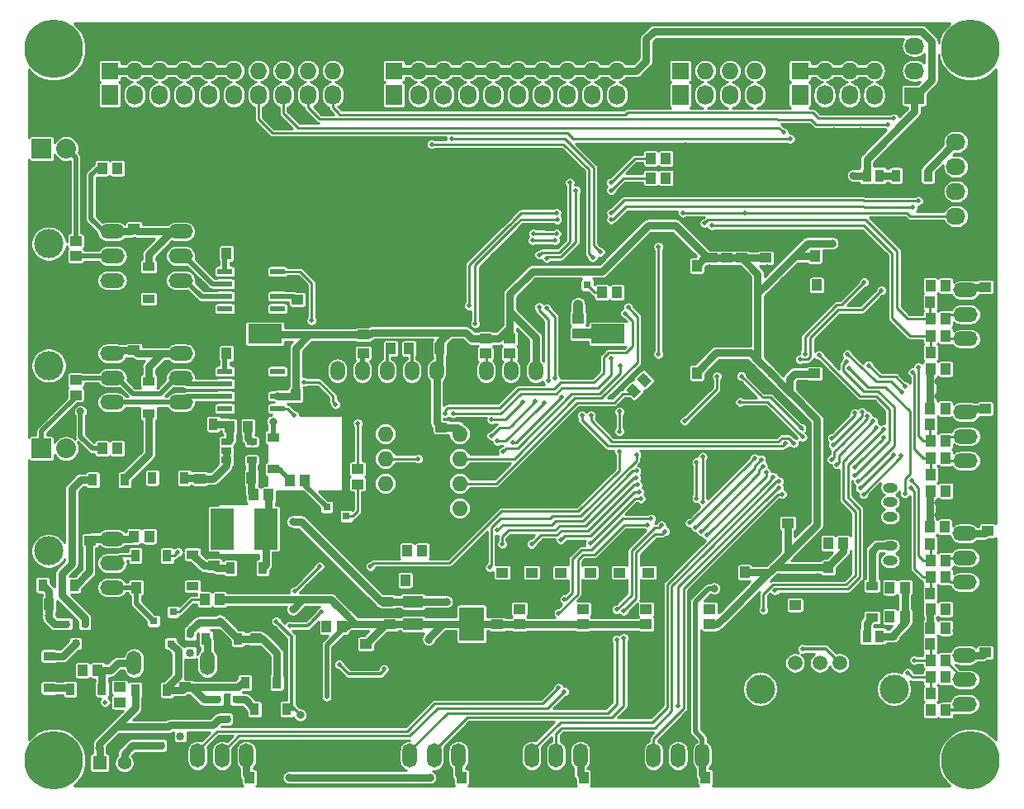
<source format=gbr>
G04 #@! TF.GenerationSoftware,KiCad,Pcbnew,(5.1.4)-1*
G04 #@! TF.CreationDate,2020-01-28T01:14:40+09:00*
G04 #@! TF.ProjectId,stm32f4_Centaurus,73746d33-3266-4345-9f43-656e74617572,rev?*
G04 #@! TF.SameCoordinates,Original*
G04 #@! TF.FileFunction,Copper,L2,Bot*
G04 #@! TF.FilePolarity,Positive*
%FSLAX46Y46*%
G04 Gerber Fmt 4.6, Leading zero omitted, Abs format (unit mm)*
G04 Created by KiCad (PCBNEW (5.1.4)-1) date 2020-01-28 01:14:40*
%MOMM*%
%LPD*%
G04 APERTURE LIST*
%ADD10R,0.800100X0.800100*%
%ADD11O,1.727200X1.727200*%
%ADD12R,1.727200X1.727200*%
%ADD13O,2.500000X1.500000*%
%ADD14C,1.501140*%
%ADD15C,2.999740*%
%ADD16O,1.500000X2.000000*%
%ADD17R,3.500000X2.000000*%
%ADD18C,3.000000*%
%ADD19R,1.550000X0.600000*%
%ADD20R,1.727200X2.032000*%
%ADD21O,1.727200X2.032000*%
%ADD22O,1.500000X2.500000*%
%ADD23R,0.910000X1.220000*%
%ADD24R,1.220000X0.910000*%
%ADD25R,1.000760X0.690880*%
%ADD26R,1.397000X1.397000*%
%ADD27C,1.397000*%
%ADD28R,2.032000X2.032000*%
%ADD29O,2.032000X2.032000*%
%ADD30R,2.400000X4.200000*%
%ADD31O,2.032000X1.727200*%
%ADD32R,2.032000X1.727200*%
%ADD33O,1.524000X1.000000*%
%ADD34R,2.000000X1.200000*%
%ADD35R,2.500000X3.500000*%
%ADD36R,1.200000X1.000000*%
%ADD37R,1.000000X1.200000*%
%ADD38R,0.965200X1.270000*%
%ADD39C,1.000000*%
%ADD40C,0.100000*%
%ADD41O,1.600000X1.600000*%
%ADD42C,6.000000*%
%ADD43C,0.500000*%
%ADD44C,0.800000*%
%ADD45C,0.800000*%
%ADD46C,0.250000*%
%ADD47C,0.500000*%
%ADD48C,0.350000*%
%ADD49C,1.000000*%
%ADD50C,0.254000*%
G04 APERTURE END LIST*
D10*
X86000760Y-109950000D03*
X86000760Y-108050000D03*
X84001780Y-109000000D03*
D11*
X140120000Y-61710000D03*
X140120000Y-64250000D03*
X137580000Y-61710000D03*
X137580000Y-64250000D03*
X135040000Y-61710000D03*
X135040000Y-64250000D03*
X132500000Y-61710000D03*
D12*
X132500000Y-64250000D03*
D13*
X149420000Y-109210000D03*
X149420000Y-111710000D03*
X149420000Y-114210000D03*
X149420000Y-116710000D03*
D14*
X139112860Y-124995760D03*
X136572860Y-124995760D03*
X134540860Y-124995760D03*
X132000860Y-124995760D03*
D15*
X142160860Y-127662760D03*
X128444860Y-127662760D03*
D16*
X85090000Y-95035000D03*
X87630000Y-95035000D03*
X90170000Y-95035000D03*
X92710000Y-95035000D03*
X95250000Y-95035000D03*
X97790000Y-95035000D03*
X100330000Y-95035000D03*
X102870000Y-95035000D03*
X105410000Y-95035000D03*
D17*
X77650000Y-91235000D03*
X112850000Y-91235000D03*
D13*
X62000000Y-109750000D03*
X62000000Y-112250000D03*
X62000000Y-114750000D03*
X62000000Y-117250000D03*
D18*
X55500000Y-113500000D03*
D19*
X73550000Y-84845000D03*
X73550000Y-86115000D03*
X73550000Y-87385000D03*
X73550000Y-88655000D03*
X78950000Y-88655000D03*
X78950000Y-87385000D03*
X78950000Y-86115000D03*
X78950000Y-84845000D03*
D20*
X90890000Y-66750000D03*
D21*
X93430000Y-66750000D03*
X95970000Y-66750000D03*
X98510000Y-66750000D03*
X101050000Y-66750000D03*
X103590000Y-66750000D03*
X106130000Y-66750000D03*
X108670000Y-66750000D03*
X111210000Y-66750000D03*
X113750000Y-66750000D03*
D22*
X78250000Y-134500000D03*
X75750000Y-134500000D03*
X73250000Y-134500000D03*
X70750000Y-134500000D03*
D23*
X78885000Y-127000000D03*
X75615000Y-127000000D03*
D24*
X78500000Y-105135000D03*
X78500000Y-101865000D03*
D25*
X76300480Y-102300040D03*
X76300480Y-103250000D03*
X76300480Y-104199960D03*
X73699520Y-104199960D03*
X73699520Y-103250000D03*
X73699520Y-102300040D03*
D23*
X66115000Y-106000000D03*
X69385000Y-106000000D03*
D26*
X60710000Y-135250000D03*
D27*
X63250000Y-135250000D03*
X65790000Y-135250000D03*
D23*
X58135000Y-117000000D03*
X54865000Y-117000000D03*
D24*
X65750000Y-87635000D03*
X65750000Y-84365000D03*
X65750000Y-96115000D03*
X65750000Y-99385000D03*
D23*
X145635000Y-75000000D03*
X142365000Y-75000000D03*
D24*
X55540000Y-127555000D03*
X55540000Y-124285000D03*
D23*
X60015000Y-106220000D03*
X63285000Y-106220000D03*
X60955000Y-127680000D03*
X57685000Y-127680000D03*
D24*
X70250000Y-117135000D03*
X70250000Y-113865000D03*
D23*
X74885000Y-122500000D03*
X71615000Y-122500000D03*
D22*
X66750000Y-125000000D03*
X64250000Y-125000000D03*
X71750000Y-125000000D03*
X74250000Y-125000000D03*
D23*
X67635000Y-127750000D03*
X64365000Y-127750000D03*
D24*
X139920000Y-117075000D03*
X139920000Y-120345000D03*
D28*
X54750000Y-72250000D03*
D29*
X57290000Y-72250000D03*
X57290000Y-103000000D03*
D28*
X54750000Y-103000000D03*
D30*
X77750000Y-111250000D03*
X73250000Y-111250000D03*
D31*
X148500000Y-79160000D03*
X148500000Y-76620000D03*
X148500000Y-74080000D03*
X148500000Y-71540000D03*
D32*
X148500000Y-69000000D03*
D21*
X84610000Y-66750000D03*
X82070000Y-66750000D03*
X79530000Y-66750000D03*
X76990000Y-66750000D03*
X74450000Y-66750000D03*
X71910000Y-66750000D03*
X69370000Y-66750000D03*
X66830000Y-66750000D03*
X64290000Y-66750000D03*
D20*
X61750000Y-66750000D03*
D11*
X113750000Y-61710000D03*
X113750000Y-64250000D03*
X111210000Y-61710000D03*
X111210000Y-64250000D03*
X108670000Y-61710000D03*
X108670000Y-64250000D03*
X106130000Y-61710000D03*
X106130000Y-64250000D03*
X103590000Y-61710000D03*
X103590000Y-64250000D03*
X101050000Y-61710000D03*
X101050000Y-64250000D03*
X98510000Y-61710000D03*
X98510000Y-64250000D03*
X95970000Y-61710000D03*
X95970000Y-64250000D03*
X93430000Y-61710000D03*
X93430000Y-64250000D03*
X90890000Y-61710000D03*
D12*
X90890000Y-64250000D03*
X61750000Y-64250000D03*
D11*
X61750000Y-61710000D03*
X64290000Y-64250000D03*
X64290000Y-61710000D03*
X66830000Y-64250000D03*
X66830000Y-61710000D03*
X69370000Y-64250000D03*
X69370000Y-61710000D03*
X71910000Y-64250000D03*
X71910000Y-61710000D03*
X74450000Y-64250000D03*
X74450000Y-61710000D03*
X76990000Y-64250000D03*
X76990000Y-61710000D03*
X79530000Y-64250000D03*
X79530000Y-61710000D03*
X82070000Y-64250000D03*
X82070000Y-61710000D03*
X84610000Y-64250000D03*
X84610000Y-61710000D03*
D13*
X149420000Y-129210000D03*
X149420000Y-126710000D03*
X149420000Y-124210000D03*
X149420000Y-121710000D03*
X149500000Y-96750000D03*
X149500000Y-99250000D03*
X149500000Y-101750000D03*
X149500000Y-104250000D03*
X149500000Y-91750000D03*
X149500000Y-89250000D03*
X149500000Y-86750000D03*
X149500000Y-84250000D03*
D22*
X117500000Y-134500000D03*
X120000000Y-134500000D03*
X122500000Y-134500000D03*
X125000000Y-134500000D03*
X112500000Y-134500000D03*
X110000000Y-134500000D03*
X107500000Y-134500000D03*
X105000000Y-134500000D03*
D13*
X69000000Y-78250000D03*
X69000000Y-80750000D03*
X69000000Y-83250000D03*
X69000000Y-85750000D03*
X69000000Y-98250000D03*
X69000000Y-95750000D03*
X69000000Y-93250000D03*
X69000000Y-90750000D03*
D18*
X55500000Y-82000000D03*
D13*
X62000000Y-85750000D03*
X62000000Y-83250000D03*
X62000000Y-80750000D03*
X62000000Y-78250000D03*
X62000000Y-90750000D03*
X62000000Y-93250000D03*
X62000000Y-95750000D03*
X62000000Y-98250000D03*
D18*
X55500000Y-94500000D03*
D22*
X92500000Y-134500000D03*
X95000000Y-134500000D03*
X97500000Y-134500000D03*
X100000000Y-134500000D03*
D20*
X120250000Y-66750000D03*
D21*
X122790000Y-66750000D03*
X125330000Y-66750000D03*
X127870000Y-66750000D03*
X140120000Y-66750000D03*
X137580000Y-66750000D03*
X135040000Y-66750000D03*
D20*
X132500000Y-66750000D03*
D12*
X120250000Y-64250000D03*
D11*
X120250000Y-61710000D03*
X122790000Y-64250000D03*
X122790000Y-61710000D03*
X125330000Y-64250000D03*
X125330000Y-61710000D03*
X127870000Y-64250000D03*
X127870000Y-61710000D03*
D33*
X141750000Y-114500000D03*
X141750000Y-113000000D03*
X141750000Y-111500000D03*
X141750000Y-110000000D03*
X141750000Y-108500000D03*
X141750000Y-107000000D03*
D34*
X92850000Y-121000000D03*
X92850000Y-123300000D03*
X92850000Y-118700000D03*
D35*
X98850000Y-121000000D03*
D19*
X78950000Y-95095000D03*
X78950000Y-96365000D03*
X78950000Y-97635000D03*
X78950000Y-98905000D03*
X73550000Y-98905000D03*
X73550000Y-97635000D03*
X73550000Y-96365000D03*
X73550000Y-95095000D03*
D23*
X79885000Y-129750000D03*
X76615000Y-129750000D03*
D36*
X132000000Y-120930000D03*
X132000000Y-119050000D03*
X131250000Y-108760000D03*
X131250000Y-110640000D03*
D37*
X126870000Y-115710000D03*
X124990000Y-115710000D03*
X137330000Y-115200000D03*
X135450000Y-115200000D03*
D36*
X72420000Y-115010000D03*
X72420000Y-116890000D03*
X90250000Y-118700000D03*
X90250000Y-116820000D03*
X101500000Y-122930000D03*
X101500000Y-121050000D03*
X151750000Y-109550000D03*
X151750000Y-111430000D03*
X151500000Y-97050000D03*
X151500000Y-98930000D03*
X88000000Y-124930000D03*
X88000000Y-123050000D03*
D37*
X93930000Y-116500000D03*
X92050000Y-116500000D03*
D36*
X151500000Y-86430000D03*
X151500000Y-84550000D03*
X151500000Y-122050000D03*
X151500000Y-123930000D03*
D37*
X122820000Y-136750000D03*
X124700000Y-136750000D03*
X110320000Y-136750000D03*
X112200000Y-136750000D03*
X75930000Y-100750000D03*
X74050000Y-100750000D03*
D36*
X71000000Y-107980000D03*
X71000000Y-106100000D03*
X80995000Y-87725000D03*
X80995000Y-89605000D03*
D37*
X80820000Y-97500000D03*
X82700000Y-97500000D03*
D36*
X64250000Y-78550000D03*
X64250000Y-80430000D03*
X64250000Y-92930000D03*
X64250000Y-91050000D03*
D37*
X99700000Y-136750000D03*
X97820000Y-136750000D03*
X77950000Y-136750000D03*
X76070000Y-136750000D03*
X97450000Y-92750000D03*
X95570000Y-92750000D03*
D36*
X87750000Y-93200000D03*
X87750000Y-91320000D03*
D37*
X92430000Y-92750000D03*
X90550000Y-92750000D03*
D36*
X125000000Y-83450000D03*
X125000000Y-81570000D03*
X123500000Y-83450000D03*
X123500000Y-81570000D03*
X129000000Y-81570000D03*
X129000000Y-83450000D03*
X126500000Y-83450000D03*
X126500000Y-81570000D03*
D37*
X120070000Y-84250000D03*
X121950000Y-84250000D03*
X121950000Y-95250000D03*
X120070000Y-95250000D03*
D36*
X134000000Y-97180000D03*
X134000000Y-95300000D03*
D37*
X134050000Y-83250000D03*
X135930000Y-83250000D03*
D36*
X95750000Y-100820000D03*
X95750000Y-102700000D03*
X59750000Y-112430000D03*
X59750000Y-110550000D03*
D38*
X139365000Y-75000000D03*
X140635000Y-75000000D03*
X139365000Y-122250000D03*
X140635000Y-122250000D03*
D10*
X58250000Y-122998220D03*
X59200000Y-120999240D03*
X57300000Y-120999240D03*
X70000760Y-122050000D03*
X70000760Y-123950000D03*
X68001780Y-123000000D03*
X73750000Y-130748220D03*
X74700000Y-128749240D03*
X72800000Y-128749240D03*
X66999240Y-133450000D03*
X66999240Y-131550000D03*
X68998220Y-132500000D03*
X66249240Y-120700000D03*
X66249240Y-118800000D03*
X68248220Y-119750000D03*
D37*
X135390000Y-112710000D03*
X136950000Y-112710000D03*
X143280000Y-120250000D03*
X141720000Y-120250000D03*
X143280000Y-117250000D03*
X141720000Y-117250000D03*
X147450000Y-124710000D03*
X145890000Y-124710000D03*
X147450000Y-126460000D03*
X145890000Y-126460000D03*
X145890000Y-102210000D03*
X147450000Y-102210000D03*
X147450000Y-103960000D03*
X145890000Y-103960000D03*
X145920000Y-129850000D03*
X147480000Y-129850000D03*
X147480000Y-107350000D03*
X145920000Y-107350000D03*
X145870000Y-121400000D03*
X147430000Y-121400000D03*
X145870000Y-98900000D03*
X147430000Y-98900000D03*
X83970000Y-121250000D03*
X85530000Y-121250000D03*
X147450000Y-89710000D03*
X145890000Y-89710000D03*
X147450000Y-91460000D03*
X145890000Y-91460000D03*
X147450000Y-114460000D03*
X145890000Y-114460000D03*
X145890000Y-116210000D03*
X147450000Y-116210000D03*
X92220000Y-113500000D03*
X93780000Y-113500000D03*
X145890000Y-94850000D03*
X147450000Y-94850000D03*
X145890000Y-119500000D03*
X147450000Y-119500000D03*
X145890000Y-86300000D03*
X147450000Y-86300000D03*
X147380000Y-111050000D03*
X145820000Y-111050000D03*
X135780000Y-86250000D03*
X134220000Y-86250000D03*
X53970000Y-119000000D03*
X55530000Y-119000000D03*
D36*
X76750000Y-122470000D03*
X76750000Y-124030000D03*
X69500000Y-129030000D03*
X69500000Y-127470000D03*
D37*
X60530000Y-125750000D03*
X58970000Y-125750000D03*
D36*
X62750000Y-129030000D03*
X62750000Y-127470000D03*
D37*
X78030000Y-107750000D03*
X76470000Y-107750000D03*
X74720000Y-106000000D03*
X76280000Y-106000000D03*
X75280000Y-83000000D03*
X73720000Y-83000000D03*
X75280000Y-93250000D03*
X73720000Y-93250000D03*
D36*
X58250000Y-81720000D03*
X58250000Y-83280000D03*
X58250000Y-97530000D03*
X58250000Y-95970000D03*
D37*
X113780000Y-87000000D03*
X112220000Y-87000000D03*
D36*
X109750000Y-89670000D03*
X109750000Y-91230000D03*
X110250000Y-121030000D03*
X110250000Y-119470000D03*
X102000000Y-117280000D03*
X102000000Y-115720000D03*
X100250000Y-91720000D03*
X100250000Y-93280000D03*
X87170000Y-105100000D03*
X87170000Y-106660000D03*
X102750000Y-93280000D03*
X102750000Y-91720000D03*
D37*
X81780000Y-106250000D03*
X80220000Y-106250000D03*
D36*
X103750000Y-121030000D03*
X103750000Y-119470000D03*
X116750000Y-119470000D03*
X116750000Y-121030000D03*
X123250000Y-119470000D03*
X123250000Y-121030000D03*
X105000000Y-115720000D03*
X105000000Y-117280000D03*
X108000000Y-115720000D03*
X108000000Y-117280000D03*
X114000000Y-115720000D03*
X114000000Y-117280000D03*
X111000000Y-117280000D03*
X111000000Y-115720000D03*
X117000000Y-115720000D03*
X117000000Y-117280000D03*
D37*
X118780000Y-73250000D03*
X117220000Y-73250000D03*
D39*
X116551543Y-95948457D03*
D40*
G36*
X116480832Y-95170640D02*
G01*
X117329360Y-96019168D01*
X116622254Y-96726274D01*
X115773726Y-95877746D01*
X116480832Y-95170640D01*
X116480832Y-95170640D01*
G37*
D39*
X115448457Y-97051543D03*
D40*
G36*
X115377746Y-96273726D02*
G01*
X116226274Y-97122254D01*
X115519168Y-97829360D01*
X114670640Y-96980832D01*
X115377746Y-96273726D01*
X115377746Y-96273726D01*
G37*
D37*
X117220000Y-75250000D03*
X118780000Y-75250000D03*
X64250000Y-112000000D03*
X65810000Y-112000000D03*
X60970000Y-74250000D03*
X62530000Y-74250000D03*
X62530000Y-103000000D03*
X60970000Y-103000000D03*
X73030000Y-118500000D03*
X71470000Y-118500000D03*
X64470000Y-117250000D03*
X66030000Y-117250000D03*
D23*
X69115000Y-100500000D03*
X72385000Y-100500000D03*
X77410001Y-115250000D03*
X74140001Y-115250000D03*
D10*
X110700000Y-86249240D03*
X108800000Y-86249240D03*
X109750000Y-88248220D03*
D41*
X97620000Y-101500000D03*
X97620000Y-104040000D03*
X97620000Y-106580000D03*
X97620000Y-109120000D03*
X90000000Y-109120000D03*
X90000000Y-106580000D03*
X90000000Y-104040000D03*
X90000000Y-101500000D03*
D23*
X67635000Y-114000000D03*
X64365000Y-114000000D03*
D36*
X90500000Y-121050000D03*
X90500000Y-122930000D03*
D31*
X144250000Y-61710000D03*
X144250000Y-64250000D03*
D32*
X144250000Y-66790000D03*
D37*
X147430000Y-100550000D03*
X145870000Y-100550000D03*
X145920000Y-105650000D03*
X147480000Y-105650000D03*
X147430000Y-112800000D03*
X145870000Y-112800000D03*
X145870000Y-117850000D03*
X147430000Y-117850000D03*
X147430000Y-123050000D03*
X145870000Y-123050000D03*
X145920000Y-128150000D03*
X147480000Y-128150000D03*
X147430000Y-88000000D03*
X145870000Y-88000000D03*
X145920000Y-93150000D03*
X147480000Y-93150000D03*
D42*
X56000000Y-62000000D03*
X56000000Y-135000000D03*
X150000000Y-135000000D03*
X150000000Y-62000000D03*
D43*
X132000000Y-119050000D03*
X142850000Y-95050000D03*
X114000000Y-118250000D03*
X126820000Y-73000000D03*
X126180000Y-73000000D03*
D44*
X76000000Y-125250000D03*
X77750000Y-125250000D03*
X89250000Y-124000000D03*
X121500000Y-117750000D03*
X135500000Y-96250000D03*
X130370000Y-116220000D03*
X134310000Y-116220000D03*
X107500000Y-102000000D03*
X110500000Y-102000000D03*
X113000000Y-103750000D03*
X106000000Y-131500000D03*
X108500000Y-132750000D03*
X98750000Y-131750000D03*
X115000000Y-130250000D03*
X117000000Y-130250000D03*
X112500000Y-129250000D03*
X108500000Y-129250000D03*
X91750000Y-131000000D03*
X90750000Y-133250000D03*
X81250000Y-133500000D03*
X65500000Y-130250000D03*
X75250000Y-131000000D03*
X61500000Y-130500000D03*
X62750000Y-133000000D03*
X68250000Y-134250000D03*
X60250000Y-137250000D03*
X63500000Y-137250000D03*
X67000000Y-137250000D03*
X70500000Y-137250000D03*
X74000000Y-137250000D03*
X133250000Y-131250000D03*
X146250000Y-137000000D03*
X143250000Y-137000000D03*
X139750000Y-137000000D03*
X136000000Y-137000000D03*
X131750000Y-137000000D03*
X129000000Y-135500000D03*
X136000000Y-132000000D03*
X146500000Y-132000000D03*
X152000000Y-131500000D03*
X136000000Y-129500000D03*
X133250000Y-126500000D03*
X130500000Y-125500000D03*
X130750000Y-133000000D03*
X117750000Y-125000000D03*
X123000000Y-125000000D03*
X115500000Y-125000000D03*
X112500000Y-125000000D03*
X109250000Y-125000000D03*
X106750000Y-125000000D03*
X112500000Y-115750000D03*
X88250000Y-131000000D03*
X71750000Y-130000000D03*
X89000000Y-99750000D03*
X87000000Y-99250000D03*
X83500000Y-90000000D03*
X86750000Y-90000000D03*
X81000000Y-86250000D03*
X83500000Y-86250000D03*
X92400000Y-65500000D03*
X94700000Y-65500000D03*
X97200000Y-65500000D03*
X99700000Y-65500000D03*
X102300000Y-65500000D03*
X104900000Y-65500000D03*
X107400000Y-65500000D03*
X109950000Y-65500000D03*
X112500000Y-65500000D03*
X115150000Y-65500000D03*
X115150000Y-67600000D03*
X112500000Y-67900000D03*
X109950000Y-67900000D03*
X107400000Y-67900000D03*
X104900000Y-67900000D03*
X102300000Y-67900000D03*
X99800000Y-67900000D03*
X97200000Y-67900000D03*
X94700000Y-67900000D03*
X92400000Y-68000000D03*
X89100000Y-67900000D03*
X89100000Y-65500000D03*
X87750000Y-64250000D03*
X120250000Y-112000000D03*
X120250000Y-114000000D03*
X118500000Y-115750000D03*
X112500000Y-118250000D03*
X100250000Y-117000000D03*
X103500000Y-117000000D03*
X106500000Y-117750000D03*
X106500000Y-116000000D03*
X109250000Y-113000000D03*
X109500000Y-108500000D03*
X103500000Y-105500000D03*
X106500000Y-113000000D03*
X103500000Y-113000000D03*
X99000000Y-114250000D03*
X97750000Y-116250000D03*
X59500000Y-133250000D03*
X58250000Y-131500000D03*
X56000000Y-131000000D03*
X54000000Y-131500000D03*
X54000000Y-128500000D03*
X54000000Y-125500000D03*
X54000000Y-122500000D03*
X54000000Y-115250000D03*
X54000000Y-111500000D03*
X54000000Y-108000000D03*
X54000000Y-104750000D03*
X54000000Y-100500000D03*
X54000000Y-96750000D03*
X54000000Y-92250000D03*
X54000000Y-88750000D03*
X54000000Y-84750000D03*
X54000000Y-79750000D03*
X54000000Y-75250000D03*
X54000000Y-69500000D03*
X54000000Y-65500000D03*
X56500000Y-66000000D03*
X58750000Y-65500000D03*
X59750000Y-63500000D03*
X59500000Y-60250000D03*
X146500000Y-59750000D03*
X150250000Y-65750000D03*
X152000000Y-65500000D03*
X152000000Y-67750000D03*
X150250000Y-70500000D03*
X150250000Y-73000000D03*
X150250000Y-75250000D03*
X150250000Y-78000000D03*
X150250000Y-80500000D03*
X150000000Y-93500000D03*
X150250000Y-106000000D03*
X150250000Y-118750000D03*
X105750000Y-73250000D03*
X101000000Y-73250000D03*
X107750000Y-77750000D03*
X115000000Y-76500000D03*
X113250000Y-73250000D03*
X114750000Y-80750000D03*
X106000000Y-78000000D03*
X105000000Y-75000000D03*
X102750000Y-79000000D03*
X84750000Y-79000000D03*
X75750000Y-69250000D03*
X86000000Y-65500000D03*
X90500000Y-71500000D03*
X95000000Y-73250000D03*
X82000000Y-69250000D03*
X78500000Y-69250000D03*
X73250000Y-69250000D03*
X70750000Y-69250000D03*
X68250000Y-69250000D03*
X65500000Y-69250000D03*
X63000000Y-69250000D03*
X60250000Y-68500000D03*
X73750000Y-73750000D03*
X98250000Y-90000000D03*
X83000000Y-83000000D03*
X78000000Y-72250000D03*
X80750000Y-71500000D03*
X94750000Y-75250000D03*
X92750000Y-79000000D03*
X103500000Y-84750000D03*
X105000000Y-86500000D03*
X104250000Y-89000000D03*
X107500000Y-86000000D03*
X107500000Y-88500000D03*
X113750000Y-88750000D03*
X112250000Y-81500000D03*
X107500000Y-75000000D03*
X120750000Y-72000000D03*
X121500000Y-74750000D03*
X123000000Y-72750000D03*
X118500000Y-67750000D03*
X118500000Y-65500000D03*
X129250000Y-65500000D03*
X129250000Y-67750000D03*
X131000000Y-67750000D03*
X131000000Y-65500000D03*
X142250000Y-65500000D03*
X142250000Y-67750000D03*
X147000000Y-65750000D03*
X143000000Y-71750000D03*
X146750000Y-71750000D03*
X147000000Y-75250000D03*
X146750000Y-78000000D03*
X146750000Y-80500000D03*
X135000000Y-76750000D03*
X138250000Y-73750000D03*
X135000000Y-72750000D03*
X138750000Y-70500000D03*
X136000000Y-70500000D03*
X136250000Y-68000000D03*
X139000000Y-68000000D03*
X136250000Y-65500000D03*
X138750000Y-65500000D03*
X134000000Y-65500000D03*
X92750000Y-90000000D03*
X83750000Y-111250000D03*
X92750000Y-111250000D03*
X97000000Y-111250000D03*
X99000000Y-107500000D03*
X100000000Y-105750000D03*
X100000000Y-103250000D03*
X100000000Y-101000000D03*
X94500000Y-101250000D03*
X88250000Y-104000000D03*
X91750000Y-106250000D03*
X82250000Y-99250000D03*
X81750000Y-113250000D03*
X82750000Y-117500000D03*
X71250000Y-111250000D03*
X63250000Y-104500000D03*
X60750000Y-113500000D03*
X60750000Y-116000000D03*
X60250000Y-97000000D03*
X60250000Y-94750000D03*
X67500000Y-94500000D03*
X70500000Y-94500000D03*
X67500000Y-99750000D03*
X70500000Y-99750000D03*
X63750000Y-99750000D03*
X63500000Y-94500000D03*
X63500000Y-84500000D03*
X63500000Y-87000000D03*
X60250000Y-87000000D03*
X67250000Y-87000000D03*
X67250000Y-84500000D03*
X72000000Y-84500000D03*
X63500000Y-82000000D03*
X60250000Y-82000000D03*
X60250000Y-92000000D03*
X67500000Y-92000000D03*
X70500000Y-92000000D03*
X62750000Y-72750000D03*
X56250000Y-73750000D03*
X56250000Y-70500000D03*
X59250000Y-73750000D03*
X58750000Y-104750000D03*
X77000000Y-83250000D03*
X67250000Y-73750000D03*
X132500000Y-84500000D03*
X129250000Y-87500000D03*
X129250000Y-93000000D03*
X130750000Y-95000000D03*
X127000000Y-92000000D03*
X122000000Y-93500000D03*
X119250000Y-81250000D03*
X120250000Y-82250000D03*
X126500000Y-85250000D03*
X129150000Y-84550000D03*
X124250000Y-92000000D03*
X103500000Y-81250000D03*
X100500000Y-81000000D03*
X95500000Y-81000000D03*
X98000000Y-83500000D03*
X100500000Y-84750000D03*
X92750000Y-83000000D03*
X97750000Y-87750000D03*
X89000000Y-59750000D03*
X87250000Y-61750000D03*
X97500000Y-128250000D03*
X105750000Y-128250000D03*
X72000000Y-104750000D03*
X146750000Y-82750000D03*
X150250000Y-82750000D03*
X146750000Y-85000000D03*
X150000000Y-95000000D03*
X150250000Y-107750000D03*
X150250000Y-120250000D03*
X95500000Y-105250000D03*
X93000000Y-103000000D03*
X107500000Y-105500000D03*
X110500000Y-105500000D03*
X117500000Y-100500000D03*
X115250000Y-101500000D03*
X73750000Y-80250000D03*
X81250000Y-75500000D03*
X70500000Y-76250000D03*
X67250000Y-76250000D03*
X57250000Y-84750000D03*
X57250000Y-88750000D03*
X57250000Y-92250000D03*
X68250000Y-88000000D03*
X70000000Y-88000000D03*
X70000000Y-89250000D03*
X68250000Y-89250000D03*
X60500000Y-101250000D03*
X66750000Y-104500000D03*
X63750000Y-108500000D03*
X56500000Y-108000000D03*
X56500000Y-111250000D03*
X60750000Y-122500000D03*
X60750000Y-119250000D03*
X63500000Y-119250000D03*
X66500000Y-122500000D03*
X75750000Y-121000000D03*
X85000000Y-126750000D03*
X78500000Y-129000000D03*
X90750000Y-135500000D03*
X101750000Y-135500000D03*
X101750000Y-133500000D03*
X103250000Y-133500000D03*
X103250000Y-135500000D03*
X114000000Y-135500000D03*
X114000000Y-133500000D03*
X115750000Y-133500000D03*
X115750000Y-135500000D03*
X127000000Y-135500000D03*
X127000000Y-130250000D03*
X127000000Y-125500000D03*
X127000000Y-122500000D03*
X130500000Y-122500000D03*
X127000000Y-112250000D03*
X130000000Y-110750000D03*
X132750000Y-114000000D03*
X136500000Y-109000000D03*
X135500000Y-118250000D03*
X136500000Y-121750000D03*
X138250000Y-120000000D03*
X129750000Y-119250000D03*
X136000000Y-126500000D03*
X139750000Y-126500000D03*
X143000000Y-123500000D03*
X141000000Y-123500000D03*
X144500000Y-127250000D03*
X148750000Y-106000000D03*
X148750000Y-93500000D03*
X144000000Y-85000000D03*
X144000000Y-88750000D03*
X143500000Y-75250000D03*
X144500000Y-69750000D03*
X118500000Y-62750000D03*
X115250000Y-62750000D03*
X86000000Y-67900000D03*
X98250000Y-73250000D03*
X108500000Y-73250000D03*
X112250000Y-77750000D03*
X79500000Y-93500000D03*
X77000000Y-93500000D03*
X72000000Y-102000000D03*
X67500000Y-102000000D03*
X71250000Y-109000000D03*
X68500000Y-115500000D03*
X68500000Y-117500000D03*
X74250000Y-117000000D03*
X81750000Y-115500000D03*
X101500000Y-128250000D03*
X101500000Y-125000000D03*
X97500000Y-125000000D03*
X123000000Y-130250000D03*
X77000000Y-95750000D03*
X77000000Y-98250000D03*
X75250000Y-98250000D03*
X75250000Y-95750000D03*
X83500000Y-92500000D03*
X83500000Y-95000000D03*
X86250000Y-92500000D03*
X89250000Y-92500000D03*
X94000000Y-92500000D03*
X98750000Y-93000000D03*
X123250000Y-84500000D03*
X134000000Y-89250000D03*
X131500000Y-93000000D03*
X124500000Y-94250000D03*
X127000000Y-94250000D03*
X136500000Y-100000000D03*
X86250000Y-101500000D03*
X88250000Y-101500000D03*
X88250000Y-108000000D03*
X81250000Y-108000000D03*
X74500000Y-108000000D03*
X148750000Y-95000000D03*
X148750000Y-107750000D03*
X148750000Y-120250000D03*
X148750000Y-118750000D03*
X82250000Y-124750000D03*
X82250000Y-126750000D03*
X68500000Y-112500000D03*
X56250000Y-101250000D03*
X72250000Y-91000000D03*
X75000000Y-91000000D03*
X78750000Y-79000000D03*
D43*
X146650000Y-120450000D03*
D44*
X146650000Y-108600000D03*
X146700000Y-97650000D03*
X146700000Y-96150000D03*
X146650000Y-109800000D03*
X94590000Y-136750000D03*
X151500000Y-123930000D03*
X122820000Y-136750000D03*
X110320000Y-136750000D03*
X97820000Y-136750000D03*
X80140000Y-136750000D03*
X76070000Y-136750000D03*
X151750000Y-111430000D03*
X151500000Y-98930000D03*
X151500000Y-86430000D03*
X123720000Y-117360000D03*
X96290000Y-118700000D03*
X80530000Y-110500000D03*
X68998220Y-132500000D03*
X145920000Y-129850000D03*
X145870000Y-121400000D03*
X145870000Y-98900000D03*
X145890000Y-94850000D03*
X145890000Y-86300000D03*
X145820000Y-111050000D03*
X145890000Y-119500000D03*
X145920000Y-107350000D03*
D43*
X126890000Y-78830000D03*
X120510000Y-78830000D03*
X118000000Y-82300000D03*
X118000000Y-93335000D03*
X103050000Y-102370000D03*
X108040914Y-97685913D03*
X92040000Y-116600000D03*
D44*
X73250000Y-111250000D03*
X74050000Y-100750000D03*
X58250000Y-122998220D03*
X66115000Y-106000000D03*
X81280000Y-130330000D03*
D43*
X78820000Y-120740000D03*
X117250000Y-110210000D03*
X108360000Y-118460000D03*
X108350000Y-127940000D03*
X116860000Y-110840000D03*
X107770000Y-119890000D03*
X107770000Y-127540000D03*
X132770000Y-123550000D03*
X135390000Y-112710000D03*
X100720000Y-115200000D03*
X115743413Y-103623413D03*
X120700000Y-100170000D03*
X124000000Y-95580000D03*
X115738449Y-105298378D03*
X101460000Y-111370000D03*
X142096587Y-103633413D03*
X120000000Y-129400000D03*
X137358414Y-93325000D03*
X142915000Y-97203782D03*
X130340490Y-107073498D03*
X138680000Y-107060000D03*
X142850000Y-103720000D03*
X143270000Y-96587650D03*
X139550000Y-94470000D03*
X130690000Y-107680000D03*
X139020000Y-107680000D03*
X134220000Y-86250000D03*
D44*
X78500000Y-105135000D03*
D43*
X92040000Y-113600000D03*
X147430000Y-121400000D03*
X147450000Y-124710000D03*
X147450000Y-126460000D03*
X147480000Y-129850000D03*
X147480000Y-107350000D03*
X147450000Y-103960000D03*
X147450000Y-102210000D03*
X147430000Y-98900000D03*
X147450000Y-91460000D03*
X147450000Y-94850000D03*
X147450000Y-89710000D03*
X147450000Y-86300000D03*
X147450000Y-114460000D03*
X147380000Y-111050000D03*
X147450000Y-119500000D03*
X147450000Y-116210000D03*
X133010000Y-93290000D03*
X139090000Y-85950000D03*
X132504999Y-93865001D03*
X140870000Y-86770000D03*
X144240000Y-124710000D03*
X143270000Y-107620000D03*
X143570000Y-126000000D03*
X137545000Y-94750000D03*
X144670000Y-94640000D03*
X144070000Y-95180000D03*
D44*
X83970000Y-121250000D03*
D43*
X143930000Y-106280000D03*
X126500000Y-95570000D03*
X132661587Y-100898413D03*
X143880000Y-107070000D03*
X132770000Y-101820000D03*
X126380000Y-98235000D03*
X122730000Y-79890000D03*
X123490000Y-80140000D03*
X89860000Y-125620000D03*
X85270000Y-125150000D03*
X83470000Y-119770000D03*
X80190000Y-121200000D03*
X100250000Y-93280000D03*
X99210000Y-90170000D03*
X144085000Y-78250000D03*
X113150000Y-79530003D03*
X107610000Y-79530000D03*
X142140000Y-69140000D03*
X102750000Y-93280000D03*
X98580000Y-88370000D03*
X144660000Y-77590000D03*
X113160000Y-78830000D03*
X107550000Y-78830000D03*
X107560000Y-80950000D03*
X105181587Y-80928413D03*
X96790000Y-71215000D03*
X112035023Y-82835000D03*
X94750000Y-71790000D03*
X111270000Y-83410000D03*
X107410000Y-81660000D03*
X105100000Y-81660000D03*
X87180000Y-100410000D03*
X141550000Y-69750000D03*
X78950000Y-88655000D03*
X131020000Y-102500000D03*
X110170000Y-99599037D03*
X82440000Y-89890000D03*
X131886587Y-102446587D03*
X111090000Y-99599037D03*
X81690000Y-96180000D03*
X78950000Y-95095000D03*
X84900000Y-98475000D03*
X80640000Y-99570000D03*
X105000000Y-112800000D03*
X115870000Y-106720000D03*
X131500000Y-71240000D03*
X130840000Y-70580000D03*
X121800000Y-111070000D03*
X139430000Y-99670000D03*
X128534724Y-104120488D03*
X135760000Y-104120000D03*
X110250000Y-119470000D03*
X101990000Y-112790000D03*
X115730000Y-106000000D03*
X108000000Y-112360000D03*
X116040000Y-107450000D03*
X111000000Y-112730000D03*
X116190000Y-108140000D03*
X122380000Y-111510000D03*
X140014999Y-100190000D03*
X128707053Y-104798947D03*
X136300000Y-104640000D03*
X116750000Y-119470000D03*
X122980000Y-111890000D03*
X141095000Y-101910000D03*
X141095000Y-101910000D03*
X129030000Y-105420000D03*
X138131177Y-104935650D03*
X123250000Y-119470000D03*
X118780000Y-73250000D03*
X118780000Y-75250000D03*
X113780000Y-87000000D03*
X114900000Y-88520000D03*
X114591551Y-89148380D03*
X96145913Y-99405913D03*
X96960000Y-99405000D03*
X113140000Y-93780000D03*
X114108413Y-94498413D03*
X102074999Y-103300000D03*
X93780000Y-113500000D03*
X68740000Y-113620000D03*
X101500000Y-102240001D03*
X106290000Y-98290000D03*
X116550000Y-95810000D03*
X71470000Y-118500000D03*
X80700000Y-117650000D03*
X83260000Y-115090000D03*
X114000000Y-103324999D03*
X114000000Y-99195000D03*
X88460000Y-115090000D03*
X114000000Y-101245020D03*
X122540000Y-108460000D03*
X118690000Y-111490000D03*
X114440000Y-119670000D03*
X114440000Y-122420000D03*
X122542277Y-103840000D03*
X121910000Y-108110000D03*
X121907996Y-104415000D03*
X118310000Y-110870000D03*
X113710000Y-119520000D03*
X113710000Y-122590000D03*
X140340000Y-100900000D03*
X128761587Y-119561587D03*
X141070000Y-101000000D03*
X129936587Y-117566587D03*
X113128413Y-75718413D03*
X108911587Y-75718413D03*
X105780000Y-83130000D03*
X105770000Y-88480000D03*
X106703413Y-96003413D03*
X100900000Y-100040000D03*
X93370000Y-104040000D03*
X104090000Y-98260000D03*
X113140000Y-76520000D03*
X109550000Y-76520000D03*
X106540000Y-83490000D03*
X106540000Y-88620000D03*
X100880000Y-101690000D03*
X105360000Y-98160000D03*
X107400000Y-95780000D03*
X101988703Y-115630000D03*
X105000000Y-115630000D03*
X108000000Y-115630000D03*
X114000000Y-115630000D03*
X111000000Y-115630000D03*
X117000000Y-115630000D03*
X138120000Y-99370000D03*
X135788413Y-101928413D03*
X121220000Y-110630000D03*
X135900000Y-102630000D03*
X138855000Y-99255741D03*
X127843981Y-103997843D03*
X103750000Y-119470000D03*
D44*
X74140001Y-115250000D03*
X58740000Y-99190000D03*
X65750000Y-87635000D03*
X65750000Y-99385000D03*
X65810000Y-112000000D03*
X62530000Y-74250000D03*
X62620000Y-103000000D03*
D43*
X137307569Y-94063350D03*
X130360000Y-106370000D03*
X138490000Y-106370000D03*
X134470000Y-93430000D03*
X129764719Y-105910210D03*
X138100000Y-105770000D03*
D44*
X55540000Y-127555000D03*
X55500000Y-120180000D03*
X70250000Y-117135000D03*
X70000760Y-123950000D03*
X62750000Y-127470000D03*
D43*
X59000000Y-125750000D03*
D44*
X62750000Y-129030000D03*
D43*
X61250000Y-129030000D03*
D44*
X60700000Y-133741500D03*
D43*
X141630000Y-120250000D03*
X141630000Y-117250000D03*
D44*
X135490000Y-115210000D03*
X140635000Y-122250000D03*
D43*
X132000000Y-83250000D03*
X134070000Y-83250000D03*
X129000000Y-83430000D03*
X123500000Y-83430000D03*
X121930000Y-95250000D03*
X134000000Y-95320000D03*
D44*
X123250000Y-121030000D03*
X116750000Y-121030000D03*
X126850000Y-115710000D03*
D43*
X121930000Y-84250000D03*
X126500000Y-83430000D03*
X124210000Y-83430000D03*
D44*
X80995000Y-87725000D03*
X87750000Y-91320000D03*
D43*
X131250000Y-110640000D03*
D44*
X78950000Y-97635000D03*
X78500000Y-100250000D03*
X87810000Y-123050000D03*
X80530000Y-119500000D03*
D43*
X84000000Y-128450000D03*
D44*
X94440740Y-122594980D03*
X135830000Y-81950000D03*
X138000000Y-75000000D03*
D45*
X83645685Y-136750000D02*
X94590000Y-136750000D01*
X83080000Y-136750000D02*
X83645685Y-136750000D01*
D46*
X149420000Y-124210000D02*
X148490000Y-124210000D01*
X148490000Y-124210000D02*
X148275001Y-124424999D01*
D45*
X122500000Y-136430000D02*
X122820000Y-136750000D01*
X122500000Y-134500000D02*
X122500000Y-136430000D01*
X110000000Y-136430000D02*
X110320000Y-136750000D01*
X110000000Y-134500000D02*
X110000000Y-136430000D01*
X97500000Y-136430000D02*
X97820000Y-136750000D01*
X97500000Y-134500000D02*
X97500000Y-136430000D01*
X75750000Y-136430000D02*
X76070000Y-136750000D01*
X75750000Y-134500000D02*
X75750000Y-136430000D01*
X151220000Y-124210000D02*
X151500000Y-123930000D01*
X149420000Y-124210000D02*
X151220000Y-124210000D01*
X83080000Y-136750000D02*
X80140000Y-136750000D01*
X151470000Y-111710000D02*
X151750000Y-111430000D01*
X149420000Y-111710000D02*
X151470000Y-111710000D01*
X149820000Y-98930000D02*
X149500000Y-99250000D01*
X151500000Y-98930000D02*
X149820000Y-98930000D01*
X149820000Y-86430000D02*
X149500000Y-86750000D01*
X151500000Y-86430000D02*
X149820000Y-86430000D01*
D47*
X123154315Y-117360000D02*
X121765010Y-118749305D01*
X123720000Y-117360000D02*
X123154315Y-117360000D01*
X122500000Y-132750000D02*
X122500000Y-134500000D01*
X121765010Y-132015010D02*
X122500000Y-132750000D01*
X121765010Y-118749305D02*
X121765010Y-132015010D01*
D45*
X92850000Y-118700000D02*
X96290000Y-118700000D01*
X92850000Y-118700000D02*
X90250000Y-118700000D01*
X80540000Y-110510000D02*
X80530000Y-110500000D01*
X81390000Y-110510000D02*
X80540000Y-110510000D01*
X90250000Y-118700000D02*
X89580000Y-118700000D01*
X89580000Y-118700000D02*
X81390000Y-110510000D01*
X74450000Y-64250000D02*
X71910000Y-64250000D01*
X71910000Y-64250000D02*
X69370000Y-64250000D01*
X69370000Y-64250000D02*
X66830000Y-64250000D01*
X66830000Y-64250000D02*
X64290000Y-64250000D01*
X64290000Y-64250000D02*
X61750000Y-64250000D01*
X145870000Y-94870000D02*
X145890000Y-94850000D01*
X145870000Y-98900000D02*
X145870000Y-94870000D01*
X145870000Y-119520000D02*
X145890000Y-119500000D01*
X145870000Y-121400000D02*
X145870000Y-119520000D01*
X145820000Y-107450000D02*
X145920000Y-107350000D01*
X145820000Y-111050000D02*
X145820000Y-107450000D01*
D46*
X148500000Y-79160000D02*
X143790000Y-79160000D01*
X126890000Y-78830000D02*
X135560000Y-78830000D01*
X143460000Y-78830000D02*
X143670000Y-79040000D01*
X138710000Y-78830000D02*
X143460000Y-78830000D01*
X143790000Y-79160000D02*
X143670000Y-79040000D01*
X126890000Y-78830000D02*
X121230000Y-78830000D01*
X121230000Y-78830000D02*
X120510000Y-78830000D01*
X118000000Y-82670000D02*
X118000000Y-82300000D01*
X118000000Y-82670000D02*
X118000000Y-92620000D01*
X118000000Y-93230000D02*
X118000000Y-93335000D01*
X118000000Y-92620000D02*
X118000000Y-93230000D01*
X108070001Y-97715000D02*
X108040914Y-97685913D01*
X108070001Y-97749999D02*
X108070001Y-97715000D01*
X103450000Y-102370000D02*
X108070001Y-97749999D01*
X103050000Y-102370000D02*
X103450000Y-102370000D01*
X135560000Y-78830000D02*
X138710000Y-78830000D01*
D45*
X73800000Y-100500000D02*
X74050000Y-100750000D01*
X72385000Y-100500000D02*
X73800000Y-100500000D01*
X74050000Y-102150000D02*
X73950010Y-102249990D01*
X74050000Y-100750000D02*
X74050000Y-102150000D01*
X75930000Y-101929560D02*
X76300480Y-102300040D01*
X75930000Y-100750000D02*
X75930000Y-101929560D01*
X56963220Y-124285000D02*
X58250000Y-122998220D01*
X55540000Y-124285000D02*
X56963220Y-124285000D01*
D48*
X79885000Y-129750000D02*
X80700000Y-129750000D01*
X80700000Y-129750000D02*
X81280000Y-130330000D01*
X80700000Y-129750000D02*
X80400000Y-129450000D01*
X80400000Y-129450000D02*
X80400000Y-128780000D01*
X80400000Y-128780000D02*
X80400000Y-123230000D01*
X80400000Y-123230000D02*
X80400000Y-122320000D01*
X80400000Y-122320000D02*
X78820000Y-120740000D01*
D45*
X78030000Y-110970000D02*
X77750000Y-111250000D01*
X78030000Y-107750000D02*
X78030000Y-110970000D01*
X77750000Y-114910001D02*
X77410001Y-115250000D01*
X77750000Y-111250000D02*
X77750000Y-114910001D01*
D46*
X106990000Y-129300000D02*
X108350000Y-127940000D01*
X73250000Y-134500000D02*
X73250000Y-134180000D01*
X73250000Y-134180000D02*
X74960000Y-132470000D01*
X74960000Y-132470000D02*
X92530000Y-132470000D01*
X92530000Y-132470000D02*
X95370000Y-129630000D01*
X95370000Y-129630000D02*
X106660000Y-129630000D01*
X106660000Y-129630000D02*
X106990000Y-129300000D01*
X108505002Y-118460000D02*
X108360000Y-118460000D01*
X117250000Y-110210000D02*
X114360000Y-110210000D01*
X114360000Y-110210000D02*
X111150000Y-113420000D01*
X111150000Y-113420000D02*
X110070000Y-113420000D01*
X110070000Y-113420000D02*
X109190000Y-114300000D01*
X109190000Y-114300000D02*
X109190000Y-117775002D01*
X109190000Y-117775002D02*
X108505002Y-118460000D01*
X70750000Y-134500000D02*
X70750000Y-134000000D01*
X72750000Y-132000000D02*
X92220000Y-132000000D01*
X92220000Y-132000000D02*
X95060000Y-129160000D01*
X106490000Y-128820000D02*
X107770000Y-127540000D01*
X95060000Y-129160000D02*
X106150000Y-129160000D01*
X70750000Y-134000000D02*
X72750000Y-132000000D01*
X106150000Y-129160000D02*
X106490000Y-128820000D01*
X114510009Y-110840000D02*
X111480000Y-113870009D01*
X116860000Y-110840000D02*
X114510009Y-110840000D01*
X109740000Y-117920000D02*
X107770000Y-119890000D01*
X109740000Y-114390000D02*
X109740000Y-117920000D01*
X110259991Y-113870009D02*
X109740000Y-114390000D01*
X111480000Y-113870009D02*
X110259991Y-113870009D01*
D48*
X135127100Y-123550000D02*
X132770000Y-123550000D01*
X136572860Y-124995760D02*
X135127100Y-123550000D01*
D46*
X124000000Y-96870000D02*
X120700000Y-100170000D01*
X124000000Y-95580000D02*
X124000000Y-96870000D01*
X115743413Y-104236587D02*
X115743413Y-103623413D01*
X110040000Y-109940000D02*
X115743413Y-104236587D01*
X107140000Y-109940000D02*
X110040000Y-109940000D01*
X100720000Y-115150000D02*
X100884999Y-114985001D01*
X100720000Y-115200000D02*
X100720000Y-115150000D01*
X100884999Y-114985001D02*
X100884999Y-111093999D01*
X100884999Y-111093999D02*
X101818998Y-110160000D01*
X101818998Y-110160000D02*
X106920000Y-110160000D01*
X106920000Y-110160000D02*
X107140000Y-109940000D01*
X115384896Y-105298378D02*
X110243274Y-110440000D01*
X115738449Y-105298378D02*
X115384896Y-105298378D01*
X107450000Y-110440000D02*
X107240000Y-110650000D01*
X110243274Y-110440000D02*
X107450000Y-110440000D01*
X107080000Y-110810000D02*
X107240000Y-110650000D01*
X102020000Y-110810000D02*
X102050000Y-110810000D01*
X101460000Y-111370000D02*
X102020000Y-110810000D01*
X102050000Y-110810000D02*
X107080000Y-110810000D01*
X141510000Y-96140000D02*
X141710000Y-96140000D01*
X141710000Y-96140000D02*
X141880000Y-96140000D01*
X142096587Y-103663413D02*
X142096587Y-103633413D01*
X139230000Y-106530000D02*
X142096587Y-103663413D01*
X140690000Y-96140000D02*
X141510000Y-96140000D01*
X140270000Y-96050000D02*
X140360000Y-96140000D01*
X140360000Y-96140000D02*
X140690000Y-96140000D01*
X140070000Y-95850000D02*
X140270000Y-96050000D01*
X137435001Y-93248413D02*
X137358414Y-93325000D01*
X137358414Y-93325000D02*
X140070000Y-95850000D01*
X141851218Y-96140000D02*
X141710000Y-96140000D01*
X142915000Y-97203782D02*
X141851218Y-96140000D01*
X138700000Y-107060000D02*
X139230000Y-106530000D01*
X138680000Y-107060000D02*
X138700000Y-107060000D01*
X130313988Y-107100000D02*
X130340490Y-107073498D01*
X130140000Y-107100000D02*
X130313988Y-107100000D01*
X120000000Y-129400000D02*
X120000000Y-117240000D01*
X120000000Y-117240000D02*
X130140000Y-107100000D01*
X141670000Y-95640000D02*
X142060000Y-95640000D01*
X142259293Y-95640000D02*
X141150000Y-95640000D01*
X140720000Y-95640000D02*
X141150000Y-95640000D01*
X141150000Y-95640000D02*
X141670000Y-95640000D01*
X142320000Y-95640000D02*
X142259293Y-95640000D01*
X142322350Y-95640000D02*
X142259293Y-95640000D01*
X143270000Y-96587650D02*
X142322350Y-95640000D01*
X139550000Y-94470000D02*
X140720000Y-95640000D01*
X142850000Y-103850000D02*
X142850000Y-103720000D01*
X139020000Y-107680000D02*
X142850000Y-103850000D01*
X130240000Y-107680000D02*
X130690000Y-107680000D01*
X120580000Y-117340000D02*
X130240000Y-107680000D01*
X120580000Y-129660000D02*
X120580000Y-117340000D01*
X117500000Y-132740000D02*
X120580000Y-129660000D01*
X117500000Y-134500000D02*
X117500000Y-132740000D01*
D47*
X87630000Y-93320000D02*
X87750000Y-93200000D01*
X87630000Y-95035000D02*
X87630000Y-93320000D01*
D48*
X92710000Y-93030000D02*
X92430000Y-92750000D01*
X92710000Y-95035000D02*
X92710000Y-93030000D01*
X90170000Y-93130000D02*
X90550000Y-92750000D01*
X90170000Y-95035000D02*
X90170000Y-93130000D01*
D47*
X79105000Y-105135000D02*
X80220000Y-106250000D01*
X78500000Y-105135000D02*
X79105000Y-105135000D01*
X69400000Y-83250000D02*
X69000000Y-83250000D01*
X71590000Y-85440000D02*
X69400000Y-83250000D01*
X71600000Y-85440000D02*
X71590000Y-85440000D01*
X73550000Y-86115000D02*
X72275000Y-86115000D01*
X72275000Y-86115000D02*
X71600000Y-85440000D01*
X58280000Y-83250000D02*
X58250000Y-83280000D01*
X62000000Y-83250000D02*
X58280000Y-83250000D01*
X69615000Y-96365000D02*
X69000000Y-95750000D01*
X73550000Y-96365000D02*
X69615000Y-96365000D01*
X58470000Y-95750000D02*
X58250000Y-95970000D01*
X62000000Y-95750000D02*
X58470000Y-95750000D01*
X62500000Y-95750000D02*
X64100000Y-97350000D01*
X62000000Y-95750000D02*
X62500000Y-95750000D01*
X68500000Y-95750000D02*
X69000000Y-95750000D01*
X66900000Y-97350000D02*
X68500000Y-95750000D01*
X64100000Y-97350000D02*
X66900000Y-97350000D01*
D46*
X149140000Y-126710000D02*
X149420000Y-126710000D01*
X147280000Y-124750000D02*
X147280000Y-124850000D01*
X147450000Y-124810000D02*
X147450000Y-124710000D01*
X149350000Y-126710000D02*
X147450000Y-124810000D01*
X149420000Y-126710000D02*
X149350000Y-126710000D01*
X148990000Y-129210000D02*
X149420000Y-129210000D01*
D48*
X148780000Y-129850000D02*
X149420000Y-129210000D01*
X147480000Y-129850000D02*
X148780000Y-129850000D01*
D46*
X147740000Y-104250000D02*
X147450000Y-103960000D01*
X149500000Y-104250000D02*
X147740000Y-104250000D01*
X147910000Y-101750000D02*
X147450000Y-102210000D01*
X149500000Y-101750000D02*
X147910000Y-101750000D01*
X147740000Y-91750000D02*
X147450000Y-91460000D01*
X149500000Y-91750000D02*
X147740000Y-91750000D01*
X147910000Y-89250000D02*
X147450000Y-89710000D01*
X149500000Y-89250000D02*
X147910000Y-89250000D01*
X147700000Y-114210000D02*
X147450000Y-114460000D01*
X149420000Y-114210000D02*
X147700000Y-114210000D01*
X147950000Y-116710000D02*
X147450000Y-116210000D01*
X149420000Y-116710000D02*
X147950000Y-116710000D01*
D47*
X69500000Y-85750000D02*
X69000000Y-85750000D01*
X71135000Y-87385000D02*
X69500000Y-85750000D01*
X73550000Y-87385000D02*
X71135000Y-87385000D01*
X69615000Y-97635000D02*
X69000000Y-98250000D01*
X73550000Y-97635000D02*
X69615000Y-97635000D01*
X69000000Y-98250000D02*
X62000000Y-98250000D01*
D46*
X148500000Y-74330000D02*
X148347600Y-74330000D01*
X133010000Y-93290000D02*
X133010000Y-91550000D01*
X133010000Y-91550000D02*
X136290000Y-88270000D01*
X136290000Y-88270000D02*
X136770000Y-88270000D01*
X136770000Y-88270000D02*
X139090000Y-85950000D01*
X132504999Y-93865001D02*
X133286001Y-93865001D01*
X133286001Y-93865001D02*
X133585001Y-93566001D01*
X133585001Y-93566001D02*
X133585001Y-91644999D01*
X133585001Y-91644999D02*
X136450000Y-88780000D01*
X136450000Y-88780000D02*
X137880000Y-88780000D01*
X137880000Y-88780000D02*
X138860000Y-88780000D01*
X138860000Y-88780000D02*
X140870000Y-86770000D01*
X86650810Y-109950000D02*
X86000760Y-109950000D01*
X87170000Y-109430810D02*
X86650810Y-109950000D01*
X87170000Y-106660000D02*
X87170000Y-109430810D01*
X112219240Y-86999240D02*
X112220000Y-87000000D01*
X111450760Y-87000000D02*
X110700000Y-86249240D01*
X112220000Y-87000000D02*
X111450760Y-87000000D01*
X145120000Y-124710000D02*
X144240000Y-124710000D01*
X145120000Y-124710000D02*
X144750000Y-124710000D01*
X145890000Y-124710000D02*
X145120000Y-124710000D01*
X145890000Y-123070000D02*
X145870000Y-123050000D01*
X145890000Y-124710000D02*
X145890000Y-123070000D01*
X145890000Y-126460000D02*
X144160000Y-126460000D01*
X144160000Y-126460000D02*
X144030000Y-126460000D01*
X144030000Y-126460000D02*
X143570000Y-126000000D01*
X143770000Y-105588998D02*
X143270000Y-106088998D01*
X137794999Y-94999999D02*
X137809999Y-94999999D01*
X137545000Y-94750000D02*
X137794999Y-94999999D01*
X143270000Y-106088998D02*
X143270000Y-107620000D01*
X137809999Y-94999999D02*
X139490000Y-96680000D01*
X139490000Y-96680000D02*
X141250000Y-96680000D01*
X141250000Y-96680000D02*
X143770000Y-99200000D01*
X143770000Y-99200000D02*
X143770000Y-105588998D01*
X145890000Y-128120000D02*
X145920000Y-128150000D01*
X145890000Y-126460000D02*
X145890000Y-128120000D01*
X145890000Y-102210000D02*
X145140000Y-102210000D01*
X145140000Y-102210000D02*
X144670020Y-101740020D01*
X144670020Y-101740020D02*
X144670020Y-95920000D01*
X144670020Y-95920000D02*
X144670020Y-94640020D01*
X144670020Y-94640020D02*
X144670000Y-94640000D01*
X145870000Y-102190000D02*
X145890000Y-102210000D01*
X145870000Y-100550000D02*
X145870000Y-102190000D01*
X145140000Y-103960000D02*
X144470010Y-103290010D01*
X145890000Y-103960000D02*
X145140000Y-103960000D01*
X144470010Y-103290010D02*
X144240000Y-103060000D01*
X144240000Y-103060000D02*
X144220010Y-103040010D01*
X144220010Y-103040010D02*
X144220010Y-95720010D01*
X144220010Y-95720010D02*
X144220010Y-95330010D01*
X144220010Y-95330010D02*
X144070000Y-95180000D01*
X145890000Y-105620000D02*
X145920000Y-105650000D01*
X145890000Y-103960000D02*
X145890000Y-105620000D01*
X145890000Y-114460000D02*
X145140000Y-114460000D01*
X145140000Y-114460000D02*
X144690010Y-114010010D01*
X144690010Y-107040010D02*
X144490000Y-106840000D01*
X144690010Y-114010010D02*
X144690010Y-107040010D01*
X144490000Y-106840000D02*
X143930000Y-106280000D01*
X128520000Y-97590000D02*
X126500000Y-95570000D01*
X128680000Y-97750000D02*
X128520000Y-97590000D01*
X129510000Y-97750000D02*
X128680000Y-97750000D01*
X132776587Y-101013413D02*
X132663174Y-100900000D01*
X132663174Y-100900000D02*
X132660000Y-100900000D01*
X132660000Y-100900000D02*
X132661587Y-100898413D01*
X132661587Y-100898413D02*
X129510000Y-97750000D01*
X145890000Y-112820000D02*
X145870000Y-112800000D01*
X145890000Y-114460000D02*
X145890000Y-112820000D01*
X145140000Y-116210000D02*
X144420000Y-115490000D01*
X145890000Y-116210000D02*
X145140000Y-116210000D01*
X144240000Y-107430000D02*
X144130000Y-107320000D01*
X144240000Y-115310000D02*
X144240000Y-107430000D01*
X144420000Y-115490000D02*
X144240000Y-115310000D01*
X144130000Y-107320000D02*
X143880000Y-107070000D01*
X129185000Y-98235000D02*
X132770000Y-101820000D01*
X126380000Y-98235000D02*
X129185000Y-98235000D01*
X145890000Y-117830000D02*
X145870000Y-117850000D01*
X145890000Y-116210000D02*
X145890000Y-117830000D01*
X143570000Y-89710000D02*
X145890000Y-89710000D01*
X142480000Y-88620000D02*
X143570000Y-89710000D01*
X142480000Y-82740000D02*
X142480000Y-88620000D01*
X139260000Y-79520000D02*
X142480000Y-82740000D01*
X122730000Y-79890000D02*
X123100000Y-79520000D01*
X139100000Y-79520000D02*
X139260000Y-79520000D01*
X123100000Y-79520000D02*
X135240000Y-79520000D01*
X135240000Y-79520000D02*
X139100000Y-79520000D01*
X145870000Y-89690000D02*
X145890000Y-89710000D01*
X145870000Y-88000000D02*
X145870000Y-89690000D01*
X143790000Y-91460000D02*
X145890000Y-91460000D01*
X141930000Y-89600000D02*
X143790000Y-91460000D01*
X141930000Y-83010000D02*
X141930000Y-89600000D01*
X139060000Y-80140000D02*
X141930000Y-83010000D01*
X138770000Y-80140000D02*
X139060000Y-80140000D01*
X123490000Y-80140000D02*
X134680000Y-80140000D01*
X134680000Y-80140000D02*
X138702708Y-80140000D01*
X145920000Y-91490000D02*
X145890000Y-91460000D01*
X145920000Y-93150000D02*
X145920000Y-91490000D01*
D48*
X89860000Y-125620000D02*
X89860000Y-125760000D01*
X89860000Y-125760000D02*
X89490000Y-126130000D01*
X89490000Y-126130000D02*
X86250000Y-126130000D01*
X86250000Y-126130000D02*
X85270000Y-125150000D01*
X83460000Y-119770000D02*
X83470000Y-119770000D01*
X82320000Y-120910000D02*
X83460000Y-119770000D01*
X82030000Y-121200000D02*
X82320000Y-120910000D01*
X80190000Y-121200000D02*
X82030000Y-121200000D01*
D45*
X76300480Y-105979520D02*
X76280000Y-106000000D01*
X76300480Y-104199960D02*
X76300480Y-105979520D01*
X76280000Y-107560000D02*
X76470000Y-107750000D01*
X76280000Y-106000000D02*
X76280000Y-107560000D01*
D47*
X73550000Y-83170000D02*
X73720000Y-83000000D01*
X73550000Y-84845000D02*
X73550000Y-83170000D01*
X73550000Y-93420000D02*
X73720000Y-93250000D01*
X73550000Y-95095000D02*
X73550000Y-93420000D01*
D46*
X142950000Y-78255000D02*
X139235000Y-78255000D01*
X139235000Y-78255000D02*
X139230000Y-78250000D01*
X139235000Y-78255000D02*
X139082062Y-78255000D01*
X139082062Y-78255000D02*
X139039413Y-78212351D01*
X135220000Y-78200000D02*
X118650000Y-78200000D01*
X118650000Y-78200000D02*
X115580000Y-78200000D01*
X103450000Y-79980000D02*
X99210000Y-84220000D01*
X100330000Y-93360000D02*
X100250000Y-93280000D01*
X100330000Y-95035000D02*
X100330000Y-93360000D01*
X99210000Y-89140000D02*
X99210000Y-90170000D01*
X99210000Y-89140000D02*
X99210000Y-89650000D01*
X99210000Y-84220000D02*
X99210000Y-89140000D01*
X103900000Y-79530000D02*
X103450000Y-79980000D01*
X142955000Y-78250000D02*
X142950000Y-78255000D01*
X144085000Y-78250000D02*
X142955000Y-78250000D01*
X114641002Y-78200000D02*
X115580000Y-78200000D01*
X113310999Y-79530003D02*
X114641002Y-78200000D01*
X113150000Y-79530003D02*
X113310999Y-79530003D01*
X107610000Y-79530000D02*
X103900000Y-79530000D01*
X139027062Y-78200000D02*
X139039413Y-78212351D01*
X135220000Y-78200000D02*
X139027062Y-78200000D01*
X130730000Y-68520000D02*
X116250000Y-68520000D01*
X84610000Y-68040000D02*
X84610000Y-66750000D01*
X85090000Y-68520000D02*
X84610000Y-68040000D01*
X85090000Y-68520000D02*
X85310000Y-68740000D01*
X85310000Y-68740000D02*
X85320000Y-68750000D01*
X85310000Y-68740000D02*
X103760000Y-68740000D01*
X114810000Y-68520000D02*
X116250000Y-68520000D01*
X114590000Y-68740000D02*
X114810000Y-68520000D01*
X113470000Y-68740000D02*
X114590000Y-68740000D01*
X109960000Y-68740000D02*
X113470000Y-68740000D01*
X106570000Y-68740000D02*
X109960000Y-68740000D01*
X104470000Y-68740000D02*
X106570000Y-68740000D01*
X103760000Y-68740000D02*
X104470000Y-68740000D01*
X133675000Y-68520000D02*
X133790000Y-68520000D01*
X133790000Y-68520000D02*
X134410000Y-69140000D01*
X134410000Y-69140000D02*
X142140000Y-69140000D01*
X130730000Y-68520000D02*
X133675000Y-68520000D01*
X143176447Y-77590000D02*
X139090000Y-77590000D01*
X139090000Y-77590000D02*
X138990000Y-77490000D01*
X102870000Y-93400000D02*
X102750000Y-93280000D01*
X102870000Y-95035000D02*
X102870000Y-93400000D01*
X102783590Y-80010000D02*
X102780000Y-80010000D01*
X102780000Y-80010000D02*
X98580000Y-84210000D01*
X98580000Y-84210000D02*
X98580000Y-88240000D01*
X98580000Y-88240000D02*
X98580000Y-88370000D01*
X135610000Y-77490000D02*
X115280000Y-77490000D01*
X103413590Y-79380000D02*
X103190000Y-79603590D01*
X103190000Y-79603590D02*
X102783590Y-80010000D01*
X103963590Y-78830000D02*
X103413590Y-79380000D01*
X143176447Y-77590000D02*
X144660000Y-77590000D01*
X114500000Y-77490000D02*
X113160000Y-78830000D01*
X115280000Y-77490000D02*
X114500000Y-77490000D01*
X107550000Y-78830000D02*
X103963590Y-78830000D01*
X135610000Y-77490000D02*
X138990000Y-77490000D01*
X107560000Y-80950000D02*
X107206447Y-80950000D01*
X105160000Y-80950000D02*
X105181587Y-80928413D01*
X107206447Y-80950000D02*
X105181587Y-80928413D01*
X96790000Y-71270000D02*
X96790000Y-71215000D01*
X108400202Y-71260202D02*
X108230000Y-71260202D01*
X111350000Y-74210000D02*
X108400202Y-71260202D01*
X108230000Y-71260202D02*
X96790000Y-71215000D01*
X111785024Y-82585001D02*
X111785001Y-82585001D01*
X111785001Y-82585001D02*
X111350000Y-82150000D01*
X112035023Y-82835000D02*
X111785024Y-82585001D01*
X111350000Y-82150000D02*
X111350000Y-74210000D01*
X110860000Y-74380000D02*
X108270000Y-71790000D01*
X108270000Y-71790000D02*
X94750000Y-71790000D01*
X110860000Y-83000000D02*
X111270000Y-83410000D01*
X110860000Y-82140000D02*
X110860000Y-83000000D01*
X110860000Y-82140000D02*
X110860000Y-74380000D01*
X106160000Y-81660000D02*
X105460000Y-81660000D01*
X107410000Y-81660000D02*
X106160000Y-81660000D01*
X105910000Y-81660000D02*
X105460000Y-81660000D01*
X105100000Y-81660000D02*
X105460000Y-81660000D01*
X87180000Y-104550000D02*
X87180000Y-105000000D01*
X87180000Y-104550000D02*
X87180000Y-100410000D01*
X134165000Y-69750000D02*
X133675000Y-69260000D01*
X134340000Y-69750000D02*
X134165000Y-69750000D01*
X141396447Y-69750000D02*
X134340000Y-69750000D01*
X130166447Y-69260000D02*
X130520000Y-69260000D01*
X130131448Y-69225001D02*
X130166447Y-69260000D01*
X83279001Y-69225001D02*
X130131448Y-69225001D01*
X82070000Y-68016000D02*
X83279001Y-69225001D01*
X82070000Y-66750000D02*
X82070000Y-68016000D01*
X141550000Y-69750000D02*
X141396447Y-69750000D01*
X130520000Y-69260000D02*
X133675000Y-69260000D01*
X112798754Y-102749999D02*
X112450000Y-102401245D01*
X130770001Y-102749999D02*
X112798754Y-102749999D01*
X131020000Y-102500000D02*
X130770001Y-102749999D01*
X110168755Y-99953835D02*
X110168755Y-100120000D01*
X110170000Y-99952590D02*
X110168755Y-99953835D01*
X110170000Y-99599037D02*
X110170000Y-99952590D01*
X110168755Y-100120000D02*
X112450000Y-102401245D01*
X82440000Y-89536447D02*
X82440000Y-89890000D01*
X82440000Y-86020000D02*
X82440000Y-89536447D01*
X78950000Y-84845000D02*
X81265000Y-84845000D01*
X81265000Y-84845000D02*
X82440000Y-86020000D01*
X130650000Y-101924999D02*
X131354999Y-101924999D01*
X131354999Y-101924999D02*
X131626588Y-102196588D01*
X131626588Y-102196588D02*
X131636588Y-102196588D01*
X131636588Y-102196588D02*
X131886587Y-102446587D01*
X111090000Y-100130000D02*
X113250000Y-102290000D01*
X113250000Y-102290000D02*
X130284999Y-102290000D01*
X130284999Y-102290000D02*
X130650000Y-101924999D01*
X111090000Y-100130000D02*
X111090000Y-99599037D01*
X83210000Y-96180000D02*
X83950000Y-96920000D01*
X81690000Y-96180000D02*
X83210000Y-96180000D01*
X84650001Y-97620001D02*
X83950000Y-96920000D01*
X84650001Y-98225001D02*
X84650001Y-97620001D01*
X84900000Y-98475000D02*
X84650001Y-98225001D01*
X78950000Y-98905000D02*
X79975000Y-98905000D01*
X79975000Y-98905000D02*
X80640000Y-99570000D01*
X105249999Y-112550001D02*
X105000000Y-112800000D01*
X105940000Y-111860000D02*
X105249999Y-112550001D01*
X107600000Y-111860000D02*
X105940000Y-111860000D01*
X110816447Y-111420000D02*
X108040000Y-111420000D01*
X115516447Y-106720000D02*
X110816447Y-111420000D01*
X115870000Y-106720000D02*
X115516447Y-106720000D01*
X108040000Y-111420000D02*
X107600000Y-111860000D01*
X76990000Y-69190000D02*
X76990000Y-66750000D01*
X78439999Y-70639999D02*
X76990000Y-69190000D01*
X108690000Y-70639999D02*
X78439999Y-70639999D01*
X109290001Y-71240000D02*
X108690000Y-70639999D01*
X131500000Y-71240000D02*
X109290001Y-71240000D01*
X130370000Y-70110000D02*
X130840000Y-70580000D01*
X81050000Y-70110000D02*
X130370000Y-70110000D01*
X79530000Y-66750000D02*
X79530000Y-68590000D01*
X79530000Y-68590000D02*
X81050000Y-70110000D01*
X121800000Y-111070000D02*
X127870000Y-105000000D01*
X136199999Y-103180001D02*
X136780000Y-102600000D01*
X136780000Y-102600000D02*
X139430000Y-99950000D01*
X139430000Y-99950000D02*
X139430000Y-99670000D01*
X128534510Y-104120488D02*
X128534724Y-104120488D01*
X127870000Y-105000000D02*
X127870000Y-104784998D01*
X127870000Y-104784998D02*
X128534510Y-104120488D01*
X136009999Y-103370001D02*
X136199999Y-103180001D01*
X136009999Y-103870001D02*
X136009999Y-103370001D01*
X135760000Y-104120000D02*
X136009999Y-103870001D01*
X115460000Y-106000000D02*
X115730000Y-106000000D01*
X101990000Y-112030000D02*
X102630000Y-111390000D01*
X101990000Y-112790000D02*
X101990000Y-112030000D01*
X102630000Y-111390000D02*
X107400000Y-111390000D01*
X107400000Y-111390000D02*
X107890000Y-110900000D01*
X107890000Y-110900000D02*
X110560000Y-110900000D01*
X110560000Y-110900000D02*
X115460000Y-106000000D01*
X116040000Y-107450000D02*
X115550000Y-107450000D01*
X115550000Y-107450000D02*
X111020000Y-111980000D01*
X108380000Y-111980000D02*
X108000000Y-112360000D01*
X111020000Y-111980000D02*
X108380000Y-111980000D01*
X115590000Y-108140000D02*
X111000000Y-112730000D01*
X116190000Y-108140000D02*
X115590000Y-108140000D01*
X122380000Y-111510000D02*
X128350000Y-105540000D01*
X128350000Y-105540000D02*
X128350000Y-105156000D01*
X128350000Y-105156000D02*
X128707053Y-104798947D01*
X140014999Y-100205001D02*
X140014999Y-100190000D01*
X136300000Y-104640000D02*
X136300000Y-104630000D01*
X136499990Y-103720010D02*
X136760000Y-103460000D01*
X136499990Y-104430010D02*
X136499990Y-103720010D01*
X136300000Y-104630000D02*
X136499990Y-104430010D01*
X136760000Y-103460000D02*
X140014999Y-100205001D01*
X122980000Y-111890000D02*
X129030000Y-105840000D01*
X138739999Y-104260001D02*
X138749999Y-104260001D01*
X138490000Y-104510000D02*
X138739999Y-104260001D01*
X138749999Y-104260001D02*
X140890000Y-102120000D01*
X140890000Y-102120000D02*
X140890000Y-102115000D01*
X140890000Y-102115000D02*
X141095000Y-101910000D01*
X129030000Y-105840000D02*
X129030000Y-105420000D01*
X138131177Y-104868823D02*
X138490000Y-104510000D01*
X138131177Y-104935650D02*
X138131177Y-104868823D01*
X115460000Y-89080000D02*
X114900000Y-88520000D01*
X115870000Y-89490000D02*
X115460000Y-89080000D01*
X115870000Y-94136410D02*
X115870000Y-89490000D01*
X112156410Y-97850000D02*
X115870000Y-94136410D01*
X109400000Y-97850000D02*
X112156410Y-97850000D01*
X103210000Y-104040000D02*
X109400000Y-97850000D01*
X97620000Y-104040000D02*
X103210000Y-104040000D01*
X114841550Y-89398379D02*
X114591551Y-89148380D01*
X114841550Y-89401550D02*
X114841550Y-89398379D01*
X115380000Y-89940000D02*
X114841550Y-89401550D01*
X112410000Y-95240000D02*
X112410000Y-93658998D01*
X111410000Y-96240000D02*
X112410000Y-95240000D01*
X107970000Y-96240000D02*
X111410000Y-96240000D01*
X112410000Y-93658998D02*
X112898998Y-93170000D01*
X96145913Y-99405913D02*
X96145913Y-99052360D01*
X115380000Y-92500000D02*
X115380000Y-89940000D01*
X96388273Y-98810000D02*
X101740000Y-98810000D01*
X96145913Y-99052360D02*
X96388273Y-98810000D01*
X101740000Y-98810000D02*
X103670000Y-96880000D01*
X112898998Y-93170000D02*
X114710000Y-93170000D01*
X103670000Y-96880000D02*
X107330000Y-96880000D01*
X114710000Y-93170000D02*
X115380000Y-92500000D01*
X107330000Y-96880000D02*
X107970000Y-96240000D01*
X113140000Y-95420000D02*
X113140000Y-93780000D01*
X96960000Y-99405000D02*
X101845000Y-99405000D01*
X103890000Y-97360000D02*
X107530000Y-97360000D01*
X107530000Y-97360000D02*
X108090000Y-96800000D01*
X108090000Y-96800000D02*
X111760000Y-96800000D01*
X101845000Y-99405000D02*
X103890000Y-97360000D01*
X111760000Y-96800000D02*
X113140000Y-95420000D01*
X109110000Y-97430000D02*
X109170000Y-97370000D01*
X111190000Y-97370000D02*
X111236826Y-97370000D01*
X109170000Y-97370000D02*
X111190000Y-97370000D01*
X111236826Y-97370000D02*
X112000000Y-97370000D01*
X114108413Y-95261587D02*
X114108413Y-94498413D01*
X113720000Y-95650000D02*
X114108413Y-95261587D01*
X112000000Y-97370000D02*
X113720000Y-95650000D01*
X102074999Y-103300000D02*
X102424999Y-102950000D01*
X103590000Y-102950000D02*
X103830000Y-102710000D01*
X102424999Y-102950000D02*
X103590000Y-102950000D01*
X103830000Y-102710000D02*
X109110000Y-97430000D01*
X67635000Y-114000000D02*
X68360000Y-114000000D01*
X68360000Y-114000000D02*
X68740000Y-113620000D01*
X101500000Y-102240001D02*
X102339999Y-102240001D01*
X102339999Y-102240001D02*
X105670000Y-98910000D01*
X105670000Y-98910000D02*
X106130000Y-98450000D01*
X106130000Y-98450000D02*
X106290000Y-98290000D01*
X70148270Y-118500000D02*
X71470000Y-118500000D01*
X68248220Y-119750000D02*
X68898270Y-119750000D01*
X68898270Y-119750000D02*
X70148270Y-118500000D01*
X80700000Y-117650000D02*
X80949999Y-117400001D01*
X80949999Y-117400001D02*
X80949999Y-117390001D01*
X114000000Y-99195000D02*
X114000000Y-99548553D01*
X80949999Y-117400001D02*
X81520000Y-116830000D01*
X114000000Y-99548553D02*
X114000000Y-101245020D01*
X81520000Y-116830000D02*
X83260000Y-115090000D01*
X88810000Y-114740000D02*
X88460000Y-115090000D01*
X96580000Y-114740000D02*
X88810000Y-114740000D01*
X101880000Y-109440000D02*
X96580000Y-114740000D01*
X109800000Y-109440000D02*
X101880000Y-109440000D01*
X114000000Y-103324999D02*
X114000000Y-105240000D01*
X114000000Y-105240000D02*
X109800000Y-109440000D01*
X122540000Y-105820000D02*
X122540000Y-104390000D01*
X122540000Y-105820000D02*
X122540000Y-108460000D01*
X122540000Y-105030000D02*
X122540000Y-105820000D01*
X118440001Y-111739999D02*
X117670001Y-111739999D01*
X118690000Y-111490000D02*
X118440001Y-111739999D01*
X117670001Y-111739999D02*
X115730000Y-113680000D01*
X115730000Y-113680000D02*
X115730000Y-118380000D01*
X115730000Y-118380000D02*
X114440000Y-119670000D01*
X95000000Y-134000000D02*
X98410000Y-130590000D01*
X95000000Y-134500000D02*
X95000000Y-134000000D01*
X98410000Y-130590000D02*
X113230000Y-130590000D01*
X114440000Y-129380000D02*
X114440000Y-122420000D01*
X113230000Y-130590000D02*
X114440000Y-129380000D01*
X122540000Y-104390000D02*
X122540000Y-103842277D01*
X122540000Y-103842277D02*
X122542277Y-103840000D01*
X121907996Y-104729046D02*
X121907996Y-108107996D01*
X121907996Y-108107996D02*
X121910000Y-108110000D01*
X121907996Y-104330000D02*
X121907996Y-104415000D01*
X121907996Y-104415000D02*
X121907996Y-104729046D01*
X118060001Y-111119999D02*
X117610001Y-111119999D01*
X118310000Y-110870000D02*
X118060001Y-111119999D01*
X117610001Y-111119999D02*
X115250000Y-113480000D01*
X113738998Y-119520000D02*
X113710000Y-119520000D01*
X115250000Y-113480000D02*
X115250000Y-118008998D01*
X115250000Y-118008998D02*
X113738998Y-119520000D01*
X92500000Y-134000000D02*
X96370000Y-130130000D01*
X92500000Y-134500000D02*
X92500000Y-134000000D01*
X96370000Y-130130000D02*
X112780000Y-130130000D01*
X113710000Y-129200000D02*
X113710000Y-122590000D01*
X112780000Y-130130000D02*
X113710000Y-129200000D01*
X138195001Y-115994999D02*
X138195001Y-109485001D01*
X137230000Y-116960000D02*
X138195001Y-115994999D01*
X129730000Y-116960000D02*
X137230000Y-116960000D01*
X137450000Y-108740000D02*
X136950000Y-108240000D01*
X138195001Y-109485001D02*
X137450000Y-108740000D01*
X136950000Y-108240000D02*
X136950000Y-104290000D01*
X136950000Y-104290000D02*
X140340000Y-100900000D01*
X128761587Y-117928413D02*
X128860000Y-117830000D01*
X128761587Y-119561587D02*
X128761587Y-117928413D01*
X128860000Y-117830000D02*
X129730000Y-116960000D01*
X138645011Y-115610000D02*
X138645011Y-109900000D01*
X138645010Y-116181400D02*
X138645011Y-115610000D01*
X137416400Y-117410010D02*
X138645010Y-116181400D01*
X130759990Y-117410010D02*
X137416400Y-117410010D01*
X138645011Y-109900000D02*
X138645011Y-109215011D01*
X138645011Y-109215011D02*
X138160000Y-108730000D01*
X137430000Y-108000000D02*
X137430000Y-104650000D01*
X138160000Y-108730000D02*
X137430000Y-108000000D01*
X137430000Y-104650000D02*
X141070000Y-101010000D01*
X141070000Y-101010000D02*
X141070000Y-101000000D01*
X130759990Y-117410010D02*
X130093164Y-117410010D01*
X130093164Y-117410010D02*
X129936587Y-117566587D01*
X117220000Y-73250000D02*
X115596826Y-73250000D01*
X115596826Y-73250000D02*
X113128413Y-75718413D01*
X108911587Y-76071966D02*
X108910000Y-76073553D01*
X108911587Y-75718413D02*
X108911587Y-76071966D01*
X108910000Y-76073553D02*
X108910000Y-81800000D01*
X108910000Y-81800000D02*
X107830000Y-82880000D01*
X107830000Y-82880000D02*
X106330000Y-82880000D01*
X106330000Y-82880000D02*
X106030000Y-82880000D01*
X106030000Y-82880000D02*
X105780000Y-83130000D01*
X105770000Y-88833553D02*
X105770000Y-88480000D01*
X106703413Y-89766966D02*
X105770000Y-88833553D01*
X106703413Y-96003413D02*
X106703413Y-89766966D01*
X102494991Y-99855009D02*
X102310000Y-100040000D01*
X102310000Y-100040000D02*
X100900000Y-100040000D01*
X93370000Y-104040000D02*
X90000000Y-104040000D01*
X104090000Y-98260000D02*
X102494991Y-99855009D01*
X115125000Y-97375000D02*
X115448457Y-97051543D01*
X114375000Y-97375000D02*
X115125000Y-97375000D01*
X97620000Y-106580000D02*
X101390000Y-106580000D01*
X101390000Y-106580000D02*
X109660000Y-98310000D01*
X109660000Y-98310000D02*
X109690000Y-98310000D01*
X109690000Y-98310000D02*
X109699990Y-98300010D01*
X109699990Y-98300010D02*
X113449990Y-98300010D01*
X113449990Y-98300010D02*
X114375000Y-97375000D01*
X117220000Y-75250000D02*
X116470000Y-75250000D01*
X116470000Y-75250000D02*
X114410000Y-75250000D01*
X114410000Y-75250000D02*
X113140000Y-76520000D01*
X106680000Y-83350000D02*
X106540000Y-83490000D01*
X108010000Y-83350000D02*
X106680000Y-83350000D01*
X109550000Y-81810000D02*
X108010000Y-83350000D01*
X109550000Y-76520000D02*
X109550000Y-81810000D01*
X107400000Y-89480000D02*
X107160000Y-89240000D01*
X107400000Y-95780000D02*
X107400000Y-89480000D01*
X106540000Y-88620000D02*
X107160000Y-89240000D01*
X107160000Y-89240000D02*
X107270000Y-89350000D01*
X100880000Y-101690000D02*
X101740000Y-100830000D01*
X102690000Y-100830000D02*
X102870000Y-100650000D01*
X101740000Y-100830000D02*
X102690000Y-100830000D01*
X102870000Y-100650000D02*
X105360000Y-98160000D01*
D47*
X58250000Y-97530000D02*
X58250000Y-97740000D01*
X54750000Y-101240000D02*
X54750000Y-103000000D01*
X58250000Y-97740000D02*
X54750000Y-101240000D01*
D46*
X62750000Y-114000000D02*
X62000000Y-114750000D01*
X64365000Y-114000000D02*
X62750000Y-114000000D01*
D47*
X58250000Y-73210000D02*
X57290000Y-72250000D01*
X58250000Y-81720000D02*
X58250000Y-73210000D01*
D46*
X138120000Y-99596826D02*
X138120000Y-99370000D01*
X135788413Y-101928413D02*
X138120000Y-99596826D01*
X121220000Y-110630000D02*
X121469999Y-110380001D01*
X121469999Y-110380001D02*
X127380000Y-104470000D01*
X135900000Y-102630000D02*
X136149999Y-102380001D01*
X136149999Y-102380001D02*
X137600000Y-100930000D01*
X137600000Y-100930000D02*
X138855000Y-99675000D01*
X138855000Y-99675000D02*
X138855000Y-99255741D01*
X127380000Y-104470000D02*
X127660000Y-104190000D01*
X127660000Y-104190000D02*
X127843981Y-104006019D01*
X127843981Y-104006019D02*
X127843981Y-103997843D01*
D45*
X73699520Y-104199960D02*
X73699520Y-103250000D01*
X70900000Y-106000000D02*
X71000000Y-106100000D01*
X69385000Y-106000000D02*
X70900000Y-106000000D01*
X73699520Y-104770000D02*
X73699520Y-104199960D01*
X72369520Y-106100000D02*
X73699520Y-104770000D01*
X71500000Y-106100000D02*
X72369520Y-106100000D01*
X71400000Y-106000000D02*
X71500000Y-106100000D01*
X72660000Y-115250000D02*
X72420000Y-115010000D01*
X74140001Y-115250000D02*
X72660000Y-115250000D01*
X71395000Y-115010000D02*
X70250000Y-113865000D01*
X72420000Y-115010000D02*
X71395000Y-115010000D01*
X64570000Y-80750000D02*
X64250000Y-80430000D01*
X69000000Y-80750000D02*
X64570000Y-80750000D01*
X63930000Y-80750000D02*
X64250000Y-80430000D01*
X62000000Y-80750000D02*
X63930000Y-80750000D01*
D47*
X59800000Y-74990000D02*
X60540000Y-74250000D01*
X59800000Y-79400000D02*
X59800000Y-74990000D01*
X61150000Y-80750000D02*
X59800000Y-79400000D01*
D45*
X68110000Y-80750000D02*
X69000000Y-80750000D01*
X65750000Y-84365000D02*
X65750000Y-83110000D01*
X65750000Y-83110000D02*
X68110000Y-80750000D01*
D47*
X59970000Y-103000000D02*
X60970000Y-103000000D01*
X58740000Y-101770000D02*
X59970000Y-103000000D01*
X58740000Y-99190000D02*
X58740000Y-101770000D01*
D45*
X64570000Y-93250000D02*
X64250000Y-92930000D01*
X62320000Y-92930000D02*
X62000000Y-93250000D01*
X64250000Y-92930000D02*
X62320000Y-92930000D01*
X69000000Y-93250000D02*
X68865000Y-93250000D01*
X69000000Y-93250000D02*
X68365000Y-93250000D01*
X67110000Y-93250000D02*
X67580000Y-93250000D01*
X65750000Y-94610000D02*
X67110000Y-93250000D01*
X65750000Y-95865000D02*
X65750000Y-94610000D01*
X69000000Y-93250000D02*
X67580000Y-93250000D01*
X67580000Y-93250000D02*
X64570000Y-93250000D01*
X59930000Y-112250000D02*
X59750000Y-112430000D01*
X62000000Y-112250000D02*
X59930000Y-112250000D01*
X59750000Y-112430000D02*
X59720000Y-112430000D01*
X59720000Y-112430000D02*
X59635000Y-112515000D01*
X58135000Y-117000000D02*
X58260000Y-117000000D01*
X59635000Y-115625000D02*
X59635000Y-115260000D01*
X58260000Y-117000000D02*
X59635000Y-115625000D01*
X59635000Y-112515000D02*
X59635000Y-115260000D01*
X64000000Y-112250000D02*
X64250000Y-112000000D01*
X62000000Y-112250000D02*
X64000000Y-112250000D01*
X63285000Y-106065000D02*
X63285000Y-106220000D01*
X65750000Y-99385000D02*
X65750000Y-103600000D01*
X65750000Y-103600000D02*
X63285000Y-106065000D01*
X145635000Y-74405000D02*
X145635000Y-75000000D01*
X148500000Y-71540000D02*
X145635000Y-74405000D01*
D46*
X114890000Y-131650000D02*
X115330000Y-131650000D01*
X139120000Y-105740000D02*
X142170000Y-102690000D01*
X142170000Y-102690000D02*
X142170000Y-100900000D01*
X142170000Y-100900000D02*
X142170000Y-100100000D01*
X138490000Y-106370000D02*
X139120000Y-105740000D01*
X140520010Y-97130010D02*
X142170000Y-98780000D01*
X136950000Y-94420919D02*
X136950000Y-95030000D01*
X137307569Y-94063350D02*
X136950000Y-94420919D01*
X142170000Y-98780000D02*
X142170000Y-100900000D01*
X136950000Y-95030000D02*
X137300000Y-95380000D01*
X137300000Y-95380000D02*
X137300000Y-95390000D01*
X137300000Y-95390000D02*
X139040010Y-97130010D01*
X139040010Y-97130010D02*
X140520010Y-97130010D01*
X130110000Y-106370000D02*
X130360000Y-106370000D01*
X117640000Y-131650000D02*
X119370010Y-129919990D01*
X114890000Y-131650000D02*
X117640000Y-131650000D01*
X119370010Y-129919990D02*
X119370010Y-117119990D01*
X119370010Y-117119990D02*
X122790000Y-113700000D01*
X122790000Y-113700000D02*
X122790000Y-113690000D01*
X122790000Y-113690000D02*
X130110000Y-106370000D01*
X113620000Y-131650000D02*
X114890000Y-131650000D01*
X108080000Y-131650000D02*
X113620000Y-131650000D01*
X107500000Y-134500000D02*
X107500000Y-132230000D01*
X107500000Y-132230000D02*
X108080000Y-131650000D01*
X138110000Y-105770000D02*
X138100000Y-105770000D01*
X141670000Y-102210000D02*
X138110000Y-105770000D01*
X135780000Y-94740000D02*
X135780000Y-94750000D01*
X135780000Y-94750000D02*
X138640000Y-97610000D01*
X138640000Y-97610000D02*
X140310000Y-97610000D01*
X140310000Y-97610000D02*
X141670000Y-98970000D01*
X134470000Y-93430000D02*
X135780000Y-94740000D01*
X141670000Y-98970000D02*
X141670000Y-102210000D01*
X105000000Y-134000000D02*
X105000000Y-134500000D01*
X118920000Y-129530000D02*
X117400000Y-131050000D01*
X107950000Y-131050000D02*
X105000000Y-134000000D01*
X129764719Y-105910210D02*
X129620000Y-106054929D01*
X129620000Y-106054929D02*
X129620000Y-106223590D01*
X117400000Y-131050000D02*
X107950000Y-131050000D01*
X129620000Y-106223590D02*
X119820000Y-116023590D01*
X119820000Y-116023590D02*
X119816410Y-116023590D01*
X119816410Y-116023590D02*
X118920000Y-116920000D01*
X118920000Y-116920000D02*
X118920000Y-129530000D01*
D45*
X55530000Y-117665000D02*
X55530000Y-119000000D01*
X54865000Y-117000000D02*
X55530000Y-117665000D01*
X57560000Y-127555000D02*
X57685000Y-127680000D01*
X55540000Y-127555000D02*
X57560000Y-127555000D01*
X55500000Y-119550000D02*
X55500000Y-120180000D01*
X56099950Y-120999240D02*
X57300000Y-120999240D01*
X55500000Y-120399290D02*
X56099950Y-120999240D01*
X55500000Y-120180000D02*
X55500000Y-120399290D01*
X58760000Y-106220000D02*
X57860000Y-107120000D01*
X60015000Y-106220000D02*
X58760000Y-106220000D01*
X57860000Y-107120000D02*
X57860000Y-114810000D01*
X57860000Y-114810000D02*
X56840000Y-115830000D01*
X56840000Y-115830000D02*
X56840000Y-118060000D01*
X59200000Y-120420000D02*
X59200000Y-120999240D01*
X56840000Y-118060000D02*
X59200000Y-120420000D01*
X60955000Y-126175000D02*
X60530000Y-125750000D01*
X60955000Y-127680000D02*
X60955000Y-126175000D01*
X64250000Y-125000000D02*
X62700000Y-125000000D01*
X62580000Y-125000000D02*
X62700000Y-125000000D01*
X61830000Y-125750000D02*
X62580000Y-125000000D01*
X60530000Y-125750000D02*
X61830000Y-125750000D01*
X71750000Y-122635000D02*
X71615000Y-122500000D01*
X71750000Y-125000000D02*
X71750000Y-122635000D01*
X75614240Y-128749240D02*
X76615000Y-129750000D01*
X74700000Y-128749240D02*
X75614240Y-128749240D01*
D49*
X109750000Y-89670000D02*
X109750000Y-88248220D01*
D45*
X65050000Y-133450000D02*
X66999240Y-133450000D01*
X64062172Y-133450000D02*
X65050000Y-133450000D01*
X63250000Y-134262172D02*
X64062172Y-133450000D01*
X63250000Y-135250000D02*
X63250000Y-134262172D01*
D47*
X62000000Y-117250000D02*
X64470000Y-117250000D01*
X64470000Y-118920760D02*
X64470000Y-117250000D01*
X66249240Y-120700000D02*
X64470000Y-118920760D01*
D45*
X142365000Y-75000000D02*
X140635000Y-75000000D01*
X68105000Y-127030000D02*
X67635000Y-127500000D01*
X68001780Y-123000000D02*
X68760000Y-123758220D01*
X68760000Y-126375000D02*
X68105000Y-127030000D01*
X68760000Y-123758220D02*
X68760000Y-126375000D01*
X74910000Y-127470000D02*
X69500000Y-127470000D01*
X75615000Y-127000000D02*
X75380000Y-127000000D01*
X75380000Y-127000000D02*
X74910000Y-127470000D01*
X67665000Y-127470000D02*
X67635000Y-127500000D01*
X69220000Y-127750000D02*
X69500000Y-127470000D01*
X67635000Y-127750000D02*
X69220000Y-127750000D01*
X71399242Y-128749240D02*
X71810000Y-128749240D01*
X70120002Y-127470000D02*
X71399242Y-128749240D01*
X69500000Y-127470000D02*
X70120002Y-127470000D01*
X72800000Y-128749240D02*
X71810000Y-128749240D01*
X70000760Y-122050000D02*
X70000760Y-121719240D01*
X76720000Y-122500000D02*
X76750000Y-122470000D01*
X74885000Y-122500000D02*
X76720000Y-122500000D01*
X78885000Y-123985000D02*
X78885000Y-127000000D01*
X76750000Y-122470000D02*
X77370002Y-122470000D01*
X77370002Y-122470000D02*
X78885000Y-123985000D01*
X73225000Y-120840000D02*
X73555000Y-121170000D01*
X70880000Y-120840000D02*
X73225000Y-120840000D01*
X73555000Y-121170000D02*
X74885000Y-122500000D01*
X73030000Y-120645000D02*
X73555000Y-121170000D01*
X70000760Y-121719240D02*
X70880000Y-120840000D01*
X60710000Y-133751500D02*
X60700000Y-133741500D01*
X60710000Y-135250000D02*
X60710000Y-133751500D01*
X73750000Y-130748220D02*
X73181780Y-130748220D01*
X60700000Y-133260000D02*
X60700000Y-133741500D01*
X64365000Y-127750000D02*
X64365000Y-129595002D01*
X62410000Y-131550000D02*
X62180000Y-131780000D01*
X66999240Y-131550000D02*
X62410000Y-131550000D01*
X64365000Y-129595002D02*
X62180000Y-131780000D01*
X62180000Y-131780000D02*
X60700000Y-133260000D01*
X66999240Y-131550000D02*
X67790000Y-131550000D01*
X67790000Y-131550000D02*
X67960000Y-131380000D01*
X72976462Y-130748220D02*
X73181780Y-130748220D01*
X72344682Y-131380000D02*
X72976462Y-130748220D01*
X67960000Y-131380000D02*
X72344682Y-131380000D01*
X60700000Y-133741500D02*
X60700000Y-133741500D01*
X139920000Y-115820000D02*
X139920000Y-117075000D01*
X139920000Y-113518000D02*
X139920000Y-115820000D01*
X140438000Y-113000000D02*
X139920000Y-113518000D01*
X141750000Y-113000000D02*
X140438000Y-113000000D01*
X139365000Y-120900000D02*
X139365000Y-122250000D01*
X139920000Y-120345000D02*
X139365000Y-120900000D01*
X112850000Y-91235000D02*
X111986780Y-91235000D01*
D49*
X109770001Y-91209999D02*
X109750000Y-91230000D01*
X112824999Y-91209999D02*
X109770001Y-91209999D01*
X112850000Y-91235000D02*
X112824999Y-91209999D01*
D45*
X140120000Y-64250000D02*
X137580000Y-64250000D01*
X137580000Y-64250000D02*
X135040000Y-64250000D01*
X135040000Y-64250000D02*
X132500000Y-64250000D01*
D47*
X81780000Y-106778220D02*
X84001780Y-109000000D01*
X81780000Y-106250000D02*
X81780000Y-106778220D01*
D45*
X94910000Y-121000000D02*
X92850000Y-121000000D01*
X141830000Y-122250000D02*
X142110000Y-122250000D01*
X141900002Y-122250000D02*
X141380000Y-122250000D01*
X143280000Y-120870002D02*
X141900002Y-122250000D01*
X143280000Y-120250000D02*
X143280000Y-120870002D01*
X140635000Y-122250000D02*
X141380000Y-122250000D01*
X141380000Y-122250000D02*
X141830000Y-122250000D01*
X143280000Y-120250000D02*
X143280000Y-119410000D01*
X143280000Y-119410000D02*
X143280000Y-117250000D01*
X135490000Y-115210000D02*
X135490000Y-115030000D01*
X136950000Y-113570000D02*
X136950000Y-112710000D01*
X135490000Y-115030000D02*
X136950000Y-113570000D01*
X126850000Y-115710000D02*
X129370000Y-115710000D01*
X129870000Y-115210000D02*
X129370000Y-115710000D01*
X135490000Y-115210000D02*
X129870000Y-115210000D01*
X129370000Y-115710000D02*
X129330000Y-115710000D01*
X124010000Y-121030000D02*
X123250000Y-121030000D01*
X134260000Y-110820000D02*
X134260000Y-100010000D01*
X129570000Y-95320000D02*
X129560000Y-95310000D01*
X129560000Y-95310000D02*
X128170000Y-93920000D01*
X132000000Y-83250000D02*
X134070000Y-83250000D01*
X128170000Y-93920000D02*
X128170000Y-87080000D01*
X126500000Y-83430000D02*
X129000000Y-83430000D01*
X131250000Y-113830000D02*
X131010000Y-114070000D01*
X131250000Y-110640000D02*
X131250000Y-113830000D01*
X129370000Y-115710000D02*
X131010000Y-114070000D01*
X131010000Y-114070000D02*
X134260000Y-110820000D01*
X76565000Y-91070000D02*
X76400000Y-91235000D01*
X129030000Y-86220000D02*
X132000000Y-83250000D01*
X128170000Y-87080000D02*
X129030000Y-86220000D01*
X126500000Y-83430000D02*
X125000000Y-83430000D01*
X123500000Y-83430000D02*
X122750000Y-83430000D01*
X122750000Y-83430000D02*
X121930000Y-84250000D01*
X128170000Y-87080000D02*
X128170000Y-85100000D01*
X128170000Y-85100000D02*
X126500000Y-83430000D01*
X101450000Y-121000000D02*
X101500000Y-121050000D01*
X98850000Y-121000000D02*
X101450000Y-121000000D01*
X103730000Y-121050000D02*
X103750000Y-121030000D01*
X101500000Y-121050000D02*
X103730000Y-121050000D01*
X103750000Y-121030000D02*
X110250000Y-121030000D01*
X110250000Y-121030000D02*
X116750000Y-121030000D01*
X123500000Y-83430000D02*
X124210000Y-83430000D01*
X124210000Y-83430000D02*
X125000000Y-83430000D01*
X102750000Y-90620000D02*
X102750000Y-90440000D01*
X101650000Y-91720000D02*
X102750000Y-90620000D01*
X100250000Y-91720000D02*
X101650000Y-91720000D01*
X102750000Y-90440000D02*
X102750000Y-91720000D01*
X95570000Y-94715000D02*
X95250000Y-95035000D01*
X95570000Y-92750000D02*
X95570000Y-94715000D01*
X95570000Y-92080000D02*
X95570000Y-92750000D01*
X96560000Y-91090000D02*
X95570000Y-92080000D01*
X98220000Y-91090000D02*
X96560000Y-91090000D01*
X98850000Y-91720000D02*
X98220000Y-91090000D01*
X100250000Y-91720000D02*
X98850000Y-91720000D01*
X88400000Y-91320000D02*
X87750000Y-91320000D01*
X96560000Y-91090000D02*
X88630000Y-91090000D01*
X88630000Y-91090000D02*
X88400000Y-91320000D01*
X77735000Y-91320000D02*
X77650000Y-91235000D01*
X129500000Y-95250000D02*
X129800000Y-95550000D01*
X130720000Y-96470000D02*
X129800000Y-95550000D01*
X129800000Y-95550000D02*
X129560000Y-95310000D01*
X134260000Y-100010000D02*
X131920000Y-97670000D01*
X132600000Y-95320000D02*
X134000000Y-95320000D01*
X105070000Y-84840000D02*
X102750000Y-87160000D01*
X102750000Y-88550000D02*
X102750000Y-90440000D01*
X95250000Y-95035000D02*
X95250000Y-95180000D01*
D47*
X80655000Y-87385000D02*
X80995000Y-87725000D01*
X78950000Y-87385000D02*
X80655000Y-87385000D01*
D45*
X85410000Y-91320000D02*
X83810000Y-91320000D01*
X87750000Y-91320000D02*
X85410000Y-91320000D01*
X80820000Y-94310000D02*
X80820000Y-97500000D01*
X78950000Y-97635000D02*
X80685000Y-97635000D01*
X80685000Y-97635000D02*
X80820000Y-97500000D01*
X121930000Y-95150000D02*
X123910000Y-93170000D01*
X121930000Y-95250000D02*
X121930000Y-95150000D01*
X127420000Y-93170000D02*
X128170000Y-93920000D01*
X123910000Y-93170000D02*
X127420000Y-93170000D01*
X129330000Y-115710000D02*
X124800000Y-120240000D01*
X124800000Y-120240000D02*
X124010000Y-121030000D01*
D47*
X78500000Y-101865000D02*
X78500000Y-100250000D01*
D45*
X90050000Y-121000000D02*
X88000000Y-123050000D01*
X92850000Y-121000000D02*
X90050000Y-121000000D01*
X86280000Y-121000000D02*
X86030000Y-121250000D01*
X88230000Y-121000000D02*
X86910000Y-121000000D01*
X88230000Y-121000000D02*
X86280000Y-121000000D01*
X90050000Y-121000000D02*
X88230000Y-121000000D01*
X75390000Y-118500000D02*
X73030000Y-118500000D01*
X95250000Y-100320000D02*
X95750000Y-100820000D01*
X95250000Y-95035000D02*
X95250000Y-100320000D01*
X97440000Y-100820000D02*
X97620000Y-101000000D01*
X95750000Y-100820000D02*
X97440000Y-100820000D01*
X102750000Y-88150000D02*
X102750000Y-88930000D01*
X102750000Y-88150000D02*
X102750000Y-88550000D01*
X102750000Y-87160000D02*
X102750000Y-88150000D01*
X105410000Y-91590000D02*
X105410000Y-95035000D01*
X102750000Y-88930000D02*
X105410000Y-91590000D01*
D47*
X85530000Y-121600002D02*
X85530000Y-121250000D01*
X84000000Y-128450000D02*
X84000000Y-123130002D01*
X84000000Y-123130002D02*
X85530000Y-121600002D01*
D45*
X123500000Y-83430000D02*
X123060000Y-83430000D01*
X123060000Y-83430000D02*
X119750000Y-80120000D01*
X119750000Y-80120000D02*
X116950000Y-80120000D01*
X112230000Y-84840000D02*
X116950000Y-80120000D01*
X111650000Y-84840000D02*
X112230000Y-84840000D01*
X111650000Y-84840000D02*
X105070000Y-84840000D01*
X84410000Y-118500000D02*
X85770000Y-119860000D01*
X86910000Y-121000000D02*
X85770000Y-119860000D01*
X85770000Y-119860000D02*
X84720000Y-118810000D01*
X96270000Y-121000000D02*
X95900000Y-121000000D01*
X96270000Y-121000000D02*
X98850000Y-121000000D01*
X94910000Y-121000000D02*
X96270000Y-121000000D01*
X95900000Y-121000000D02*
X94440740Y-122459260D01*
X94440740Y-122459260D02*
X94440740Y-122594980D01*
X132600000Y-95320000D02*
X131970000Y-95320000D01*
X131450000Y-95840000D02*
X131450000Y-97200000D01*
X131970000Y-95320000D02*
X131450000Y-95840000D01*
X131920000Y-97670000D02*
X131450000Y-97200000D01*
X131450000Y-97200000D02*
X130720000Y-96470000D01*
X133310000Y-81950000D02*
X135830000Y-81950000D01*
X132010000Y-83250000D02*
X133310000Y-81950000D01*
X132000000Y-83250000D02*
X132010000Y-83250000D01*
X114971314Y-64250000D02*
X113750000Y-64250000D01*
X116750000Y-63230002D02*
X115730002Y-64250000D01*
X116750000Y-61019998D02*
X116750000Y-63230002D01*
X115730002Y-64250000D02*
X114971314Y-64250000D01*
X144250000Y-66790000D02*
X144402400Y-66790000D01*
X144402400Y-66790000D02*
X146000000Y-65192400D01*
X146000000Y-65192400D02*
X146000000Y-61237743D01*
X146000000Y-61237743D02*
X145008647Y-60246390D01*
X145008647Y-60246390D02*
X117523608Y-60246390D01*
X117523608Y-60246390D02*
X116750000Y-61019998D01*
X139365000Y-73565000D02*
X139365000Y-75000000D01*
X139365000Y-73338600D02*
X139365000Y-73565000D01*
X144250000Y-68453600D02*
X139365000Y-73338600D01*
X144250000Y-66790000D02*
X144250000Y-68453600D01*
X139365000Y-75000000D02*
X138000000Y-75000000D01*
X113750000Y-64250000D02*
X111210000Y-64250000D01*
X111210000Y-64250000D02*
X108670000Y-64250000D01*
X108670000Y-64250000D02*
X106130000Y-64250000D01*
X106130000Y-64250000D02*
X103590000Y-64250000D01*
X103590000Y-64250000D02*
X101050000Y-64250000D01*
X101050000Y-64250000D02*
X98510000Y-64250000D01*
X98510000Y-64250000D02*
X95970000Y-64250000D01*
X95970000Y-64250000D02*
X93430000Y-64250000D01*
X93430000Y-64250000D02*
X90890000Y-64250000D01*
X80820000Y-92700000D02*
X82200000Y-91320000D01*
X80820000Y-94310000D02*
X80820000Y-92700000D01*
X85410000Y-91320000D02*
X82200000Y-91320000D01*
X82200000Y-91320000D02*
X77735000Y-91320000D01*
X80530000Y-119470000D02*
X81500000Y-118500000D01*
X80530000Y-119500000D02*
X80530000Y-119470000D01*
X75390000Y-118500000D02*
X81500000Y-118500000D01*
X81500000Y-118500000D02*
X84410000Y-118500000D01*
D50*
G36*
X147879161Y-59415750D02*
G01*
X147415750Y-59879161D01*
X147051651Y-60424075D01*
X146800855Y-61029550D01*
X146727000Y-61400843D01*
X146727000Y-61273451D01*
X146730517Y-61237743D01*
X146716480Y-61095225D01*
X146674910Y-60958186D01*
X146634234Y-60882087D01*
X146607403Y-60831890D01*
X146516554Y-60721189D01*
X146488817Y-60698426D01*
X145547972Y-59757583D01*
X145525201Y-59729836D01*
X145414500Y-59638987D01*
X145288204Y-59571480D01*
X145151164Y-59529910D01*
X145044355Y-59519390D01*
X145008647Y-59515873D01*
X144972939Y-59519390D01*
X117559316Y-59519390D01*
X117523608Y-59515873D01*
X117381090Y-59529910D01*
X117303446Y-59553463D01*
X117244051Y-59571480D01*
X117117755Y-59638987D01*
X117007054Y-59729836D01*
X116984291Y-59757573D01*
X116261189Y-60480677D01*
X116233446Y-60503445D01*
X116142597Y-60614146D01*
X116116417Y-60663125D01*
X116075090Y-60740442D01*
X116033520Y-60877481D01*
X116019483Y-61019998D01*
X116023000Y-61055706D01*
X116023001Y-62928868D01*
X115428870Y-63523000D01*
X114693577Y-63523000D01*
X114595954Y-63404046D01*
X114414662Y-63255263D01*
X114207827Y-63144707D01*
X113983398Y-63076628D01*
X113808481Y-63059400D01*
X113691519Y-63059400D01*
X113516602Y-63076628D01*
X113292173Y-63144707D01*
X113085338Y-63255263D01*
X112904046Y-63404046D01*
X112806423Y-63523000D01*
X112153577Y-63523000D01*
X112055954Y-63404046D01*
X111874662Y-63255263D01*
X111667827Y-63144707D01*
X111443398Y-63076628D01*
X111268481Y-63059400D01*
X111151519Y-63059400D01*
X110976602Y-63076628D01*
X110752173Y-63144707D01*
X110545338Y-63255263D01*
X110364046Y-63404046D01*
X110266423Y-63523000D01*
X109613577Y-63523000D01*
X109515954Y-63404046D01*
X109334662Y-63255263D01*
X109127827Y-63144707D01*
X108903398Y-63076628D01*
X108728481Y-63059400D01*
X108611519Y-63059400D01*
X108436602Y-63076628D01*
X108212173Y-63144707D01*
X108005338Y-63255263D01*
X107824046Y-63404046D01*
X107726423Y-63523000D01*
X107073577Y-63523000D01*
X106975954Y-63404046D01*
X106794662Y-63255263D01*
X106587827Y-63144707D01*
X106363398Y-63076628D01*
X106188481Y-63059400D01*
X106071519Y-63059400D01*
X105896602Y-63076628D01*
X105672173Y-63144707D01*
X105465338Y-63255263D01*
X105284046Y-63404046D01*
X105186423Y-63523000D01*
X104533577Y-63523000D01*
X104435954Y-63404046D01*
X104254662Y-63255263D01*
X104047827Y-63144707D01*
X103823398Y-63076628D01*
X103648481Y-63059400D01*
X103531519Y-63059400D01*
X103356602Y-63076628D01*
X103132173Y-63144707D01*
X102925338Y-63255263D01*
X102744046Y-63404046D01*
X102646423Y-63523000D01*
X101993577Y-63523000D01*
X101895954Y-63404046D01*
X101714662Y-63255263D01*
X101507827Y-63144707D01*
X101283398Y-63076628D01*
X101108481Y-63059400D01*
X100991519Y-63059400D01*
X100816602Y-63076628D01*
X100592173Y-63144707D01*
X100385338Y-63255263D01*
X100204046Y-63404046D01*
X100106423Y-63523000D01*
X99453577Y-63523000D01*
X99355954Y-63404046D01*
X99174662Y-63255263D01*
X98967827Y-63144707D01*
X98743398Y-63076628D01*
X98568481Y-63059400D01*
X98451519Y-63059400D01*
X98276602Y-63076628D01*
X98052173Y-63144707D01*
X97845338Y-63255263D01*
X97664046Y-63404046D01*
X97566423Y-63523000D01*
X96913577Y-63523000D01*
X96815954Y-63404046D01*
X96634662Y-63255263D01*
X96427827Y-63144707D01*
X96203398Y-63076628D01*
X96028481Y-63059400D01*
X95911519Y-63059400D01*
X95736602Y-63076628D01*
X95512173Y-63144707D01*
X95305338Y-63255263D01*
X95124046Y-63404046D01*
X95026423Y-63523000D01*
X94373577Y-63523000D01*
X94275954Y-63404046D01*
X94094662Y-63255263D01*
X93887827Y-63144707D01*
X93663398Y-63076628D01*
X93488481Y-63059400D01*
X93371519Y-63059400D01*
X93196602Y-63076628D01*
X92972173Y-63144707D01*
X92765338Y-63255263D01*
X92584046Y-63404046D01*
X92486423Y-63523000D01*
X92082182Y-63523000D01*
X92082182Y-63386400D01*
X92075868Y-63322297D01*
X92057170Y-63260657D01*
X92026806Y-63203850D01*
X91985943Y-63154057D01*
X91936150Y-63113194D01*
X91879343Y-63082830D01*
X91817703Y-63064132D01*
X91753600Y-63057818D01*
X90026400Y-63057818D01*
X89962297Y-63064132D01*
X89900657Y-63082830D01*
X89843850Y-63113194D01*
X89794057Y-63154057D01*
X89753194Y-63203850D01*
X89722830Y-63260657D01*
X89704132Y-63322297D01*
X89697818Y-63386400D01*
X89697818Y-65113600D01*
X89704132Y-65177703D01*
X89722830Y-65239343D01*
X89753194Y-65296150D01*
X89794057Y-65345943D01*
X89843850Y-65386806D01*
X89900657Y-65417170D01*
X89922514Y-65423800D01*
X89900657Y-65430430D01*
X89843850Y-65460794D01*
X89794057Y-65501657D01*
X89753194Y-65551450D01*
X89722830Y-65608257D01*
X89704132Y-65669897D01*
X89697818Y-65734000D01*
X89697818Y-67766000D01*
X89704132Y-67830103D01*
X89722830Y-67891743D01*
X89753194Y-67948550D01*
X89794057Y-67998343D01*
X89843850Y-68039206D01*
X89900657Y-68069570D01*
X89962297Y-68088268D01*
X90026400Y-68094582D01*
X91753600Y-68094582D01*
X91817703Y-68088268D01*
X91879343Y-68069570D01*
X91936150Y-68039206D01*
X91985943Y-67998343D01*
X92026806Y-67948550D01*
X92057170Y-67891743D01*
X92075868Y-67830103D01*
X92082182Y-67766000D01*
X92082182Y-65734000D01*
X92075868Y-65669897D01*
X92057170Y-65608257D01*
X92026806Y-65551450D01*
X91985943Y-65501657D01*
X91936150Y-65460794D01*
X91879343Y-65430430D01*
X91857486Y-65423800D01*
X91879343Y-65417170D01*
X91936150Y-65386806D01*
X91985943Y-65345943D01*
X92026806Y-65296150D01*
X92057170Y-65239343D01*
X92075868Y-65177703D01*
X92082182Y-65113600D01*
X92082182Y-64977000D01*
X92486423Y-64977000D01*
X92584046Y-65095954D01*
X92765338Y-65244737D01*
X92972173Y-65355293D01*
X93196602Y-65423372D01*
X93200948Y-65423800D01*
X93196602Y-65424228D01*
X92972173Y-65492307D01*
X92765338Y-65602863D01*
X92584046Y-65751646D01*
X92435263Y-65932939D01*
X92324707Y-66139774D01*
X92256628Y-66364203D01*
X92239400Y-66539120D01*
X92239400Y-66960881D01*
X92256628Y-67135798D01*
X92324707Y-67360227D01*
X92435264Y-67567062D01*
X92584047Y-67748354D01*
X92765339Y-67897137D01*
X92972174Y-68007693D01*
X93196603Y-68075772D01*
X93430000Y-68098760D01*
X93663398Y-68075772D01*
X93887827Y-68007693D01*
X94094662Y-67897137D01*
X94275954Y-67748354D01*
X94424737Y-67567061D01*
X94535293Y-67360226D01*
X94603372Y-67135797D01*
X94620600Y-66960880D01*
X94620600Y-66539119D01*
X94603372Y-66364202D01*
X94535293Y-66139773D01*
X94424737Y-65932938D01*
X94275954Y-65751646D01*
X94094661Y-65602863D01*
X93887826Y-65492307D01*
X93663397Y-65424228D01*
X93659052Y-65423800D01*
X93663398Y-65423372D01*
X93887827Y-65355293D01*
X94094662Y-65244737D01*
X94275954Y-65095954D01*
X94373577Y-64977000D01*
X95026423Y-64977000D01*
X95124046Y-65095954D01*
X95305338Y-65244737D01*
X95512173Y-65355293D01*
X95736602Y-65423372D01*
X95740948Y-65423800D01*
X95736602Y-65424228D01*
X95512173Y-65492307D01*
X95305338Y-65602863D01*
X95124046Y-65751646D01*
X94975263Y-65932939D01*
X94864707Y-66139774D01*
X94796628Y-66364203D01*
X94779400Y-66539120D01*
X94779400Y-66960881D01*
X94796628Y-67135798D01*
X94864707Y-67360227D01*
X94975264Y-67567062D01*
X95124047Y-67748354D01*
X95305339Y-67897137D01*
X95512174Y-68007693D01*
X95736603Y-68075772D01*
X95970000Y-68098760D01*
X96203398Y-68075772D01*
X96427827Y-68007693D01*
X96634662Y-67897137D01*
X96815954Y-67748354D01*
X96964737Y-67567061D01*
X97075293Y-67360226D01*
X97143372Y-67135797D01*
X97160600Y-66960880D01*
X97160600Y-66539119D01*
X97143372Y-66364202D01*
X97075293Y-66139773D01*
X96964737Y-65932938D01*
X96815954Y-65751646D01*
X96634661Y-65602863D01*
X96427826Y-65492307D01*
X96203397Y-65424228D01*
X96199052Y-65423800D01*
X96203398Y-65423372D01*
X96427827Y-65355293D01*
X96634662Y-65244737D01*
X96815954Y-65095954D01*
X96913577Y-64977000D01*
X97566423Y-64977000D01*
X97664046Y-65095954D01*
X97845338Y-65244737D01*
X98052173Y-65355293D01*
X98276602Y-65423372D01*
X98280948Y-65423800D01*
X98276602Y-65424228D01*
X98052173Y-65492307D01*
X97845338Y-65602863D01*
X97664046Y-65751646D01*
X97515263Y-65932939D01*
X97404707Y-66139774D01*
X97336628Y-66364203D01*
X97319400Y-66539120D01*
X97319400Y-66960881D01*
X97336628Y-67135798D01*
X97404707Y-67360227D01*
X97515264Y-67567062D01*
X97664047Y-67748354D01*
X97845339Y-67897137D01*
X98052174Y-68007693D01*
X98276603Y-68075772D01*
X98510000Y-68098760D01*
X98743398Y-68075772D01*
X98967827Y-68007693D01*
X99174662Y-67897137D01*
X99355954Y-67748354D01*
X99504737Y-67567061D01*
X99615293Y-67360226D01*
X99683372Y-67135797D01*
X99700600Y-66960880D01*
X99700600Y-66539119D01*
X99683372Y-66364202D01*
X99615293Y-66139773D01*
X99504737Y-65932938D01*
X99355954Y-65751646D01*
X99174661Y-65602863D01*
X98967826Y-65492307D01*
X98743397Y-65424228D01*
X98739052Y-65423800D01*
X98743398Y-65423372D01*
X98967827Y-65355293D01*
X99174662Y-65244737D01*
X99355954Y-65095954D01*
X99453577Y-64977000D01*
X100106423Y-64977000D01*
X100204046Y-65095954D01*
X100385338Y-65244737D01*
X100592173Y-65355293D01*
X100816602Y-65423372D01*
X100820948Y-65423800D01*
X100816602Y-65424228D01*
X100592173Y-65492307D01*
X100385338Y-65602863D01*
X100204046Y-65751646D01*
X100055263Y-65932939D01*
X99944707Y-66139774D01*
X99876628Y-66364203D01*
X99859400Y-66539120D01*
X99859400Y-66960881D01*
X99876628Y-67135798D01*
X99944707Y-67360227D01*
X100055264Y-67567062D01*
X100204047Y-67748354D01*
X100385339Y-67897137D01*
X100592174Y-68007693D01*
X100816603Y-68075772D01*
X101050000Y-68098760D01*
X101283398Y-68075772D01*
X101507827Y-68007693D01*
X101714662Y-67897137D01*
X101895954Y-67748354D01*
X102044737Y-67567061D01*
X102155293Y-67360226D01*
X102223372Y-67135797D01*
X102240600Y-66960880D01*
X102240600Y-66539119D01*
X102223372Y-66364202D01*
X102155293Y-66139773D01*
X102044737Y-65932938D01*
X101895954Y-65751646D01*
X101714661Y-65602863D01*
X101507826Y-65492307D01*
X101283397Y-65424228D01*
X101279052Y-65423800D01*
X101283398Y-65423372D01*
X101507827Y-65355293D01*
X101714662Y-65244737D01*
X101895954Y-65095954D01*
X101993577Y-64977000D01*
X102646423Y-64977000D01*
X102744046Y-65095954D01*
X102925338Y-65244737D01*
X103132173Y-65355293D01*
X103356602Y-65423372D01*
X103360948Y-65423800D01*
X103356602Y-65424228D01*
X103132173Y-65492307D01*
X102925338Y-65602863D01*
X102744046Y-65751646D01*
X102595263Y-65932939D01*
X102484707Y-66139774D01*
X102416628Y-66364203D01*
X102399400Y-66539120D01*
X102399400Y-66960881D01*
X102416628Y-67135798D01*
X102484707Y-67360227D01*
X102595264Y-67567062D01*
X102744047Y-67748354D01*
X102925339Y-67897137D01*
X103132174Y-68007693D01*
X103356603Y-68075772D01*
X103590000Y-68098760D01*
X103823398Y-68075772D01*
X104047827Y-68007693D01*
X104254662Y-67897137D01*
X104435954Y-67748354D01*
X104584737Y-67567061D01*
X104695293Y-67360226D01*
X104763372Y-67135797D01*
X104780600Y-66960880D01*
X104780600Y-66539119D01*
X104763372Y-66364202D01*
X104695293Y-66139773D01*
X104584737Y-65932938D01*
X104435954Y-65751646D01*
X104254661Y-65602863D01*
X104047826Y-65492307D01*
X103823397Y-65424228D01*
X103819052Y-65423800D01*
X103823398Y-65423372D01*
X104047827Y-65355293D01*
X104254662Y-65244737D01*
X104435954Y-65095954D01*
X104533577Y-64977000D01*
X105186423Y-64977000D01*
X105284046Y-65095954D01*
X105465338Y-65244737D01*
X105672173Y-65355293D01*
X105896602Y-65423372D01*
X105900948Y-65423800D01*
X105896602Y-65424228D01*
X105672173Y-65492307D01*
X105465338Y-65602863D01*
X105284046Y-65751646D01*
X105135263Y-65932939D01*
X105024707Y-66139774D01*
X104956628Y-66364203D01*
X104939400Y-66539120D01*
X104939400Y-66960881D01*
X104956628Y-67135798D01*
X105024707Y-67360227D01*
X105135264Y-67567062D01*
X105284047Y-67748354D01*
X105465339Y-67897137D01*
X105672174Y-68007693D01*
X105896603Y-68075772D01*
X106130000Y-68098760D01*
X106363398Y-68075772D01*
X106587827Y-68007693D01*
X106794662Y-67897137D01*
X106975954Y-67748354D01*
X107124737Y-67567061D01*
X107235293Y-67360226D01*
X107303372Y-67135797D01*
X107320600Y-66960880D01*
X107320600Y-66539119D01*
X107303372Y-66364202D01*
X107235293Y-66139773D01*
X107124737Y-65932938D01*
X106975954Y-65751646D01*
X106794661Y-65602863D01*
X106587826Y-65492307D01*
X106363397Y-65424228D01*
X106359052Y-65423800D01*
X106363398Y-65423372D01*
X106587827Y-65355293D01*
X106794662Y-65244737D01*
X106975954Y-65095954D01*
X107073577Y-64977000D01*
X107726423Y-64977000D01*
X107824046Y-65095954D01*
X108005338Y-65244737D01*
X108212173Y-65355293D01*
X108436602Y-65423372D01*
X108440948Y-65423800D01*
X108436602Y-65424228D01*
X108212173Y-65492307D01*
X108005338Y-65602863D01*
X107824046Y-65751646D01*
X107675263Y-65932939D01*
X107564707Y-66139774D01*
X107496628Y-66364203D01*
X107479400Y-66539120D01*
X107479400Y-66960881D01*
X107496628Y-67135798D01*
X107564707Y-67360227D01*
X107675264Y-67567062D01*
X107824047Y-67748354D01*
X108005339Y-67897137D01*
X108212174Y-68007693D01*
X108436603Y-68075772D01*
X108670000Y-68098760D01*
X108903398Y-68075772D01*
X109127827Y-68007693D01*
X109334662Y-67897137D01*
X109515954Y-67748354D01*
X109664737Y-67567061D01*
X109775293Y-67360226D01*
X109843372Y-67135797D01*
X109860600Y-66960880D01*
X109860600Y-66539119D01*
X109843372Y-66364202D01*
X109775293Y-66139773D01*
X109664737Y-65932938D01*
X109515954Y-65751646D01*
X109334661Y-65602863D01*
X109127826Y-65492307D01*
X108903397Y-65424228D01*
X108899052Y-65423800D01*
X108903398Y-65423372D01*
X109127827Y-65355293D01*
X109334662Y-65244737D01*
X109515954Y-65095954D01*
X109613577Y-64977000D01*
X110266423Y-64977000D01*
X110364046Y-65095954D01*
X110545338Y-65244737D01*
X110752173Y-65355293D01*
X110976602Y-65423372D01*
X110980948Y-65423800D01*
X110976602Y-65424228D01*
X110752173Y-65492307D01*
X110545338Y-65602863D01*
X110364046Y-65751646D01*
X110215263Y-65932939D01*
X110104707Y-66139774D01*
X110036628Y-66364203D01*
X110019400Y-66539120D01*
X110019400Y-66960881D01*
X110036628Y-67135798D01*
X110104707Y-67360227D01*
X110215264Y-67567062D01*
X110364047Y-67748354D01*
X110545339Y-67897137D01*
X110752174Y-68007693D01*
X110976603Y-68075772D01*
X111210000Y-68098760D01*
X111443398Y-68075772D01*
X111667827Y-68007693D01*
X111874662Y-67897137D01*
X112055954Y-67748354D01*
X112204737Y-67567061D01*
X112315293Y-67360226D01*
X112383372Y-67135797D01*
X112400600Y-66960880D01*
X112400600Y-66539119D01*
X112383372Y-66364202D01*
X112315293Y-66139773D01*
X112204737Y-65932938D01*
X112055954Y-65751646D01*
X111874661Y-65602863D01*
X111667826Y-65492307D01*
X111443397Y-65424228D01*
X111439052Y-65423800D01*
X111443398Y-65423372D01*
X111667827Y-65355293D01*
X111874662Y-65244737D01*
X112055954Y-65095954D01*
X112153577Y-64977000D01*
X112806423Y-64977000D01*
X112904046Y-65095954D01*
X113085338Y-65244737D01*
X113292173Y-65355293D01*
X113516602Y-65423372D01*
X113520948Y-65423800D01*
X113516602Y-65424228D01*
X113292173Y-65492307D01*
X113085338Y-65602863D01*
X112904046Y-65751646D01*
X112755263Y-65932939D01*
X112644707Y-66139774D01*
X112576628Y-66364203D01*
X112559400Y-66539120D01*
X112559400Y-66960881D01*
X112576628Y-67135798D01*
X112644707Y-67360227D01*
X112755264Y-67567062D01*
X112904047Y-67748354D01*
X113085339Y-67897137D01*
X113292174Y-68007693D01*
X113516603Y-68075772D01*
X113750000Y-68098760D01*
X113983398Y-68075772D01*
X114207827Y-68007693D01*
X114414662Y-67897137D01*
X114595954Y-67748354D01*
X114744737Y-67567061D01*
X114855293Y-67360226D01*
X114923372Y-67135797D01*
X114940600Y-66960880D01*
X114940600Y-66539119D01*
X114923372Y-66364202D01*
X114855293Y-66139773D01*
X114744737Y-65932938D01*
X114595954Y-65751646D01*
X114414661Y-65602863D01*
X114207826Y-65492307D01*
X113983397Y-65424228D01*
X113979052Y-65423800D01*
X113983398Y-65423372D01*
X114207827Y-65355293D01*
X114414662Y-65244737D01*
X114595954Y-65095954D01*
X114693577Y-64977000D01*
X115694294Y-64977000D01*
X115730002Y-64980517D01*
X115872519Y-64966480D01*
X116009559Y-64924910D01*
X116135855Y-64857403D01*
X116246556Y-64766554D01*
X116269328Y-64738807D01*
X117238812Y-63769323D01*
X117266554Y-63746556D01*
X117357403Y-63635855D01*
X117424910Y-63509559D01*
X117456917Y-63404046D01*
X117466480Y-63372520D01*
X117480517Y-63230003D01*
X117477000Y-63194295D01*
X117477000Y-61321131D01*
X117824741Y-60973390D01*
X143161909Y-60973390D01*
X143102863Y-61045338D01*
X142992307Y-61252173D01*
X142924228Y-61476602D01*
X142901240Y-61710000D01*
X142924228Y-61943398D01*
X142992307Y-62167827D01*
X143102863Y-62374662D01*
X143251646Y-62555954D01*
X143432938Y-62704737D01*
X143639773Y-62815293D01*
X143864202Y-62883372D01*
X144039119Y-62900600D01*
X144460881Y-62900600D01*
X144635798Y-62883372D01*
X144860227Y-62815293D01*
X145067062Y-62704737D01*
X145248354Y-62555954D01*
X145273001Y-62525922D01*
X145273000Y-63434078D01*
X145248354Y-63404046D01*
X145067062Y-63255263D01*
X144860227Y-63144707D01*
X144635798Y-63076628D01*
X144460881Y-63059400D01*
X144039119Y-63059400D01*
X143864202Y-63076628D01*
X143639773Y-63144707D01*
X143432938Y-63255263D01*
X143251646Y-63404046D01*
X143102863Y-63585338D01*
X142992307Y-63792173D01*
X142924228Y-64016602D01*
X142901240Y-64250000D01*
X142924228Y-64483398D01*
X142992307Y-64707827D01*
X143102863Y-64914662D01*
X143251646Y-65095954D01*
X143432938Y-65244737D01*
X143639773Y-65355293D01*
X143864202Y-65423372D01*
X144039119Y-65440600D01*
X144460881Y-65440600D01*
X144635798Y-65423372D01*
X144786658Y-65377610D01*
X144566450Y-65597818D01*
X143234000Y-65597818D01*
X143169897Y-65604132D01*
X143108257Y-65622830D01*
X143051450Y-65653194D01*
X143001657Y-65694057D01*
X142960794Y-65743850D01*
X142930430Y-65800657D01*
X142911732Y-65862297D01*
X142905418Y-65926400D01*
X142905418Y-67653600D01*
X142911732Y-67717703D01*
X142930430Y-67779343D01*
X142960794Y-67836150D01*
X143001657Y-67885943D01*
X143051450Y-67926806D01*
X143108257Y-67957170D01*
X143169897Y-67975868D01*
X143234000Y-67982182D01*
X143523001Y-67982182D01*
X143523001Y-68152466D01*
X142696310Y-68979157D01*
X142694826Y-68971695D01*
X142651331Y-68866688D01*
X142588185Y-68772184D01*
X142507816Y-68691815D01*
X142413312Y-68628669D01*
X142308305Y-68585174D01*
X142196830Y-68563000D01*
X142083170Y-68563000D01*
X141971695Y-68585174D01*
X141866688Y-68628669D01*
X141777894Y-68688000D01*
X134597225Y-68688000D01*
X134125323Y-68216100D01*
X134111159Y-68198841D01*
X134042333Y-68142357D01*
X133963810Y-68100386D01*
X133878607Y-68074540D01*
X133812205Y-68068000D01*
X133790000Y-68065813D01*
X133767795Y-68068000D01*
X133492280Y-68068000D01*
X133546150Y-68039206D01*
X133595943Y-67998343D01*
X133636806Y-67948550D01*
X133667170Y-67891743D01*
X133685868Y-67830103D01*
X133692182Y-67766000D01*
X133692182Y-65734000D01*
X133685868Y-65669897D01*
X133667170Y-65608257D01*
X133636806Y-65551450D01*
X133595943Y-65501657D01*
X133546150Y-65460794D01*
X133489343Y-65430430D01*
X133467486Y-65423800D01*
X133489343Y-65417170D01*
X133546150Y-65386806D01*
X133595943Y-65345943D01*
X133636806Y-65296150D01*
X133667170Y-65239343D01*
X133685868Y-65177703D01*
X133692182Y-65113600D01*
X133692182Y-64977000D01*
X134096423Y-64977000D01*
X134194046Y-65095954D01*
X134375338Y-65244737D01*
X134582173Y-65355293D01*
X134806602Y-65423372D01*
X134810948Y-65423800D01*
X134806602Y-65424228D01*
X134582173Y-65492307D01*
X134375338Y-65602863D01*
X134194046Y-65751646D01*
X134045263Y-65932939D01*
X133934707Y-66139774D01*
X133866628Y-66364203D01*
X133849400Y-66539120D01*
X133849400Y-66960881D01*
X133866628Y-67135798D01*
X133934707Y-67360227D01*
X134045264Y-67567062D01*
X134194047Y-67748354D01*
X134375339Y-67897137D01*
X134582174Y-68007693D01*
X134806603Y-68075772D01*
X135040000Y-68098760D01*
X135273398Y-68075772D01*
X135497827Y-68007693D01*
X135704662Y-67897137D01*
X135885954Y-67748354D01*
X136034737Y-67567061D01*
X136145293Y-67360226D01*
X136213372Y-67135797D01*
X136230600Y-66960880D01*
X136230600Y-66539119D01*
X136213372Y-66364202D01*
X136145293Y-66139773D01*
X136034737Y-65932938D01*
X135885954Y-65751646D01*
X135704661Y-65602863D01*
X135497826Y-65492307D01*
X135273397Y-65424228D01*
X135269052Y-65423800D01*
X135273398Y-65423372D01*
X135497827Y-65355293D01*
X135704662Y-65244737D01*
X135885954Y-65095954D01*
X135983577Y-64977000D01*
X136636423Y-64977000D01*
X136734046Y-65095954D01*
X136915338Y-65244737D01*
X137122173Y-65355293D01*
X137346602Y-65423372D01*
X137350948Y-65423800D01*
X137346602Y-65424228D01*
X137122173Y-65492307D01*
X136915338Y-65602863D01*
X136734046Y-65751646D01*
X136585263Y-65932939D01*
X136474707Y-66139774D01*
X136406628Y-66364203D01*
X136389400Y-66539120D01*
X136389400Y-66960881D01*
X136406628Y-67135798D01*
X136474707Y-67360227D01*
X136585264Y-67567062D01*
X136734047Y-67748354D01*
X136915339Y-67897137D01*
X137122174Y-68007693D01*
X137346603Y-68075772D01*
X137580000Y-68098760D01*
X137813398Y-68075772D01*
X138037827Y-68007693D01*
X138244662Y-67897137D01*
X138425954Y-67748354D01*
X138574737Y-67567061D01*
X138685293Y-67360226D01*
X138753372Y-67135797D01*
X138770600Y-66960880D01*
X138770600Y-66539119D01*
X138753372Y-66364202D01*
X138685293Y-66139773D01*
X138574737Y-65932938D01*
X138425954Y-65751646D01*
X138244661Y-65602863D01*
X138037826Y-65492307D01*
X137813397Y-65424228D01*
X137809052Y-65423800D01*
X137813398Y-65423372D01*
X138037827Y-65355293D01*
X138244662Y-65244737D01*
X138425954Y-65095954D01*
X138523577Y-64977000D01*
X139176423Y-64977000D01*
X139274046Y-65095954D01*
X139455338Y-65244737D01*
X139662173Y-65355293D01*
X139886602Y-65423372D01*
X139890948Y-65423800D01*
X139886602Y-65424228D01*
X139662173Y-65492307D01*
X139455338Y-65602863D01*
X139274046Y-65751646D01*
X139125263Y-65932939D01*
X139014707Y-66139774D01*
X138946628Y-66364203D01*
X138929400Y-66539120D01*
X138929400Y-66960881D01*
X138946628Y-67135798D01*
X139014707Y-67360227D01*
X139125264Y-67567062D01*
X139274047Y-67748354D01*
X139455339Y-67897137D01*
X139662174Y-68007693D01*
X139886603Y-68075772D01*
X140120000Y-68098760D01*
X140353398Y-68075772D01*
X140577827Y-68007693D01*
X140784662Y-67897137D01*
X140965954Y-67748354D01*
X141114737Y-67567061D01*
X141225293Y-67360226D01*
X141293372Y-67135797D01*
X141310600Y-66960880D01*
X141310600Y-66539119D01*
X141293372Y-66364202D01*
X141225293Y-66139773D01*
X141114737Y-65932938D01*
X140965954Y-65751646D01*
X140784661Y-65602863D01*
X140577826Y-65492307D01*
X140353397Y-65424228D01*
X140349052Y-65423800D01*
X140353398Y-65423372D01*
X140577827Y-65355293D01*
X140784662Y-65244737D01*
X140965954Y-65095954D01*
X141114737Y-64914662D01*
X141225293Y-64707827D01*
X141293372Y-64483398D01*
X141316360Y-64250000D01*
X141293372Y-64016602D01*
X141225293Y-63792173D01*
X141114737Y-63585338D01*
X140965954Y-63404046D01*
X140784662Y-63255263D01*
X140577827Y-63144707D01*
X140353398Y-63076628D01*
X140178481Y-63059400D01*
X140061519Y-63059400D01*
X139886602Y-63076628D01*
X139662173Y-63144707D01*
X139455338Y-63255263D01*
X139274046Y-63404046D01*
X139176423Y-63523000D01*
X138523577Y-63523000D01*
X138425954Y-63404046D01*
X138244662Y-63255263D01*
X138037827Y-63144707D01*
X137813398Y-63076628D01*
X137638481Y-63059400D01*
X137521519Y-63059400D01*
X137346602Y-63076628D01*
X137122173Y-63144707D01*
X136915338Y-63255263D01*
X136734046Y-63404046D01*
X136636423Y-63523000D01*
X135983577Y-63523000D01*
X135885954Y-63404046D01*
X135704662Y-63255263D01*
X135497827Y-63144707D01*
X135273398Y-63076628D01*
X135098481Y-63059400D01*
X134981519Y-63059400D01*
X134806602Y-63076628D01*
X134582173Y-63144707D01*
X134375338Y-63255263D01*
X134194046Y-63404046D01*
X134096423Y-63523000D01*
X133692182Y-63523000D01*
X133692182Y-63386400D01*
X133685868Y-63322297D01*
X133667170Y-63260657D01*
X133636806Y-63203850D01*
X133595943Y-63154057D01*
X133546150Y-63113194D01*
X133489343Y-63082830D01*
X133427703Y-63064132D01*
X133363600Y-63057818D01*
X131636400Y-63057818D01*
X131572297Y-63064132D01*
X131510657Y-63082830D01*
X131453850Y-63113194D01*
X131404057Y-63154057D01*
X131363194Y-63203850D01*
X131332830Y-63260657D01*
X131314132Y-63322297D01*
X131307818Y-63386400D01*
X131307818Y-65113600D01*
X131314132Y-65177703D01*
X131332830Y-65239343D01*
X131363194Y-65296150D01*
X131404057Y-65345943D01*
X131453850Y-65386806D01*
X131510657Y-65417170D01*
X131532514Y-65423800D01*
X131510657Y-65430430D01*
X131453850Y-65460794D01*
X131404057Y-65501657D01*
X131363194Y-65551450D01*
X131332830Y-65608257D01*
X131314132Y-65669897D01*
X131307818Y-65734000D01*
X131307818Y-67766000D01*
X131314132Y-67830103D01*
X131332830Y-67891743D01*
X131363194Y-67948550D01*
X131404057Y-67998343D01*
X131453850Y-68039206D01*
X131507720Y-68068000D01*
X128129019Y-68068000D01*
X128327827Y-68007693D01*
X128534662Y-67897137D01*
X128715954Y-67748354D01*
X128864737Y-67567061D01*
X128975293Y-67360226D01*
X129043372Y-67135797D01*
X129060600Y-66960880D01*
X129060600Y-66539119D01*
X129043372Y-66364202D01*
X128975293Y-66139773D01*
X128864737Y-65932938D01*
X128715954Y-65751646D01*
X128534661Y-65602863D01*
X128327826Y-65492307D01*
X128103397Y-65424228D01*
X128099052Y-65423800D01*
X128103398Y-65423372D01*
X128327827Y-65355293D01*
X128534662Y-65244737D01*
X128715954Y-65095954D01*
X128864737Y-64914662D01*
X128975293Y-64707827D01*
X129043372Y-64483398D01*
X129066360Y-64250000D01*
X129043372Y-64016602D01*
X128975293Y-63792173D01*
X128864737Y-63585338D01*
X128715954Y-63404046D01*
X128534662Y-63255263D01*
X128327827Y-63144707D01*
X128103398Y-63076628D01*
X127928481Y-63059400D01*
X127811519Y-63059400D01*
X127636602Y-63076628D01*
X127412173Y-63144707D01*
X127205338Y-63255263D01*
X127024046Y-63404046D01*
X126875263Y-63585338D01*
X126764707Y-63792173D01*
X126696628Y-64016602D01*
X126673640Y-64250000D01*
X126696628Y-64483398D01*
X126764707Y-64707827D01*
X126875263Y-64914662D01*
X127024046Y-65095954D01*
X127205338Y-65244737D01*
X127412173Y-65355293D01*
X127636602Y-65423372D01*
X127640948Y-65423800D01*
X127636602Y-65424228D01*
X127412173Y-65492307D01*
X127205338Y-65602863D01*
X127024046Y-65751646D01*
X126875263Y-65932939D01*
X126764707Y-66139774D01*
X126696628Y-66364203D01*
X126679400Y-66539120D01*
X126679400Y-66960881D01*
X126696628Y-67135798D01*
X126764707Y-67360227D01*
X126875264Y-67567062D01*
X127024047Y-67748354D01*
X127205339Y-67897137D01*
X127412174Y-68007693D01*
X127610982Y-68068000D01*
X125589019Y-68068000D01*
X125787827Y-68007693D01*
X125994662Y-67897137D01*
X126175954Y-67748354D01*
X126324737Y-67567061D01*
X126435293Y-67360226D01*
X126503372Y-67135797D01*
X126520600Y-66960880D01*
X126520600Y-66539119D01*
X126503372Y-66364202D01*
X126435293Y-66139773D01*
X126324737Y-65932938D01*
X126175954Y-65751646D01*
X125994661Y-65602863D01*
X125787826Y-65492307D01*
X125563397Y-65424228D01*
X125559052Y-65423800D01*
X125563398Y-65423372D01*
X125787827Y-65355293D01*
X125994662Y-65244737D01*
X126175954Y-65095954D01*
X126324737Y-64914662D01*
X126435293Y-64707827D01*
X126503372Y-64483398D01*
X126526360Y-64250000D01*
X126503372Y-64016602D01*
X126435293Y-63792173D01*
X126324737Y-63585338D01*
X126175954Y-63404046D01*
X125994662Y-63255263D01*
X125787827Y-63144707D01*
X125563398Y-63076628D01*
X125388481Y-63059400D01*
X125271519Y-63059400D01*
X125096602Y-63076628D01*
X124872173Y-63144707D01*
X124665338Y-63255263D01*
X124484046Y-63404046D01*
X124335263Y-63585338D01*
X124224707Y-63792173D01*
X124156628Y-64016602D01*
X124133640Y-64250000D01*
X124156628Y-64483398D01*
X124224707Y-64707827D01*
X124335263Y-64914662D01*
X124484046Y-65095954D01*
X124665338Y-65244737D01*
X124872173Y-65355293D01*
X125096602Y-65423372D01*
X125100948Y-65423800D01*
X125096602Y-65424228D01*
X124872173Y-65492307D01*
X124665338Y-65602863D01*
X124484046Y-65751646D01*
X124335263Y-65932939D01*
X124224707Y-66139774D01*
X124156628Y-66364203D01*
X124139400Y-66539120D01*
X124139400Y-66960881D01*
X124156628Y-67135798D01*
X124224707Y-67360227D01*
X124335264Y-67567062D01*
X124484047Y-67748354D01*
X124665339Y-67897137D01*
X124872174Y-68007693D01*
X125070982Y-68068000D01*
X123049019Y-68068000D01*
X123247827Y-68007693D01*
X123454662Y-67897137D01*
X123635954Y-67748354D01*
X123784737Y-67567061D01*
X123895293Y-67360226D01*
X123963372Y-67135797D01*
X123980600Y-66960880D01*
X123980600Y-66539119D01*
X123963372Y-66364202D01*
X123895293Y-66139773D01*
X123784737Y-65932938D01*
X123635954Y-65751646D01*
X123454661Y-65602863D01*
X123247826Y-65492307D01*
X123023397Y-65424228D01*
X123019052Y-65423800D01*
X123023398Y-65423372D01*
X123247827Y-65355293D01*
X123454662Y-65244737D01*
X123635954Y-65095954D01*
X123784737Y-64914662D01*
X123895293Y-64707827D01*
X123963372Y-64483398D01*
X123986360Y-64250000D01*
X123963372Y-64016602D01*
X123895293Y-63792173D01*
X123784737Y-63585338D01*
X123635954Y-63404046D01*
X123454662Y-63255263D01*
X123247827Y-63144707D01*
X123023398Y-63076628D01*
X122848481Y-63059400D01*
X122731519Y-63059400D01*
X122556602Y-63076628D01*
X122332173Y-63144707D01*
X122125338Y-63255263D01*
X121944046Y-63404046D01*
X121795263Y-63585338D01*
X121684707Y-63792173D01*
X121616628Y-64016602D01*
X121593640Y-64250000D01*
X121616628Y-64483398D01*
X121684707Y-64707827D01*
X121795263Y-64914662D01*
X121944046Y-65095954D01*
X122125338Y-65244737D01*
X122332173Y-65355293D01*
X122556602Y-65423372D01*
X122560948Y-65423800D01*
X122556602Y-65424228D01*
X122332173Y-65492307D01*
X122125338Y-65602863D01*
X121944046Y-65751646D01*
X121795263Y-65932939D01*
X121684707Y-66139774D01*
X121616628Y-66364203D01*
X121599400Y-66539120D01*
X121599400Y-66960881D01*
X121616628Y-67135798D01*
X121684707Y-67360227D01*
X121795264Y-67567062D01*
X121944047Y-67748354D01*
X122125339Y-67897137D01*
X122332174Y-68007693D01*
X122530982Y-68068000D01*
X121242280Y-68068000D01*
X121296150Y-68039206D01*
X121345943Y-67998343D01*
X121386806Y-67948550D01*
X121417170Y-67891743D01*
X121435868Y-67830103D01*
X121442182Y-67766000D01*
X121442182Y-65734000D01*
X121435868Y-65669897D01*
X121417170Y-65608257D01*
X121386806Y-65551450D01*
X121345943Y-65501657D01*
X121296150Y-65460794D01*
X121239343Y-65430430D01*
X121217486Y-65423800D01*
X121239343Y-65417170D01*
X121296150Y-65386806D01*
X121345943Y-65345943D01*
X121386806Y-65296150D01*
X121417170Y-65239343D01*
X121435868Y-65177703D01*
X121442182Y-65113600D01*
X121442182Y-63386400D01*
X121435868Y-63322297D01*
X121417170Y-63260657D01*
X121386806Y-63203850D01*
X121345943Y-63154057D01*
X121296150Y-63113194D01*
X121239343Y-63082830D01*
X121177703Y-63064132D01*
X121113600Y-63057818D01*
X119386400Y-63057818D01*
X119322297Y-63064132D01*
X119260657Y-63082830D01*
X119203850Y-63113194D01*
X119154057Y-63154057D01*
X119113194Y-63203850D01*
X119082830Y-63260657D01*
X119064132Y-63322297D01*
X119057818Y-63386400D01*
X119057818Y-65113600D01*
X119064132Y-65177703D01*
X119082830Y-65239343D01*
X119113194Y-65296150D01*
X119154057Y-65345943D01*
X119203850Y-65386806D01*
X119260657Y-65417170D01*
X119282514Y-65423800D01*
X119260657Y-65430430D01*
X119203850Y-65460794D01*
X119154057Y-65501657D01*
X119113194Y-65551450D01*
X119082830Y-65608257D01*
X119064132Y-65669897D01*
X119057818Y-65734000D01*
X119057818Y-67766000D01*
X119064132Y-67830103D01*
X119082830Y-67891743D01*
X119113194Y-67948550D01*
X119154057Y-67998343D01*
X119203850Y-68039206D01*
X119257720Y-68068000D01*
X114832205Y-68068000D01*
X114810000Y-68065813D01*
X114721392Y-68074540D01*
X114655323Y-68094582D01*
X114636190Y-68100386D01*
X114557667Y-68142357D01*
X114488841Y-68198841D01*
X114474677Y-68216100D01*
X114402777Y-68288000D01*
X85497223Y-68288000D01*
X85425318Y-68216095D01*
X85425313Y-68216089D01*
X85164985Y-67955761D01*
X85274662Y-67897137D01*
X85455954Y-67748354D01*
X85604737Y-67567061D01*
X85715293Y-67360226D01*
X85783372Y-67135797D01*
X85800600Y-66960880D01*
X85800600Y-66539119D01*
X85783372Y-66364202D01*
X85715293Y-66139773D01*
X85604737Y-65932938D01*
X85455954Y-65751646D01*
X85274661Y-65602863D01*
X85067826Y-65492307D01*
X84843397Y-65424228D01*
X84839052Y-65423800D01*
X84843398Y-65423372D01*
X85067827Y-65355293D01*
X85274662Y-65244737D01*
X85455954Y-65095954D01*
X85604737Y-64914662D01*
X85715293Y-64707827D01*
X85783372Y-64483398D01*
X85806360Y-64250000D01*
X85783372Y-64016602D01*
X85715293Y-63792173D01*
X85604737Y-63585338D01*
X85455954Y-63404046D01*
X85274662Y-63255263D01*
X85067827Y-63144707D01*
X84843398Y-63076628D01*
X84668481Y-63059400D01*
X84551519Y-63059400D01*
X84376602Y-63076628D01*
X84152173Y-63144707D01*
X83945338Y-63255263D01*
X83764046Y-63404046D01*
X83615263Y-63585338D01*
X83504707Y-63792173D01*
X83436628Y-64016602D01*
X83413640Y-64250000D01*
X83436628Y-64483398D01*
X83504707Y-64707827D01*
X83615263Y-64914662D01*
X83764046Y-65095954D01*
X83945338Y-65244737D01*
X84152173Y-65355293D01*
X84376602Y-65423372D01*
X84380948Y-65423800D01*
X84376602Y-65424228D01*
X84152173Y-65492307D01*
X83945338Y-65602863D01*
X83764046Y-65751646D01*
X83615263Y-65932939D01*
X83504707Y-66139774D01*
X83436628Y-66364203D01*
X83419400Y-66539120D01*
X83419400Y-66960881D01*
X83436628Y-67135798D01*
X83504707Y-67360227D01*
X83615264Y-67567062D01*
X83764047Y-67748354D01*
X83945339Y-67897137D01*
X84152174Y-68007693D01*
X84158000Y-68009460D01*
X84158000Y-68017795D01*
X84155813Y-68040000D01*
X84164540Y-68128607D01*
X84185846Y-68198842D01*
X84190386Y-68213809D01*
X84232357Y-68292332D01*
X84288841Y-68361159D01*
X84306100Y-68375323D01*
X84703777Y-68773001D01*
X83466225Y-68773001D01*
X82640624Y-67947401D01*
X82734662Y-67897137D01*
X82915954Y-67748354D01*
X83064737Y-67567061D01*
X83175293Y-67360226D01*
X83243372Y-67135797D01*
X83260600Y-66960880D01*
X83260600Y-66539119D01*
X83243372Y-66364202D01*
X83175293Y-66139773D01*
X83064737Y-65932938D01*
X82915954Y-65751646D01*
X82734661Y-65602863D01*
X82527826Y-65492307D01*
X82303397Y-65424228D01*
X82299052Y-65423800D01*
X82303398Y-65423372D01*
X82527827Y-65355293D01*
X82734662Y-65244737D01*
X82915954Y-65095954D01*
X83064737Y-64914662D01*
X83175293Y-64707827D01*
X83243372Y-64483398D01*
X83266360Y-64250000D01*
X83243372Y-64016602D01*
X83175293Y-63792173D01*
X83064737Y-63585338D01*
X82915954Y-63404046D01*
X82734662Y-63255263D01*
X82527827Y-63144707D01*
X82303398Y-63076628D01*
X82128481Y-63059400D01*
X82011519Y-63059400D01*
X81836602Y-63076628D01*
X81612173Y-63144707D01*
X81405338Y-63255263D01*
X81224046Y-63404046D01*
X81075263Y-63585338D01*
X80964707Y-63792173D01*
X80896628Y-64016602D01*
X80873640Y-64250000D01*
X80896628Y-64483398D01*
X80964707Y-64707827D01*
X81075263Y-64914662D01*
X81224046Y-65095954D01*
X81405338Y-65244737D01*
X81612173Y-65355293D01*
X81836602Y-65423372D01*
X81840948Y-65423800D01*
X81836602Y-65424228D01*
X81612173Y-65492307D01*
X81405338Y-65602863D01*
X81224046Y-65751646D01*
X81075263Y-65932939D01*
X80964707Y-66139774D01*
X80896628Y-66364203D01*
X80879400Y-66539120D01*
X80879400Y-66960881D01*
X80896628Y-67135798D01*
X80964707Y-67360227D01*
X81075264Y-67567062D01*
X81224047Y-67748354D01*
X81405339Y-67897137D01*
X81612174Y-68007693D01*
X81616502Y-68009006D01*
X81615813Y-68016000D01*
X81624540Y-68104607D01*
X81650386Y-68189809D01*
X81663215Y-68213810D01*
X81692358Y-68268333D01*
X81748842Y-68337159D01*
X81766096Y-68351319D01*
X82943682Y-69528906D01*
X82957842Y-69546160D01*
X83026668Y-69602644D01*
X83092147Y-69637643D01*
X83105191Y-69644615D01*
X83149315Y-69658000D01*
X81237224Y-69658000D01*
X79982000Y-68402777D01*
X79982000Y-68009461D01*
X79987827Y-68007693D01*
X80194662Y-67897137D01*
X80375954Y-67748354D01*
X80524737Y-67567061D01*
X80635293Y-67360226D01*
X80703372Y-67135797D01*
X80720600Y-66960880D01*
X80720600Y-66539119D01*
X80703372Y-66364202D01*
X80635293Y-66139773D01*
X80524737Y-65932938D01*
X80375954Y-65751646D01*
X80194661Y-65602863D01*
X79987826Y-65492307D01*
X79763397Y-65424228D01*
X79759052Y-65423800D01*
X79763398Y-65423372D01*
X79987827Y-65355293D01*
X80194662Y-65244737D01*
X80375954Y-65095954D01*
X80524737Y-64914662D01*
X80635293Y-64707827D01*
X80703372Y-64483398D01*
X80726360Y-64250000D01*
X80703372Y-64016602D01*
X80635293Y-63792173D01*
X80524737Y-63585338D01*
X80375954Y-63404046D01*
X80194662Y-63255263D01*
X79987827Y-63144707D01*
X79763398Y-63076628D01*
X79588481Y-63059400D01*
X79471519Y-63059400D01*
X79296602Y-63076628D01*
X79072173Y-63144707D01*
X78865338Y-63255263D01*
X78684046Y-63404046D01*
X78535263Y-63585338D01*
X78424707Y-63792173D01*
X78356628Y-64016602D01*
X78333640Y-64250000D01*
X78356628Y-64483398D01*
X78424707Y-64707827D01*
X78535263Y-64914662D01*
X78684046Y-65095954D01*
X78865338Y-65244737D01*
X79072173Y-65355293D01*
X79296602Y-65423372D01*
X79300948Y-65423800D01*
X79296602Y-65424228D01*
X79072173Y-65492307D01*
X78865338Y-65602863D01*
X78684046Y-65751646D01*
X78535263Y-65932939D01*
X78424707Y-66139774D01*
X78356628Y-66364203D01*
X78339400Y-66539120D01*
X78339400Y-66960881D01*
X78356628Y-67135798D01*
X78424707Y-67360227D01*
X78535264Y-67567062D01*
X78684047Y-67748354D01*
X78865339Y-67897137D01*
X79072174Y-68007693D01*
X79078001Y-68009460D01*
X79078001Y-68567785D01*
X79075813Y-68590000D01*
X79084540Y-68678607D01*
X79110386Y-68763809D01*
X79118795Y-68779541D01*
X79152358Y-68842333D01*
X79208842Y-68911159D01*
X79226096Y-68925319D01*
X80488775Y-70187999D01*
X78627224Y-70187999D01*
X77442000Y-69002777D01*
X77442000Y-68009461D01*
X77447827Y-68007693D01*
X77654662Y-67897137D01*
X77835954Y-67748354D01*
X77984737Y-67567061D01*
X78095293Y-67360226D01*
X78163372Y-67135797D01*
X78180600Y-66960880D01*
X78180600Y-66539119D01*
X78163372Y-66364202D01*
X78095293Y-66139773D01*
X77984737Y-65932938D01*
X77835954Y-65751646D01*
X77654661Y-65602863D01*
X77447826Y-65492307D01*
X77223397Y-65424228D01*
X77219052Y-65423800D01*
X77223398Y-65423372D01*
X77447827Y-65355293D01*
X77654662Y-65244737D01*
X77835954Y-65095954D01*
X77984737Y-64914662D01*
X78095293Y-64707827D01*
X78163372Y-64483398D01*
X78186360Y-64250000D01*
X78163372Y-64016602D01*
X78095293Y-63792173D01*
X77984737Y-63585338D01*
X77835954Y-63404046D01*
X77654662Y-63255263D01*
X77447827Y-63144707D01*
X77223398Y-63076628D01*
X77048481Y-63059400D01*
X76931519Y-63059400D01*
X76756602Y-63076628D01*
X76532173Y-63144707D01*
X76325338Y-63255263D01*
X76144046Y-63404046D01*
X75995263Y-63585338D01*
X75884707Y-63792173D01*
X75816628Y-64016602D01*
X75793640Y-64250000D01*
X75816628Y-64483398D01*
X75884707Y-64707827D01*
X75995263Y-64914662D01*
X76144046Y-65095954D01*
X76325338Y-65244737D01*
X76532173Y-65355293D01*
X76756602Y-65423372D01*
X76760948Y-65423800D01*
X76756602Y-65424228D01*
X76532173Y-65492307D01*
X76325338Y-65602863D01*
X76144046Y-65751646D01*
X75995263Y-65932939D01*
X75884707Y-66139774D01*
X75816628Y-66364203D01*
X75799400Y-66539120D01*
X75799400Y-66960881D01*
X75816628Y-67135798D01*
X75884707Y-67360227D01*
X75995264Y-67567062D01*
X76144047Y-67748354D01*
X76325339Y-67897137D01*
X76532174Y-68007693D01*
X76538000Y-68009460D01*
X76538000Y-69167795D01*
X76535813Y-69190000D01*
X76544540Y-69278607D01*
X76570386Y-69363809D01*
X76612357Y-69442332D01*
X76668841Y-69511159D01*
X76686100Y-69525323D01*
X78104684Y-70943909D01*
X78118840Y-70961158D01*
X78187666Y-71017642D01*
X78266189Y-71059613D01*
X78331561Y-71079443D01*
X78351391Y-71085459D01*
X78439998Y-71094186D01*
X78462203Y-71091999D01*
X96226162Y-71091999D01*
X96213000Y-71158170D01*
X96213000Y-71271830D01*
X96226162Y-71338000D01*
X95112106Y-71338000D01*
X95023312Y-71278669D01*
X94918305Y-71235174D01*
X94806830Y-71213000D01*
X94693170Y-71213000D01*
X94581695Y-71235174D01*
X94476688Y-71278669D01*
X94382184Y-71341815D01*
X94301815Y-71422184D01*
X94238669Y-71516688D01*
X94195174Y-71621695D01*
X94173000Y-71733170D01*
X94173000Y-71846830D01*
X94195174Y-71958305D01*
X94238669Y-72063312D01*
X94301815Y-72157816D01*
X94382184Y-72238185D01*
X94476688Y-72301331D01*
X94581695Y-72344826D01*
X94693170Y-72367000D01*
X94806830Y-72367000D01*
X94918305Y-72344826D01*
X95023312Y-72301331D01*
X95112106Y-72242000D01*
X108082777Y-72242000D01*
X110408001Y-74567226D01*
X110408000Y-82117795D01*
X110408000Y-82117796D01*
X110408001Y-82977785D01*
X110405813Y-83000000D01*
X110414540Y-83088607D01*
X110440386Y-83173809D01*
X110473729Y-83236190D01*
X110482358Y-83252333D01*
X110538842Y-83321159D01*
X110556096Y-83335319D01*
X110694339Y-83473563D01*
X110715174Y-83578305D01*
X110758669Y-83683312D01*
X110821815Y-83777816D01*
X110902184Y-83858185D01*
X110996688Y-83921331D01*
X111101695Y-83964826D01*
X111213170Y-83987000D01*
X111326830Y-83987000D01*
X111438305Y-83964826D01*
X111543312Y-83921331D01*
X111637816Y-83858185D01*
X111718185Y-83777816D01*
X111781331Y-83683312D01*
X111824826Y-83578305D01*
X111847000Y-83466830D01*
X111847000Y-83381659D01*
X111866718Y-83389826D01*
X111978193Y-83412000D01*
X112091853Y-83412000D01*
X112203328Y-83389826D01*
X112308335Y-83346331D01*
X112402839Y-83283185D01*
X112483208Y-83202816D01*
X112546354Y-83108312D01*
X112589849Y-83003305D01*
X112612023Y-82891830D01*
X112612023Y-82778170D01*
X112589849Y-82666695D01*
X112546354Y-82561688D01*
X112483208Y-82467184D01*
X112402839Y-82386815D01*
X112308335Y-82323669D01*
X112203328Y-82280174D01*
X112101372Y-82259893D01*
X112088806Y-82249581D01*
X111802000Y-81962776D01*
X111802000Y-75661583D01*
X112551413Y-75661583D01*
X112551413Y-75775243D01*
X112573587Y-75886718D01*
X112617082Y-75991725D01*
X112680228Y-76086229D01*
X112718999Y-76125000D01*
X112691815Y-76152184D01*
X112628669Y-76246688D01*
X112585174Y-76351695D01*
X112563000Y-76463170D01*
X112563000Y-76576830D01*
X112585174Y-76688305D01*
X112628669Y-76793312D01*
X112691815Y-76887816D01*
X112772184Y-76968185D01*
X112866688Y-77031331D01*
X112971695Y-77074826D01*
X113083170Y-77097000D01*
X113196830Y-77097000D01*
X113308305Y-77074826D01*
X113413312Y-77031331D01*
X113507816Y-76968185D01*
X113588185Y-76887816D01*
X113651331Y-76793312D01*
X113694826Y-76688305D01*
X113708413Y-76620000D01*
X147151240Y-76620000D01*
X147174228Y-76853398D01*
X147242307Y-77077827D01*
X147352863Y-77284662D01*
X147501646Y-77465954D01*
X147682938Y-77614737D01*
X147889773Y-77725293D01*
X148114202Y-77793372D01*
X148289119Y-77810600D01*
X148710881Y-77810600D01*
X148885798Y-77793372D01*
X149110227Y-77725293D01*
X149317062Y-77614737D01*
X149498354Y-77465954D01*
X149647137Y-77284662D01*
X149757693Y-77077827D01*
X149825772Y-76853398D01*
X149848760Y-76620000D01*
X149825772Y-76386602D01*
X149757693Y-76162173D01*
X149647137Y-75955338D01*
X149498354Y-75774046D01*
X149317062Y-75625263D01*
X149110227Y-75514707D01*
X148885798Y-75446628D01*
X148710881Y-75429400D01*
X148289119Y-75429400D01*
X148114202Y-75446628D01*
X147889773Y-75514707D01*
X147682938Y-75625263D01*
X147501646Y-75774046D01*
X147352863Y-75955338D01*
X147242307Y-76162173D01*
X147174228Y-76386602D01*
X147151240Y-76620000D01*
X113708413Y-76620000D01*
X113715661Y-76583563D01*
X114597225Y-75702000D01*
X116391418Y-75702000D01*
X116391418Y-75850000D01*
X116397732Y-75914103D01*
X116416430Y-75975743D01*
X116446794Y-76032550D01*
X116487657Y-76082343D01*
X116537450Y-76123206D01*
X116594257Y-76153570D01*
X116655897Y-76172268D01*
X116720000Y-76178582D01*
X117720000Y-76178582D01*
X117784103Y-76172268D01*
X117845743Y-76153570D01*
X117902550Y-76123206D01*
X117952343Y-76082343D01*
X117993206Y-76032550D01*
X118000000Y-76019839D01*
X118006794Y-76032550D01*
X118047657Y-76082343D01*
X118097450Y-76123206D01*
X118154257Y-76153570D01*
X118215897Y-76172268D01*
X118280000Y-76178582D01*
X119280000Y-76178582D01*
X119344103Y-76172268D01*
X119405743Y-76153570D01*
X119462550Y-76123206D01*
X119512343Y-76082343D01*
X119553206Y-76032550D01*
X119583570Y-75975743D01*
X119602268Y-75914103D01*
X119608582Y-75850000D01*
X119608582Y-74650000D01*
X119602268Y-74585897D01*
X119583570Y-74524257D01*
X119553206Y-74467450D01*
X119512343Y-74417657D01*
X119462550Y-74376794D01*
X119405743Y-74346430D01*
X119344103Y-74327732D01*
X119280000Y-74321418D01*
X118280000Y-74321418D01*
X118215897Y-74327732D01*
X118154257Y-74346430D01*
X118097450Y-74376794D01*
X118047657Y-74417657D01*
X118006794Y-74467450D01*
X118000000Y-74480161D01*
X117993206Y-74467450D01*
X117952343Y-74417657D01*
X117902550Y-74376794D01*
X117845743Y-74346430D01*
X117784103Y-74327732D01*
X117720000Y-74321418D01*
X116720000Y-74321418D01*
X116655897Y-74327732D01*
X116594257Y-74346430D01*
X116537450Y-74376794D01*
X116487657Y-74417657D01*
X116446794Y-74467450D01*
X116416430Y-74524257D01*
X116397732Y-74585897D01*
X116391418Y-74650000D01*
X116391418Y-74798000D01*
X114688050Y-74798000D01*
X115784051Y-73702000D01*
X116391418Y-73702000D01*
X116391418Y-73850000D01*
X116397732Y-73914103D01*
X116416430Y-73975743D01*
X116446794Y-74032550D01*
X116487657Y-74082343D01*
X116537450Y-74123206D01*
X116594257Y-74153570D01*
X116655897Y-74172268D01*
X116720000Y-74178582D01*
X117720000Y-74178582D01*
X117784103Y-74172268D01*
X117845743Y-74153570D01*
X117902550Y-74123206D01*
X117952343Y-74082343D01*
X117993206Y-74032550D01*
X118000000Y-74019839D01*
X118006794Y-74032550D01*
X118047657Y-74082343D01*
X118097450Y-74123206D01*
X118154257Y-74153570D01*
X118215897Y-74172268D01*
X118280000Y-74178582D01*
X119280000Y-74178582D01*
X119344103Y-74172268D01*
X119405743Y-74153570D01*
X119462550Y-74123206D01*
X119512343Y-74082343D01*
X119553206Y-74032550D01*
X119583570Y-73975743D01*
X119602268Y-73914103D01*
X119608582Y-73850000D01*
X119608582Y-72650000D01*
X119602268Y-72585897D01*
X119583570Y-72524257D01*
X119553206Y-72467450D01*
X119512343Y-72417657D01*
X119462550Y-72376794D01*
X119405743Y-72346430D01*
X119344103Y-72327732D01*
X119280000Y-72321418D01*
X118280000Y-72321418D01*
X118215897Y-72327732D01*
X118154257Y-72346430D01*
X118097450Y-72376794D01*
X118047657Y-72417657D01*
X118006794Y-72467450D01*
X118000000Y-72480161D01*
X117993206Y-72467450D01*
X117952343Y-72417657D01*
X117902550Y-72376794D01*
X117845743Y-72346430D01*
X117784103Y-72327732D01*
X117720000Y-72321418D01*
X116720000Y-72321418D01*
X116655897Y-72327732D01*
X116594257Y-72346430D01*
X116537450Y-72376794D01*
X116487657Y-72417657D01*
X116446794Y-72467450D01*
X116416430Y-72524257D01*
X116397732Y-72585897D01*
X116391418Y-72650000D01*
X116391418Y-72798000D01*
X115619030Y-72798000D01*
X115596825Y-72795813D01*
X115508218Y-72804540D01*
X115450509Y-72822046D01*
X115423016Y-72830386D01*
X115344493Y-72872357D01*
X115275667Y-72928841D01*
X115261512Y-72946089D01*
X113064851Y-75142752D01*
X112960108Y-75163587D01*
X112855101Y-75207082D01*
X112760597Y-75270228D01*
X112680228Y-75350597D01*
X112617082Y-75445101D01*
X112573587Y-75550108D01*
X112551413Y-75661583D01*
X111802000Y-75661583D01*
X111802000Y-74232204D01*
X111804187Y-74209999D01*
X111795460Y-74121392D01*
X111783375Y-74081554D01*
X111769614Y-74036190D01*
X111727643Y-73957667D01*
X111671159Y-73888841D01*
X111653911Y-73874686D01*
X109471224Y-71692000D01*
X131137894Y-71692000D01*
X131226688Y-71751331D01*
X131331695Y-71794826D01*
X131443170Y-71817000D01*
X131556830Y-71817000D01*
X131668305Y-71794826D01*
X131773312Y-71751331D01*
X131867816Y-71688185D01*
X131948185Y-71607816D01*
X132011331Y-71513312D01*
X132054826Y-71408305D01*
X132077000Y-71296830D01*
X132077000Y-71183170D01*
X132054826Y-71071695D01*
X132011331Y-70966688D01*
X131948185Y-70872184D01*
X131867816Y-70791815D01*
X131773312Y-70728669D01*
X131668305Y-70685174D01*
X131556830Y-70663000D01*
X131443170Y-70663000D01*
X131410502Y-70669498D01*
X131417000Y-70636830D01*
X131417000Y-70523170D01*
X131394826Y-70411695D01*
X131351331Y-70306688D01*
X131288185Y-70212184D01*
X131207816Y-70131815D01*
X131113312Y-70068669D01*
X131008305Y-70025174D01*
X130903563Y-70004339D01*
X130705323Y-69806100D01*
X130691159Y-69788841D01*
X130622333Y-69732357D01*
X130584247Y-69712000D01*
X133487777Y-69712000D01*
X133829681Y-70053905D01*
X133843841Y-70071159D01*
X133912667Y-70127643D01*
X133991190Y-70169614D01*
X134076392Y-70195460D01*
X134165000Y-70204187D01*
X134187205Y-70202000D01*
X141187894Y-70202000D01*
X141276688Y-70261331D01*
X141373879Y-70301589D01*
X138876190Y-72799278D01*
X138848446Y-72822047D01*
X138757597Y-72932748D01*
X138695755Y-73048446D01*
X138690090Y-73059044D01*
X138648520Y-73196083D01*
X138634483Y-73338600D01*
X138638000Y-73374308D01*
X138638000Y-74147348D01*
X138609194Y-74182450D01*
X138578830Y-74239257D01*
X138568594Y-74273000D01*
X137928397Y-74273000D01*
X137893190Y-74280003D01*
X137857483Y-74283520D01*
X137823149Y-74293935D01*
X137787942Y-74300938D01*
X137754780Y-74314674D01*
X137720443Y-74325090D01*
X137688797Y-74342005D01*
X137655636Y-74355741D01*
X137625790Y-74375683D01*
X137594147Y-74392597D01*
X137566412Y-74415358D01*
X137536564Y-74435302D01*
X137511183Y-74460683D01*
X137483446Y-74483446D01*
X137460683Y-74511183D01*
X137435302Y-74536564D01*
X137415358Y-74566412D01*
X137392597Y-74594147D01*
X137375683Y-74625790D01*
X137355741Y-74655636D01*
X137342005Y-74688797D01*
X137325090Y-74720443D01*
X137314674Y-74754780D01*
X137300938Y-74787942D01*
X137293935Y-74823149D01*
X137283520Y-74857483D01*
X137280003Y-74893190D01*
X137273000Y-74928397D01*
X137273000Y-74964292D01*
X137269483Y-75000000D01*
X137273000Y-75035708D01*
X137273000Y-75071603D01*
X137280003Y-75106810D01*
X137283520Y-75142517D01*
X137293935Y-75176851D01*
X137300938Y-75212058D01*
X137314674Y-75245220D01*
X137325090Y-75279557D01*
X137342005Y-75311203D01*
X137355741Y-75344364D01*
X137375683Y-75374210D01*
X137392597Y-75405853D01*
X137415358Y-75433588D01*
X137435302Y-75463436D01*
X137460683Y-75488817D01*
X137483446Y-75516554D01*
X137511183Y-75539317D01*
X137536564Y-75564698D01*
X137566412Y-75584642D01*
X137594147Y-75607403D01*
X137625790Y-75624317D01*
X137655636Y-75644259D01*
X137688797Y-75657995D01*
X137720443Y-75674910D01*
X137754780Y-75685326D01*
X137787942Y-75699062D01*
X137823149Y-75706065D01*
X137857483Y-75716480D01*
X137893190Y-75719997D01*
X137928397Y-75727000D01*
X138568594Y-75727000D01*
X138578830Y-75760743D01*
X138609194Y-75817550D01*
X138650057Y-75867343D01*
X138699850Y-75908206D01*
X138756657Y-75938570D01*
X138818297Y-75957268D01*
X138882400Y-75963582D01*
X139847600Y-75963582D01*
X139911703Y-75957268D01*
X139973343Y-75938570D01*
X140000000Y-75924322D01*
X140026657Y-75938570D01*
X140088297Y-75957268D01*
X140152400Y-75963582D01*
X141117600Y-75963582D01*
X141181703Y-75957268D01*
X141243343Y-75938570D01*
X141300150Y-75908206D01*
X141349943Y-75867343D01*
X141390806Y-75817550D01*
X141421170Y-75760743D01*
X141431406Y-75727000D01*
X141603778Y-75727000D01*
X141606430Y-75735743D01*
X141636794Y-75792550D01*
X141677657Y-75842343D01*
X141727450Y-75883206D01*
X141784257Y-75913570D01*
X141845897Y-75932268D01*
X141910000Y-75938582D01*
X142820000Y-75938582D01*
X142884103Y-75932268D01*
X142945743Y-75913570D01*
X143002550Y-75883206D01*
X143052343Y-75842343D01*
X143093206Y-75792550D01*
X143123570Y-75735743D01*
X143142268Y-75674103D01*
X143148582Y-75610000D01*
X143148582Y-74390000D01*
X144851418Y-74390000D01*
X144851418Y-75610000D01*
X144857732Y-75674103D01*
X144876430Y-75735743D01*
X144906794Y-75792550D01*
X144947657Y-75842343D01*
X144997450Y-75883206D01*
X145054257Y-75913570D01*
X145115897Y-75932268D01*
X145180000Y-75938582D01*
X146090000Y-75938582D01*
X146154103Y-75932268D01*
X146215743Y-75913570D01*
X146272550Y-75883206D01*
X146322343Y-75842343D01*
X146363206Y-75792550D01*
X146393570Y-75735743D01*
X146412268Y-75674103D01*
X146418582Y-75610000D01*
X146418582Y-74649550D01*
X147169060Y-73899073D01*
X147151240Y-74080000D01*
X147174228Y-74313398D01*
X147242307Y-74537827D01*
X147352863Y-74744662D01*
X147501646Y-74925954D01*
X147682938Y-75074737D01*
X147889773Y-75185293D01*
X148114202Y-75253372D01*
X148289119Y-75270600D01*
X148710881Y-75270600D01*
X148885798Y-75253372D01*
X149110227Y-75185293D01*
X149317062Y-75074737D01*
X149498354Y-74925954D01*
X149647137Y-74744662D01*
X149757693Y-74537827D01*
X149825772Y-74313398D01*
X149848760Y-74080000D01*
X149825772Y-73846602D01*
X149757693Y-73622173D01*
X149647137Y-73415338D01*
X149498354Y-73234046D01*
X149317062Y-73085263D01*
X149110227Y-72974707D01*
X148885798Y-72906628D01*
X148710881Y-72889400D01*
X148289119Y-72889400D01*
X148166673Y-72901460D01*
X148337534Y-72730600D01*
X148710881Y-72730600D01*
X148885798Y-72713372D01*
X149110227Y-72645293D01*
X149317062Y-72534737D01*
X149498354Y-72385954D01*
X149647137Y-72204662D01*
X149757693Y-71997827D01*
X149825772Y-71773398D01*
X149848760Y-71540000D01*
X149825772Y-71306602D01*
X149757693Y-71082173D01*
X149647137Y-70875338D01*
X149498354Y-70694046D01*
X149317062Y-70545263D01*
X149110227Y-70434707D01*
X148885798Y-70366628D01*
X148710881Y-70349400D01*
X148289119Y-70349400D01*
X148114202Y-70366628D01*
X147889773Y-70434707D01*
X147682938Y-70545263D01*
X147501646Y-70694046D01*
X147352863Y-70875338D01*
X147242307Y-71082173D01*
X147174228Y-71306602D01*
X147151240Y-71540000D01*
X147174228Y-71773398D01*
X147189179Y-71822687D01*
X145146189Y-73865679D01*
X145118446Y-73888447D01*
X145027597Y-73999148D01*
X144964714Y-74116794D01*
X144960090Y-74125444D01*
X144951200Y-74154749D01*
X144947657Y-74157657D01*
X144906794Y-74207450D01*
X144876430Y-74264257D01*
X144857732Y-74325897D01*
X144851418Y-74390000D01*
X143148582Y-74390000D01*
X143142268Y-74325897D01*
X143123570Y-74264257D01*
X143093206Y-74207450D01*
X143052343Y-74157657D01*
X143002550Y-74116794D01*
X142945743Y-74086430D01*
X142884103Y-74067732D01*
X142820000Y-74061418D01*
X141910000Y-74061418D01*
X141845897Y-74067732D01*
X141784257Y-74086430D01*
X141727450Y-74116794D01*
X141677657Y-74157657D01*
X141636794Y-74207450D01*
X141606430Y-74264257D01*
X141603778Y-74273000D01*
X141431406Y-74273000D01*
X141421170Y-74239257D01*
X141390806Y-74182450D01*
X141349943Y-74132657D01*
X141300150Y-74091794D01*
X141243343Y-74061430D01*
X141181703Y-74042732D01*
X141117600Y-74036418D01*
X140152400Y-74036418D01*
X140092000Y-74042367D01*
X140092000Y-73639732D01*
X144738812Y-68992921D01*
X144766554Y-68970154D01*
X144857403Y-68859453D01*
X144924910Y-68733157D01*
X144966480Y-68596117D01*
X144967083Y-68590000D01*
X144980517Y-68453601D01*
X144977000Y-68417893D01*
X144977000Y-67982182D01*
X145266000Y-67982182D01*
X145330103Y-67975868D01*
X145391743Y-67957170D01*
X145448550Y-67926806D01*
X145498343Y-67885943D01*
X145539206Y-67836150D01*
X145569570Y-67779343D01*
X145588268Y-67717703D01*
X145594582Y-67653600D01*
X145594582Y-66625950D01*
X146488816Y-65731717D01*
X146516553Y-65708954D01*
X146607403Y-65598253D01*
X146674910Y-65471957D01*
X146695094Y-65405418D01*
X146716480Y-65334918D01*
X146730517Y-65192400D01*
X146727000Y-65156692D01*
X146727000Y-62599157D01*
X146800855Y-62970450D01*
X147051651Y-63575925D01*
X147415750Y-64120839D01*
X147879161Y-64584250D01*
X148424075Y-64948349D01*
X149029550Y-65199145D01*
X149672319Y-65327000D01*
X150327681Y-65327000D01*
X150970450Y-65199145D01*
X151575925Y-64948349D01*
X152120839Y-64584250D01*
X152573001Y-64132088D01*
X152573000Y-110689990D01*
X152532550Y-110656794D01*
X152475743Y-110626430D01*
X152414103Y-110607732D01*
X152350000Y-110601418D01*
X151150000Y-110601418D01*
X151085897Y-110607732D01*
X151024257Y-110626430D01*
X150967450Y-110656794D01*
X150917657Y-110697657D01*
X150876794Y-110747450D01*
X150846430Y-110804257D01*
X150827732Y-110865897D01*
X150821418Y-110930000D01*
X150821418Y-110983000D01*
X150716621Y-110983000D01*
X150685239Y-110944761D01*
X150521244Y-110810174D01*
X150334144Y-110710167D01*
X150131129Y-110648583D01*
X149972909Y-110633000D01*
X148867091Y-110633000D01*
X148708871Y-110648583D01*
X148505856Y-110710167D01*
X148318756Y-110810174D01*
X148208582Y-110900591D01*
X148208582Y-110450000D01*
X148202268Y-110385897D01*
X148183570Y-110324257D01*
X148153206Y-110267450D01*
X148112343Y-110217657D01*
X148062550Y-110176794D01*
X148005743Y-110146430D01*
X147944103Y-110127732D01*
X147880000Y-110121418D01*
X146880000Y-110121418D01*
X146815897Y-110127732D01*
X146754257Y-110146430D01*
X146697450Y-110176794D01*
X146647657Y-110217657D01*
X146606794Y-110267450D01*
X146600000Y-110280161D01*
X146593206Y-110267450D01*
X146552343Y-110217657D01*
X146547000Y-110213272D01*
X146547000Y-108252898D01*
X146602550Y-108223206D01*
X146652343Y-108182343D01*
X146693206Y-108132550D01*
X146700000Y-108119839D01*
X146706794Y-108132550D01*
X146747657Y-108182343D01*
X146797450Y-108223206D01*
X146854257Y-108253570D01*
X146915897Y-108272268D01*
X146980000Y-108278582D01*
X147980000Y-108278582D01*
X148044103Y-108272268D01*
X148105743Y-108253570D01*
X148162550Y-108223206D01*
X148212343Y-108182343D01*
X148253206Y-108132550D01*
X148283570Y-108075743D01*
X148302268Y-108014103D01*
X148308582Y-107950000D01*
X148308582Y-106750000D01*
X148302268Y-106685897D01*
X148283570Y-106624257D01*
X148253206Y-106567450D01*
X148212343Y-106517657D01*
X148162550Y-106476794D01*
X148105743Y-106446430D01*
X148044103Y-106427732D01*
X147980000Y-106421418D01*
X146980000Y-106421418D01*
X146915897Y-106427732D01*
X146854257Y-106446430D01*
X146797450Y-106476794D01*
X146747657Y-106517657D01*
X146706794Y-106567450D01*
X146700000Y-106580161D01*
X146693206Y-106567450D01*
X146652343Y-106517657D01*
X146630827Y-106500000D01*
X146652343Y-106482343D01*
X146693206Y-106432550D01*
X146723570Y-106375743D01*
X146742268Y-106314103D01*
X146748582Y-106250000D01*
X146748582Y-105050000D01*
X146742268Y-104985897D01*
X146723570Y-104924257D01*
X146693206Y-104867450D01*
X146652343Y-104817657D01*
X146621920Y-104792690D01*
X146622343Y-104792343D01*
X146663206Y-104742550D01*
X146670000Y-104729839D01*
X146676794Y-104742550D01*
X146717657Y-104792343D01*
X146767450Y-104833206D01*
X146824257Y-104863570D01*
X146885897Y-104882268D01*
X146950000Y-104888582D01*
X147950000Y-104888582D01*
X148014103Y-104882268D01*
X148075743Y-104863570D01*
X148099869Y-104850674D01*
X148100174Y-104851244D01*
X148234761Y-105015239D01*
X148398756Y-105149826D01*
X148585856Y-105249833D01*
X148788871Y-105311417D01*
X148947091Y-105327000D01*
X150052909Y-105327000D01*
X150211129Y-105311417D01*
X150414144Y-105249833D01*
X150601244Y-105149826D01*
X150765239Y-105015239D01*
X150899826Y-104851244D01*
X150999833Y-104664144D01*
X151061417Y-104461129D01*
X151082211Y-104250000D01*
X151061417Y-104038871D01*
X150999833Y-103835856D01*
X150899826Y-103648756D01*
X150765239Y-103484761D01*
X150601244Y-103350174D01*
X150414144Y-103250167D01*
X150211129Y-103188583D01*
X150052909Y-103173000D01*
X148947091Y-103173000D01*
X148788871Y-103188583D01*
X148585856Y-103250167D01*
X148398756Y-103350174D01*
X148278582Y-103448798D01*
X148278582Y-103360000D01*
X148272268Y-103295897D01*
X148253570Y-103234257D01*
X148223206Y-103177450D01*
X148182343Y-103127657D01*
X148132550Y-103086794D01*
X148129194Y-103085000D01*
X148132550Y-103083206D01*
X148182343Y-103042343D01*
X148223206Y-102992550D01*
X148253570Y-102935743D01*
X148272268Y-102874103D01*
X148278582Y-102810000D01*
X148278582Y-102551202D01*
X148398756Y-102649826D01*
X148585856Y-102749833D01*
X148788871Y-102811417D01*
X148947091Y-102827000D01*
X150052909Y-102827000D01*
X150211129Y-102811417D01*
X150414144Y-102749833D01*
X150601244Y-102649826D01*
X150765239Y-102515239D01*
X150899826Y-102351244D01*
X150999833Y-102164144D01*
X151061417Y-101961129D01*
X151082211Y-101750000D01*
X151061417Y-101538871D01*
X150999833Y-101335856D01*
X150899826Y-101148756D01*
X150765239Y-100984761D01*
X150601244Y-100850174D01*
X150414144Y-100750167D01*
X150211129Y-100688583D01*
X150052909Y-100673000D01*
X148947091Y-100673000D01*
X148788871Y-100688583D01*
X148585856Y-100750167D01*
X148398756Y-100850174D01*
X148234761Y-100984761D01*
X148100174Y-101148756D01*
X148024245Y-101290809D01*
X148014103Y-101287732D01*
X147950000Y-101281418D01*
X146950000Y-101281418D01*
X146885897Y-101287732D01*
X146824257Y-101306430D01*
X146767450Y-101336794D01*
X146717657Y-101377657D01*
X146676794Y-101427450D01*
X146670000Y-101440161D01*
X146663206Y-101427450D01*
X146622343Y-101377657D01*
X146612690Y-101369735D01*
X146643206Y-101332550D01*
X146673570Y-101275743D01*
X146692268Y-101214103D01*
X146698582Y-101150000D01*
X146698582Y-99950000D01*
X146692268Y-99885897D01*
X146673570Y-99824257D01*
X146643206Y-99767450D01*
X146608369Y-99725000D01*
X146643206Y-99682550D01*
X146650000Y-99669839D01*
X146656794Y-99682550D01*
X146697657Y-99732343D01*
X146747450Y-99773206D01*
X146804257Y-99803570D01*
X146865897Y-99822268D01*
X146930000Y-99828582D01*
X147930000Y-99828582D01*
X147994103Y-99822268D01*
X148055743Y-99803570D01*
X148070481Y-99795692D01*
X148100174Y-99851244D01*
X148234761Y-100015239D01*
X148398756Y-100149826D01*
X148585856Y-100249833D01*
X148788871Y-100311417D01*
X148947091Y-100327000D01*
X150052909Y-100327000D01*
X150211129Y-100311417D01*
X150414144Y-100249833D01*
X150601244Y-100149826D01*
X150765239Y-100015239D01*
X150899826Y-99851244D01*
X150949355Y-99758582D01*
X152100000Y-99758582D01*
X152164103Y-99752268D01*
X152225743Y-99733570D01*
X152282550Y-99703206D01*
X152332343Y-99662343D01*
X152373206Y-99612550D01*
X152403570Y-99555743D01*
X152422268Y-99494103D01*
X152428582Y-99430000D01*
X152428582Y-98430000D01*
X152422268Y-98365897D01*
X152403570Y-98304257D01*
X152373206Y-98247450D01*
X152332343Y-98197657D01*
X152282550Y-98156794D01*
X152225743Y-98126430D01*
X152164103Y-98107732D01*
X152100000Y-98101418D01*
X150900000Y-98101418D01*
X150835897Y-98107732D01*
X150774257Y-98126430D01*
X150717450Y-98156794D01*
X150667657Y-98197657D01*
X150663272Y-98203000D01*
X150258655Y-98203000D01*
X150211129Y-98188583D01*
X150052909Y-98173000D01*
X148947091Y-98173000D01*
X148788871Y-98188583D01*
X148585856Y-98250167D01*
X148398756Y-98350174D01*
X148258582Y-98465212D01*
X148258582Y-98300000D01*
X148252268Y-98235897D01*
X148233570Y-98174257D01*
X148203206Y-98117450D01*
X148162343Y-98067657D01*
X148112550Y-98026794D01*
X148055743Y-97996430D01*
X147994103Y-97977732D01*
X147930000Y-97971418D01*
X146930000Y-97971418D01*
X146865897Y-97977732D01*
X146804257Y-97996430D01*
X146747450Y-98026794D01*
X146697657Y-98067657D01*
X146656794Y-98117450D01*
X146650000Y-98130161D01*
X146643206Y-98117450D01*
X146602343Y-98067657D01*
X146597000Y-98063272D01*
X146597000Y-95703141D01*
X146622343Y-95682343D01*
X146663206Y-95632550D01*
X146670000Y-95619839D01*
X146676794Y-95632550D01*
X146717657Y-95682343D01*
X146767450Y-95723206D01*
X146824257Y-95753570D01*
X146885897Y-95772268D01*
X146950000Y-95778582D01*
X147950000Y-95778582D01*
X148014103Y-95772268D01*
X148075743Y-95753570D01*
X148132550Y-95723206D01*
X148182343Y-95682343D01*
X148223206Y-95632550D01*
X148253570Y-95575743D01*
X148272268Y-95514103D01*
X148278582Y-95450000D01*
X148278582Y-94250000D01*
X148272268Y-94185897D01*
X148253570Y-94124257D01*
X148223206Y-94067450D01*
X148182343Y-94017657D01*
X148132550Y-93976794D01*
X148075743Y-93946430D01*
X148014103Y-93927732D01*
X147950000Y-93921418D01*
X146950000Y-93921418D01*
X146885897Y-93927732D01*
X146824257Y-93946430D01*
X146767450Y-93976794D01*
X146717657Y-94017657D01*
X146676794Y-94067450D01*
X146670000Y-94080161D01*
X146663206Y-94067450D01*
X146622343Y-94017657D01*
X146615827Y-94012310D01*
X146652343Y-93982343D01*
X146693206Y-93932550D01*
X146723570Y-93875743D01*
X146742268Y-93814103D01*
X146748582Y-93750000D01*
X146748582Y-92550000D01*
X146742268Y-92485897D01*
X146723570Y-92424257D01*
X146693206Y-92367450D01*
X146652343Y-92317657D01*
X146621920Y-92292690D01*
X146622343Y-92292343D01*
X146663206Y-92242550D01*
X146670000Y-92229839D01*
X146676794Y-92242550D01*
X146717657Y-92292343D01*
X146767450Y-92333206D01*
X146824257Y-92363570D01*
X146885897Y-92382268D01*
X146950000Y-92388582D01*
X147950000Y-92388582D01*
X148014103Y-92382268D01*
X148075743Y-92363570D01*
X148099869Y-92350674D01*
X148100174Y-92351244D01*
X148234761Y-92515239D01*
X148398756Y-92649826D01*
X148585856Y-92749833D01*
X148788871Y-92811417D01*
X148947091Y-92827000D01*
X150052909Y-92827000D01*
X150211129Y-92811417D01*
X150414144Y-92749833D01*
X150601244Y-92649826D01*
X150765239Y-92515239D01*
X150899826Y-92351244D01*
X150999833Y-92164144D01*
X151061417Y-91961129D01*
X151082211Y-91750000D01*
X151061417Y-91538871D01*
X150999833Y-91335856D01*
X150899826Y-91148756D01*
X150765239Y-90984761D01*
X150601244Y-90850174D01*
X150414144Y-90750167D01*
X150211129Y-90688583D01*
X150052909Y-90673000D01*
X148947091Y-90673000D01*
X148788871Y-90688583D01*
X148585856Y-90750167D01*
X148398756Y-90850174D01*
X148278582Y-90948798D01*
X148278582Y-90860000D01*
X148272268Y-90795897D01*
X148253570Y-90734257D01*
X148223206Y-90677450D01*
X148182343Y-90627657D01*
X148132550Y-90586794D01*
X148129194Y-90585000D01*
X148132550Y-90583206D01*
X148182343Y-90542343D01*
X148223206Y-90492550D01*
X148253570Y-90435743D01*
X148272268Y-90374103D01*
X148278582Y-90310000D01*
X148278582Y-90051202D01*
X148398756Y-90149826D01*
X148585856Y-90249833D01*
X148788871Y-90311417D01*
X148947091Y-90327000D01*
X150052909Y-90327000D01*
X150211129Y-90311417D01*
X150414144Y-90249833D01*
X150601244Y-90149826D01*
X150765239Y-90015239D01*
X150899826Y-89851244D01*
X150999833Y-89664144D01*
X151061417Y-89461129D01*
X151082211Y-89250000D01*
X151061417Y-89038871D01*
X150999833Y-88835856D01*
X150899826Y-88648756D01*
X150765239Y-88484761D01*
X150601244Y-88350174D01*
X150414144Y-88250167D01*
X150211129Y-88188583D01*
X150052909Y-88173000D01*
X148947091Y-88173000D01*
X148788871Y-88188583D01*
X148585856Y-88250167D01*
X148398756Y-88350174D01*
X148234761Y-88484761D01*
X148100174Y-88648756D01*
X148024245Y-88790809D01*
X148014103Y-88787732D01*
X147950000Y-88781418D01*
X146950000Y-88781418D01*
X146885897Y-88787732D01*
X146824257Y-88806430D01*
X146767450Y-88836794D01*
X146717657Y-88877657D01*
X146676794Y-88927450D01*
X146670000Y-88940161D01*
X146663206Y-88927450D01*
X146622343Y-88877657D01*
X146584735Y-88846793D01*
X146602343Y-88832343D01*
X146643206Y-88782550D01*
X146673570Y-88725743D01*
X146692268Y-88664103D01*
X146698582Y-88600000D01*
X146698582Y-87400000D01*
X146692268Y-87335897D01*
X146673570Y-87274257D01*
X146643206Y-87217450D01*
X146602343Y-87167657D01*
X146590827Y-87158207D01*
X146622343Y-87132343D01*
X146663206Y-87082550D01*
X146670000Y-87069839D01*
X146676794Y-87082550D01*
X146717657Y-87132343D01*
X146767450Y-87173206D01*
X146824257Y-87203570D01*
X146885897Y-87222268D01*
X146950000Y-87228582D01*
X147950000Y-87228582D01*
X148014103Y-87222268D01*
X148028845Y-87217796D01*
X148100174Y-87351244D01*
X148234761Y-87515239D01*
X148398756Y-87649826D01*
X148585856Y-87749833D01*
X148788871Y-87811417D01*
X148947091Y-87827000D01*
X150052909Y-87827000D01*
X150211129Y-87811417D01*
X150414144Y-87749833D01*
X150601244Y-87649826D01*
X150765239Y-87515239D01*
X150899826Y-87351244D01*
X150949355Y-87258582D01*
X152100000Y-87258582D01*
X152164103Y-87252268D01*
X152225743Y-87233570D01*
X152282550Y-87203206D01*
X152332343Y-87162343D01*
X152373206Y-87112550D01*
X152403570Y-87055743D01*
X152422268Y-86994103D01*
X152428582Y-86930000D01*
X152428582Y-85930000D01*
X152422268Y-85865897D01*
X152403570Y-85804257D01*
X152373206Y-85747450D01*
X152332343Y-85697657D01*
X152282550Y-85656794D01*
X152225743Y-85626430D01*
X152164103Y-85607732D01*
X152100000Y-85601418D01*
X150900000Y-85601418D01*
X150835897Y-85607732D01*
X150774257Y-85626430D01*
X150717450Y-85656794D01*
X150667657Y-85697657D01*
X150663272Y-85703000D01*
X150258655Y-85703000D01*
X150211129Y-85688583D01*
X150052909Y-85673000D01*
X148947091Y-85673000D01*
X148788871Y-85688583D01*
X148585856Y-85750167D01*
X148398756Y-85850174D01*
X148278582Y-85948798D01*
X148278582Y-85700000D01*
X148272268Y-85635897D01*
X148253570Y-85574257D01*
X148223206Y-85517450D01*
X148182343Y-85467657D01*
X148132550Y-85426794D01*
X148075743Y-85396430D01*
X148014103Y-85377732D01*
X147950000Y-85371418D01*
X146950000Y-85371418D01*
X146885897Y-85377732D01*
X146824257Y-85396430D01*
X146767450Y-85426794D01*
X146717657Y-85467657D01*
X146676794Y-85517450D01*
X146670000Y-85530161D01*
X146663206Y-85517450D01*
X146622343Y-85467657D01*
X146572550Y-85426794D01*
X146515743Y-85396430D01*
X146454103Y-85377732D01*
X146390000Y-85371418D01*
X145390000Y-85371418D01*
X145325897Y-85377732D01*
X145264257Y-85396430D01*
X145207450Y-85426794D01*
X145157657Y-85467657D01*
X145116794Y-85517450D01*
X145086430Y-85574257D01*
X145067732Y-85635897D01*
X145061418Y-85700000D01*
X145061418Y-86900000D01*
X145067732Y-86964103D01*
X145086430Y-87025743D01*
X145116794Y-87082550D01*
X145157657Y-87132343D01*
X145169173Y-87141793D01*
X145137657Y-87167657D01*
X145096794Y-87217450D01*
X145066430Y-87274257D01*
X145047732Y-87335897D01*
X145041418Y-87400000D01*
X145041418Y-88600000D01*
X145047732Y-88664103D01*
X145066430Y-88725743D01*
X145096794Y-88782550D01*
X145137657Y-88832343D01*
X145175265Y-88863207D01*
X145157657Y-88877657D01*
X145116794Y-88927450D01*
X145086430Y-88984257D01*
X145067732Y-89045897D01*
X145061418Y-89110000D01*
X145061418Y-89258000D01*
X143757224Y-89258000D01*
X142932000Y-88432777D01*
X142932000Y-82762205D01*
X142934187Y-82740000D01*
X142925460Y-82651392D01*
X142899614Y-82566190D01*
X142888722Y-82545813D01*
X142857643Y-82487667D01*
X142801159Y-82418841D01*
X142783906Y-82404682D01*
X139661223Y-79282000D01*
X143272777Y-79282000D01*
X143454677Y-79463900D01*
X143468841Y-79481159D01*
X143537667Y-79537643D01*
X143616190Y-79579614D01*
X143634519Y-79585174D01*
X143701392Y-79605460D01*
X143790000Y-79614187D01*
X143812205Y-79612000D01*
X147240539Y-79612000D01*
X147242307Y-79617827D01*
X147352863Y-79824662D01*
X147501646Y-80005954D01*
X147682938Y-80154737D01*
X147889773Y-80265293D01*
X148114202Y-80333372D01*
X148289119Y-80350600D01*
X148710881Y-80350600D01*
X148885798Y-80333372D01*
X149110227Y-80265293D01*
X149317062Y-80154737D01*
X149498354Y-80005954D01*
X149647137Y-79824662D01*
X149757693Y-79617827D01*
X149825772Y-79393398D01*
X149848760Y-79160000D01*
X149825772Y-78926602D01*
X149757693Y-78702173D01*
X149647137Y-78495338D01*
X149498354Y-78314046D01*
X149317062Y-78165263D01*
X149110227Y-78054707D01*
X148885798Y-77986628D01*
X148710881Y-77969400D01*
X148289119Y-77969400D01*
X148114202Y-77986628D01*
X147889773Y-78054707D01*
X147682938Y-78165263D01*
X147501646Y-78314046D01*
X147352863Y-78495338D01*
X147242307Y-78702173D01*
X147240539Y-78708000D01*
X144438127Y-78708000D01*
X144452816Y-78698185D01*
X144533185Y-78617816D01*
X144596331Y-78523312D01*
X144639826Y-78418305D01*
X144662000Y-78306830D01*
X144662000Y-78193170D01*
X144656794Y-78167000D01*
X144716830Y-78167000D01*
X144828305Y-78144826D01*
X144933312Y-78101331D01*
X145027816Y-78038185D01*
X145108185Y-77957816D01*
X145171331Y-77863312D01*
X145214826Y-77758305D01*
X145237000Y-77646830D01*
X145237000Y-77533170D01*
X145214826Y-77421695D01*
X145171331Y-77316688D01*
X145108185Y-77222184D01*
X145027816Y-77141815D01*
X144933312Y-77078669D01*
X144828305Y-77035174D01*
X144716830Y-77013000D01*
X144603170Y-77013000D01*
X144491695Y-77035174D01*
X144386688Y-77078669D01*
X144297894Y-77138000D01*
X139273579Y-77138000D01*
X139242333Y-77112357D01*
X139163810Y-77070386D01*
X139078607Y-77044540D01*
X139012205Y-77038000D01*
X138990000Y-77035813D01*
X138967795Y-77038000D01*
X114522204Y-77038000D01*
X114499999Y-77035813D01*
X114411392Y-77044540D01*
X114326190Y-77070386D01*
X114247667Y-77112357D01*
X114178841Y-77168841D01*
X114164685Y-77186090D01*
X113096437Y-78254339D01*
X112991695Y-78275174D01*
X112886688Y-78318669D01*
X112792184Y-78381815D01*
X112711815Y-78462184D01*
X112648669Y-78556688D01*
X112605174Y-78661695D01*
X112583000Y-78773170D01*
X112583000Y-78886830D01*
X112605174Y-78998305D01*
X112648669Y-79103312D01*
X112694912Y-79172519D01*
X112638669Y-79256691D01*
X112595174Y-79361698D01*
X112573000Y-79473173D01*
X112573000Y-79586833D01*
X112595174Y-79698308D01*
X112638669Y-79803315D01*
X112701815Y-79897819D01*
X112782184Y-79978188D01*
X112876688Y-80041334D01*
X112981695Y-80084829D01*
X113093170Y-80107003D01*
X113206830Y-80107003D01*
X113318305Y-80084829D01*
X113423312Y-80041334D01*
X113517816Y-79978188D01*
X113598185Y-79897819D01*
X113625964Y-79856246D01*
X113632158Y-79851162D01*
X113646322Y-79833903D01*
X114828227Y-78652000D01*
X119959190Y-78652000D01*
X119955174Y-78661695D01*
X119933000Y-78773170D01*
X119933000Y-78886830D01*
X119955174Y-78998305D01*
X119998669Y-79103312D01*
X120061815Y-79197816D01*
X120142184Y-79278185D01*
X120236688Y-79341331D01*
X120341695Y-79384826D01*
X120453170Y-79407000D01*
X120566830Y-79407000D01*
X120678305Y-79384826D01*
X120783312Y-79341331D01*
X120872106Y-79282000D01*
X122698776Y-79282000D01*
X122666437Y-79314339D01*
X122561695Y-79335174D01*
X122456688Y-79378669D01*
X122362184Y-79441815D01*
X122281815Y-79522184D01*
X122218669Y-79616688D01*
X122175174Y-79721695D01*
X122153000Y-79833170D01*
X122153000Y-79946830D01*
X122175174Y-80058305D01*
X122218669Y-80163312D01*
X122281815Y-80257816D01*
X122362184Y-80338185D01*
X122456688Y-80401331D01*
X122561695Y-80444826D01*
X122673170Y-80467000D01*
X122786830Y-80467000D01*
X122898305Y-80444826D01*
X122978042Y-80411798D01*
X122978669Y-80413312D01*
X123041815Y-80507816D01*
X123122184Y-80588185D01*
X123216688Y-80651331D01*
X123321695Y-80694826D01*
X123433170Y-80717000D01*
X123546830Y-80717000D01*
X123658305Y-80694826D01*
X123763312Y-80651331D01*
X123852106Y-80592000D01*
X138724913Y-80592000D01*
X138736354Y-80590873D01*
X138747795Y-80592000D01*
X138872777Y-80592000D01*
X141478000Y-83197224D01*
X141478001Y-89577785D01*
X141475813Y-89600000D01*
X141484540Y-89688607D01*
X141510386Y-89773809D01*
X141541553Y-89832119D01*
X141552358Y-89852333D01*
X141608842Y-89921159D01*
X141626096Y-89935319D01*
X143454686Y-91763910D01*
X143468841Y-91781159D01*
X143537667Y-91837643D01*
X143616190Y-91879614D01*
X143674599Y-91897332D01*
X143701392Y-91905460D01*
X143789999Y-91914187D01*
X143812204Y-91912000D01*
X145061418Y-91912000D01*
X145061418Y-92060000D01*
X145067732Y-92124103D01*
X145086430Y-92185743D01*
X145116794Y-92242550D01*
X145157657Y-92292343D01*
X145188080Y-92317310D01*
X145187657Y-92317657D01*
X145146794Y-92367450D01*
X145116430Y-92424257D01*
X145097732Y-92485897D01*
X145091418Y-92550000D01*
X145091418Y-93750000D01*
X145097732Y-93814103D01*
X145116430Y-93875743D01*
X145146794Y-93932550D01*
X145187657Y-93982343D01*
X145194173Y-93987690D01*
X145157657Y-94017657D01*
X145116794Y-94067450D01*
X145086430Y-94124257D01*
X145067732Y-94185897D01*
X145064519Y-94218518D01*
X145037816Y-94191815D01*
X144943312Y-94128669D01*
X144838305Y-94085174D01*
X144726830Y-94063000D01*
X144613170Y-94063000D01*
X144501695Y-94085174D01*
X144396688Y-94128669D01*
X144302184Y-94191815D01*
X144221815Y-94272184D01*
X144158669Y-94366688D01*
X144115174Y-94471695D01*
X144093000Y-94583170D01*
X144093000Y-94603000D01*
X144013170Y-94603000D01*
X143901695Y-94625174D01*
X143796688Y-94668669D01*
X143702184Y-94731815D01*
X143621815Y-94812184D01*
X143558669Y-94906688D01*
X143515174Y-95011695D01*
X143493000Y-95123170D01*
X143493000Y-95236830D01*
X143515174Y-95348305D01*
X143558669Y-95453312D01*
X143621815Y-95547816D01*
X143702184Y-95628185D01*
X143768010Y-95672169D01*
X143768010Y-95742214D01*
X143768011Y-95742224D01*
X143768011Y-96294403D01*
X143718185Y-96219834D01*
X143637816Y-96139465D01*
X143543312Y-96076319D01*
X143438305Y-96032824D01*
X143333564Y-96011989D01*
X142657673Y-95336100D01*
X142643509Y-95318841D01*
X142574683Y-95262357D01*
X142496160Y-95220386D01*
X142410957Y-95194540D01*
X142344555Y-95188000D01*
X142322350Y-95185813D01*
X142300145Y-95188000D01*
X140907224Y-95188000D01*
X140125661Y-94406438D01*
X140104826Y-94301695D01*
X140061331Y-94196688D01*
X139998185Y-94102184D01*
X139917816Y-94021815D01*
X139823312Y-93958669D01*
X139718305Y-93915174D01*
X139606830Y-93893000D01*
X139493170Y-93893000D01*
X139381695Y-93915174D01*
X139276688Y-93958669D01*
X139182184Y-94021815D01*
X139101815Y-94102184D01*
X139038669Y-94196688D01*
X139016153Y-94251046D01*
X137929678Y-93239332D01*
X137913240Y-93156695D01*
X137869745Y-93051688D01*
X137806599Y-92957184D01*
X137726230Y-92876815D01*
X137631726Y-92813669D01*
X137526719Y-92770174D01*
X137415244Y-92748000D01*
X137301584Y-92748000D01*
X137190109Y-92770174D01*
X137085102Y-92813669D01*
X136990598Y-92876815D01*
X136910229Y-92957184D01*
X136847083Y-93051688D01*
X136803588Y-93156695D01*
X136781414Y-93268170D01*
X136781414Y-93381830D01*
X136803588Y-93493305D01*
X136847083Y-93598312D01*
X136890952Y-93663966D01*
X136859384Y-93695534D01*
X136796238Y-93790038D01*
X136752743Y-93895045D01*
X136731908Y-93999788D01*
X136646100Y-94085596D01*
X136628841Y-94099760D01*
X136572357Y-94168587D01*
X136542195Y-94225017D01*
X136530386Y-94247110D01*
X136504540Y-94332312D01*
X136495813Y-94420919D01*
X136498000Y-94443125D01*
X136498001Y-94828778D01*
X136158508Y-94489285D01*
X136157643Y-94487667D01*
X136101159Y-94418841D01*
X136083906Y-94404682D01*
X135045661Y-93366438D01*
X135024826Y-93261695D01*
X134981331Y-93156688D01*
X134918185Y-93062184D01*
X134837816Y-92981815D01*
X134743312Y-92918669D01*
X134638305Y-92875174D01*
X134526830Y-92853000D01*
X134413170Y-92853000D01*
X134301695Y-92875174D01*
X134196688Y-92918669D01*
X134102184Y-92981815D01*
X134037001Y-93046998D01*
X134037001Y-91832222D01*
X136637225Y-89232000D01*
X138837795Y-89232000D01*
X138860000Y-89234187D01*
X138882205Y-89232000D01*
X138948607Y-89225460D01*
X139033810Y-89199614D01*
X139112333Y-89157643D01*
X139181159Y-89101159D01*
X139195323Y-89083900D01*
X140933564Y-87345660D01*
X141038305Y-87324826D01*
X141143312Y-87281331D01*
X141237816Y-87218185D01*
X141318185Y-87137816D01*
X141381331Y-87043312D01*
X141424826Y-86938305D01*
X141447000Y-86826830D01*
X141447000Y-86713170D01*
X141424826Y-86601695D01*
X141381331Y-86496688D01*
X141318185Y-86402184D01*
X141237816Y-86321815D01*
X141143312Y-86258669D01*
X141038305Y-86215174D01*
X140926830Y-86193000D01*
X140813170Y-86193000D01*
X140701695Y-86215174D01*
X140596688Y-86258669D01*
X140502184Y-86321815D01*
X140421815Y-86402184D01*
X140358669Y-86496688D01*
X140315174Y-86601695D01*
X140294340Y-86706436D01*
X138672777Y-88328000D01*
X137351223Y-88328000D01*
X139153564Y-86525660D01*
X139258305Y-86504826D01*
X139363312Y-86461331D01*
X139457816Y-86398185D01*
X139538185Y-86317816D01*
X139601331Y-86223312D01*
X139644826Y-86118305D01*
X139667000Y-86006830D01*
X139667000Y-85893170D01*
X139644826Y-85781695D01*
X139601331Y-85676688D01*
X139538185Y-85582184D01*
X139457816Y-85501815D01*
X139363312Y-85438669D01*
X139258305Y-85395174D01*
X139146830Y-85373000D01*
X139033170Y-85373000D01*
X138921695Y-85395174D01*
X138816688Y-85438669D01*
X138722184Y-85501815D01*
X138641815Y-85582184D01*
X138578669Y-85676688D01*
X138535174Y-85781695D01*
X138514340Y-85886436D01*
X136582777Y-87818000D01*
X136312202Y-87818000D01*
X136289999Y-87815813D01*
X136267796Y-87818000D01*
X136267795Y-87818000D01*
X136201393Y-87824540D01*
X136116190Y-87850386D01*
X136037667Y-87892357D01*
X135968841Y-87948841D01*
X135954686Y-87966089D01*
X132706096Y-91214681D01*
X132688842Y-91228841D01*
X132657234Y-91267356D01*
X132632358Y-91297667D01*
X132590386Y-91376191D01*
X132564540Y-91461393D01*
X132555813Y-91550000D01*
X132558001Y-91572215D01*
X132558000Y-92927893D01*
X132498669Y-93016688D01*
X132455174Y-93121695D01*
X132433000Y-93233170D01*
X132433000Y-93291018D01*
X132336694Y-93310175D01*
X132231687Y-93353670D01*
X132137183Y-93416816D01*
X132056814Y-93497185D01*
X131993668Y-93591689D01*
X131950173Y-93696696D01*
X131927999Y-93808171D01*
X131927999Y-93921831D01*
X131950173Y-94033306D01*
X131993668Y-94138313D01*
X132056814Y-94232817D01*
X132137183Y-94313186D01*
X132231687Y-94376332D01*
X132336694Y-94419827D01*
X132448169Y-94442001D01*
X132561829Y-94442001D01*
X132673304Y-94419827D01*
X132778311Y-94376332D01*
X132867105Y-94317001D01*
X133263796Y-94317001D01*
X133286001Y-94319188D01*
X133308206Y-94317001D01*
X133374608Y-94310461D01*
X133459811Y-94284615D01*
X133538334Y-94242644D01*
X133607160Y-94186160D01*
X133621324Y-94168901D01*
X133888902Y-93901323D01*
X133906160Y-93887160D01*
X133962644Y-93818334D01*
X133995034Y-93757736D01*
X134021815Y-93797816D01*
X134102184Y-93878185D01*
X134196688Y-93941331D01*
X134301695Y-93984826D01*
X134406438Y-94005661D01*
X135401493Y-95000717D01*
X135402357Y-95002333D01*
X135458841Y-95071159D01*
X135476099Y-95085322D01*
X138304681Y-97913905D01*
X138318841Y-97931159D01*
X138387667Y-97987643D01*
X138455330Y-98023809D01*
X138466190Y-98029614D01*
X138551392Y-98055460D01*
X138640000Y-98064187D01*
X138662205Y-98062000D01*
X140122777Y-98062000D01*
X141218000Y-99157225D01*
X141218000Y-100441135D01*
X141126830Y-100423000D01*
X141013170Y-100423000D01*
X140901695Y-100445174D01*
X140796688Y-100488669D01*
X140765506Y-100509505D01*
X140707816Y-100451815D01*
X140613312Y-100388669D01*
X140565458Y-100368847D01*
X140569825Y-100358305D01*
X140591999Y-100246830D01*
X140591999Y-100133170D01*
X140569825Y-100021695D01*
X140526330Y-99916688D01*
X140463184Y-99822184D01*
X140382815Y-99741815D01*
X140288311Y-99678669D01*
X140183304Y-99635174D01*
X140071829Y-99613000D01*
X140006966Y-99613000D01*
X139984826Y-99501695D01*
X139941331Y-99396688D01*
X139878185Y-99302184D01*
X139797816Y-99221815D01*
X139703312Y-99158669D01*
X139598305Y-99115174D01*
X139486830Y-99093000D01*
X139410933Y-99093000D01*
X139409826Y-99087436D01*
X139366331Y-98982429D01*
X139303185Y-98887925D01*
X139222816Y-98807556D01*
X139128312Y-98744410D01*
X139023305Y-98700915D01*
X138911830Y-98678741D01*
X138798170Y-98678741D01*
X138686695Y-98700915D01*
X138581688Y-98744410D01*
X138487184Y-98807556D01*
X138418944Y-98875796D01*
X138393312Y-98858669D01*
X138288305Y-98815174D01*
X138176830Y-98793000D01*
X138063170Y-98793000D01*
X137951695Y-98815174D01*
X137846688Y-98858669D01*
X137752184Y-98921815D01*
X137671815Y-99002184D01*
X137608669Y-99096688D01*
X137565174Y-99201695D01*
X137543000Y-99313170D01*
X137543000Y-99426830D01*
X137560881Y-99516721D01*
X135724851Y-101352752D01*
X135620108Y-101373587D01*
X135515101Y-101417082D01*
X135420597Y-101480228D01*
X135340228Y-101560597D01*
X135277082Y-101655101D01*
X135233587Y-101760108D01*
X135211413Y-101871583D01*
X135211413Y-101985243D01*
X135233587Y-102096718D01*
X135277082Y-102201725D01*
X135340228Y-102296229D01*
X135393483Y-102349484D01*
X135388669Y-102356688D01*
X135345174Y-102461695D01*
X135323000Y-102573170D01*
X135323000Y-102686830D01*
X135345174Y-102798305D01*
X135388669Y-102903312D01*
X135451815Y-102997816D01*
X135532184Y-103078185D01*
X135621546Y-103137895D01*
X135590385Y-103196192D01*
X135564539Y-103281394D01*
X135555812Y-103370001D01*
X135558000Y-103392215D01*
X135558000Y-103579131D01*
X135486688Y-103608669D01*
X135392184Y-103671815D01*
X135311815Y-103752184D01*
X135248669Y-103846688D01*
X135205174Y-103951695D01*
X135183000Y-104063170D01*
X135183000Y-104176830D01*
X135205174Y-104288305D01*
X135248669Y-104393312D01*
X135311815Y-104487816D01*
X135392184Y-104568185D01*
X135486688Y-104631331D01*
X135591695Y-104674826D01*
X135703170Y-104697000D01*
X135723034Y-104697000D01*
X135745174Y-104808305D01*
X135788669Y-104913312D01*
X135851815Y-105007816D01*
X135932184Y-105088185D01*
X136026688Y-105151331D01*
X136131695Y-105194826D01*
X136243170Y-105217000D01*
X136356830Y-105217000D01*
X136468305Y-105194826D01*
X136498001Y-105182526D01*
X136498000Y-108217795D01*
X136495813Y-108240000D01*
X136504540Y-108328607D01*
X136516371Y-108367607D01*
X136530386Y-108413809D01*
X136572357Y-108492332D01*
X136628841Y-108561159D01*
X136646100Y-108575323D01*
X137146089Y-109075313D01*
X137146094Y-109075317D01*
X137743002Y-109672226D01*
X137743002Y-111964485D01*
X137723206Y-111927450D01*
X137682343Y-111877657D01*
X137632550Y-111836794D01*
X137575743Y-111806430D01*
X137514103Y-111787732D01*
X137450000Y-111781418D01*
X136450000Y-111781418D01*
X136385897Y-111787732D01*
X136324257Y-111806430D01*
X136267450Y-111836794D01*
X136217657Y-111877657D01*
X136176794Y-111927450D01*
X136170000Y-111940161D01*
X136163206Y-111927450D01*
X136122343Y-111877657D01*
X136072550Y-111836794D01*
X136015743Y-111806430D01*
X135954103Y-111787732D01*
X135890000Y-111781418D01*
X134890000Y-111781418D01*
X134825897Y-111787732D01*
X134764257Y-111806430D01*
X134707450Y-111836794D01*
X134657657Y-111877657D01*
X134616794Y-111927450D01*
X134586430Y-111984257D01*
X134567732Y-112045897D01*
X134561418Y-112110000D01*
X134561418Y-113310000D01*
X134567732Y-113374103D01*
X134586430Y-113435743D01*
X134616794Y-113492550D01*
X134657657Y-113542343D01*
X134707450Y-113583206D01*
X134764257Y-113613570D01*
X134825897Y-113632268D01*
X134890000Y-113638582D01*
X135853285Y-113638582D01*
X135220450Y-114271418D01*
X134950000Y-114271418D01*
X134885897Y-114277732D01*
X134824257Y-114296430D01*
X134767450Y-114326794D01*
X134717657Y-114367657D01*
X134676794Y-114417450D01*
X134646430Y-114474257D01*
X134643778Y-114483000D01*
X131625132Y-114483000D01*
X131738807Y-114369325D01*
X131766554Y-114346554D01*
X131789325Y-114318807D01*
X134748816Y-111359317D01*
X134776553Y-111336554D01*
X134867403Y-111225853D01*
X134934910Y-111099557D01*
X134942720Y-111073810D01*
X134976480Y-110962518D01*
X134990517Y-110820001D01*
X134987000Y-110784293D01*
X134987000Y-100045708D01*
X134990517Y-100010000D01*
X134976480Y-99867482D01*
X134934910Y-99730443D01*
X134930298Y-99721815D01*
X134867403Y-99604147D01*
X134776554Y-99493446D01*
X134748817Y-99470683D01*
X132408817Y-97130685D01*
X132177000Y-96898868D01*
X132177000Y-96141132D01*
X132271133Y-96047000D01*
X133185517Y-96047000D01*
X133217450Y-96073206D01*
X133274257Y-96103570D01*
X133335897Y-96122268D01*
X133400000Y-96128582D01*
X134600000Y-96128582D01*
X134664103Y-96122268D01*
X134725743Y-96103570D01*
X134782550Y-96073206D01*
X134832343Y-96032343D01*
X134873206Y-95982550D01*
X134903570Y-95925743D01*
X134922268Y-95864103D01*
X134928582Y-95800000D01*
X134928582Y-94800000D01*
X134922268Y-94735897D01*
X134903570Y-94674257D01*
X134873206Y-94617450D01*
X134832343Y-94567657D01*
X134782550Y-94526794D01*
X134725743Y-94496430D01*
X134664103Y-94477732D01*
X134600000Y-94471418D01*
X133400000Y-94471418D01*
X133335897Y-94477732D01*
X133274257Y-94496430D01*
X133217450Y-94526794D01*
X133167657Y-94567657D01*
X133146859Y-94593000D01*
X132005707Y-94593000D01*
X131969999Y-94589483D01*
X131827482Y-94603520D01*
X131723409Y-94635090D01*
X131690443Y-94645090D01*
X131564147Y-94712597D01*
X131453446Y-94803446D01*
X131430678Y-94831189D01*
X130961189Y-95300679D01*
X130933446Y-95323447D01*
X130842597Y-95434148D01*
X130797204Y-95519072D01*
X130099325Y-94821193D01*
X130099316Y-94821182D01*
X128897000Y-93618868D01*
X128897000Y-87381133D01*
X129569316Y-86708818D01*
X129569325Y-86708807D01*
X130628132Y-85650000D01*
X133391418Y-85650000D01*
X133391418Y-86850000D01*
X133397732Y-86914103D01*
X133416430Y-86975743D01*
X133446794Y-87032550D01*
X133487657Y-87082343D01*
X133537450Y-87123206D01*
X133594257Y-87153570D01*
X133655897Y-87172268D01*
X133720000Y-87178582D01*
X134720000Y-87178582D01*
X134784103Y-87172268D01*
X134845743Y-87153570D01*
X134902550Y-87123206D01*
X134952343Y-87082343D01*
X134993206Y-87032550D01*
X135023570Y-86975743D01*
X135042268Y-86914103D01*
X135048582Y-86850000D01*
X135048582Y-85650000D01*
X135042268Y-85585897D01*
X135023570Y-85524257D01*
X134993206Y-85467450D01*
X134952343Y-85417657D01*
X134902550Y-85376794D01*
X134845743Y-85346430D01*
X134784103Y-85327732D01*
X134720000Y-85321418D01*
X133720000Y-85321418D01*
X133655897Y-85327732D01*
X133594257Y-85346430D01*
X133537450Y-85376794D01*
X133487657Y-85417657D01*
X133446794Y-85467450D01*
X133416430Y-85524257D01*
X133397732Y-85585897D01*
X133391418Y-85650000D01*
X130628132Y-85650000D01*
X132301133Y-83977000D01*
X133247102Y-83977000D01*
X133276794Y-84032550D01*
X133317657Y-84082343D01*
X133367450Y-84123206D01*
X133424257Y-84153570D01*
X133485897Y-84172268D01*
X133550000Y-84178582D01*
X134550000Y-84178582D01*
X134614103Y-84172268D01*
X134675743Y-84153570D01*
X134732550Y-84123206D01*
X134782343Y-84082343D01*
X134823206Y-84032550D01*
X134853570Y-83975743D01*
X134872268Y-83914103D01*
X134878582Y-83850000D01*
X134878582Y-82677000D01*
X135901603Y-82677000D01*
X135936810Y-82669997D01*
X135972517Y-82666480D01*
X136006851Y-82656065D01*
X136042058Y-82649062D01*
X136075220Y-82635326D01*
X136109557Y-82624910D01*
X136141203Y-82607995D01*
X136174364Y-82594259D01*
X136204210Y-82574317D01*
X136235853Y-82557403D01*
X136263588Y-82534642D01*
X136293436Y-82514698D01*
X136318817Y-82489317D01*
X136346554Y-82466554D01*
X136369317Y-82438817D01*
X136394698Y-82413436D01*
X136414642Y-82383588D01*
X136437403Y-82355853D01*
X136454317Y-82324210D01*
X136474259Y-82294364D01*
X136487995Y-82261203D01*
X136504910Y-82229557D01*
X136515326Y-82195220D01*
X136529062Y-82162058D01*
X136536065Y-82126851D01*
X136546480Y-82092517D01*
X136549997Y-82056810D01*
X136557000Y-82021603D01*
X136557000Y-81985708D01*
X136560517Y-81950000D01*
X136557000Y-81914292D01*
X136557000Y-81878397D01*
X136549997Y-81843190D01*
X136546480Y-81807483D01*
X136536065Y-81773149D01*
X136529062Y-81737942D01*
X136515326Y-81704780D01*
X136504910Y-81670443D01*
X136487995Y-81638797D01*
X136474259Y-81605636D01*
X136454317Y-81575790D01*
X136437403Y-81544147D01*
X136414642Y-81516412D01*
X136394698Y-81486564D01*
X136369317Y-81461183D01*
X136346554Y-81433446D01*
X136318817Y-81410683D01*
X136293436Y-81385302D01*
X136263588Y-81365358D01*
X136235853Y-81342597D01*
X136204210Y-81325683D01*
X136174364Y-81305741D01*
X136141203Y-81292005D01*
X136109557Y-81275090D01*
X136075220Y-81264674D01*
X136042058Y-81250938D01*
X136006851Y-81243935D01*
X135972517Y-81233520D01*
X135936810Y-81230003D01*
X135901603Y-81223000D01*
X133345708Y-81223000D01*
X133310000Y-81219483D01*
X133167482Y-81233520D01*
X133105678Y-81252268D01*
X133030443Y-81275090D01*
X132904147Y-81342597D01*
X132793446Y-81433446D01*
X132770683Y-81461183D01*
X131566956Y-82664912D01*
X131483446Y-82733446D01*
X131460679Y-82761188D01*
X128897000Y-85324868D01*
X128897000Y-85135708D01*
X128900517Y-85100000D01*
X128886480Y-84957482D01*
X128844910Y-84820443D01*
X128836562Y-84804826D01*
X128777403Y-84694147D01*
X128686554Y-84583446D01*
X128658817Y-84560683D01*
X128374172Y-84276038D01*
X128400000Y-84278582D01*
X129600000Y-84278582D01*
X129664103Y-84272268D01*
X129725743Y-84253570D01*
X129782550Y-84223206D01*
X129832343Y-84182343D01*
X129873206Y-84132550D01*
X129903570Y-84075743D01*
X129922268Y-84014103D01*
X129928582Y-83950000D01*
X129928582Y-82950000D01*
X129922268Y-82885897D01*
X129903570Y-82824257D01*
X129873206Y-82767450D01*
X129832343Y-82717657D01*
X129782550Y-82676794D01*
X129725743Y-82646430D01*
X129664103Y-82627732D01*
X129600000Y-82621418D01*
X128400000Y-82621418D01*
X128335897Y-82627732D01*
X128274257Y-82646430D01*
X128217450Y-82676794D01*
X128185517Y-82703000D01*
X127314483Y-82703000D01*
X127282550Y-82676794D01*
X127225743Y-82646430D01*
X127164103Y-82627732D01*
X127100000Y-82621418D01*
X125900000Y-82621418D01*
X125835897Y-82627732D01*
X125774257Y-82646430D01*
X125750000Y-82659396D01*
X125725743Y-82646430D01*
X125664103Y-82627732D01*
X125600000Y-82621418D01*
X124400000Y-82621418D01*
X124335897Y-82627732D01*
X124274257Y-82646430D01*
X124250000Y-82659396D01*
X124225743Y-82646430D01*
X124164103Y-82627732D01*
X124100000Y-82621418D01*
X123279552Y-82621418D01*
X120289326Y-79631194D01*
X120266554Y-79603446D01*
X120155853Y-79512597D01*
X120029557Y-79445090D01*
X119892517Y-79403520D01*
X119785708Y-79393000D01*
X119750000Y-79389483D01*
X119714292Y-79393000D01*
X116985707Y-79393000D01*
X116949999Y-79389483D01*
X116807482Y-79403520D01*
X116682621Y-79441396D01*
X116670443Y-79445090D01*
X116544147Y-79512597D01*
X116433446Y-79603446D01*
X116410679Y-79631188D01*
X111928868Y-84113000D01*
X105105705Y-84113000D01*
X105069999Y-84109483D01*
X105034294Y-84113000D01*
X105034292Y-84113000D01*
X104927483Y-84123520D01*
X104790443Y-84165090D01*
X104664147Y-84232597D01*
X104553446Y-84323446D01*
X104530679Y-84351188D01*
X102261189Y-86620679D01*
X102233446Y-86643447D01*
X102142597Y-86754148D01*
X102077236Y-86876430D01*
X102075090Y-86880444D01*
X102033520Y-87017483D01*
X102019483Y-87160000D01*
X102023000Y-87195709D01*
X102023001Y-88114284D01*
X102023000Y-88114293D01*
X102023000Y-88894290D01*
X102019483Y-88930000D01*
X102023000Y-88965708D01*
X102023001Y-90318865D01*
X101348868Y-90993000D01*
X101086728Y-90993000D01*
X101082343Y-90987657D01*
X101032550Y-90946794D01*
X100975743Y-90916430D01*
X100914103Y-90897732D01*
X100850000Y-90891418D01*
X99650000Y-90891418D01*
X99585897Y-90897732D01*
X99524257Y-90916430D01*
X99467450Y-90946794D01*
X99417657Y-90987657D01*
X99413272Y-90993000D01*
X99151133Y-90993000D01*
X98759325Y-90601193D01*
X98736554Y-90573446D01*
X98625853Y-90482597D01*
X98499557Y-90415090D01*
X98362517Y-90373520D01*
X98255708Y-90363000D01*
X98220000Y-90359483D01*
X98184292Y-90363000D01*
X96595705Y-90363000D01*
X96559999Y-90359483D01*
X96524294Y-90363000D01*
X88665707Y-90363000D01*
X88629999Y-90359483D01*
X88487482Y-90373520D01*
X88456234Y-90382999D01*
X88350443Y-90415090D01*
X88224147Y-90482597D01*
X88213398Y-90491418D01*
X87150000Y-90491418D01*
X87085897Y-90497732D01*
X87024257Y-90516430D01*
X86967450Y-90546794D01*
X86917657Y-90587657D01*
X86913272Y-90593000D01*
X82235708Y-90593000D01*
X82200000Y-90589483D01*
X82164292Y-90593000D01*
X79728582Y-90593000D01*
X79728582Y-90235000D01*
X79722268Y-90170897D01*
X79703570Y-90109257D01*
X79673206Y-90052450D01*
X79632343Y-90002657D01*
X79582550Y-89961794D01*
X79525743Y-89931430D01*
X79464103Y-89912732D01*
X79400000Y-89906418D01*
X75900000Y-89906418D01*
X75835897Y-89912732D01*
X75774257Y-89931430D01*
X75717450Y-89961794D01*
X75667657Y-90002657D01*
X75626794Y-90052450D01*
X75596430Y-90109257D01*
X75577732Y-90170897D01*
X75571418Y-90235000D01*
X75571418Y-92235000D01*
X75577732Y-92299103D01*
X75596430Y-92360743D01*
X75626794Y-92417550D01*
X75667657Y-92467343D01*
X75717450Y-92508206D01*
X75774257Y-92538570D01*
X75835897Y-92557268D01*
X75900000Y-92563582D01*
X79400000Y-92563582D01*
X79464103Y-92557268D01*
X79525743Y-92538570D01*
X79582550Y-92508206D01*
X79632343Y-92467343D01*
X79673206Y-92417550D01*
X79703570Y-92360743D01*
X79722268Y-92299103D01*
X79728582Y-92235000D01*
X79728582Y-92047000D01*
X80444868Y-92047000D01*
X80331189Y-92160679D01*
X80303447Y-92183446D01*
X80212598Y-92294147D01*
X80145090Y-92420444D01*
X80103520Y-92557483D01*
X80089483Y-92700000D01*
X80093001Y-92735718D01*
X80093000Y-94274292D01*
X80093000Y-94274293D01*
X80093001Y-96663272D01*
X80087657Y-96667657D01*
X80046794Y-96717450D01*
X80016430Y-96774257D01*
X79997732Y-96835897D01*
X79991418Y-96900000D01*
X79991418Y-96908000D01*
X78878397Y-96908000D01*
X78843190Y-96915003D01*
X78807483Y-96918520D01*
X78773149Y-96928935D01*
X78737942Y-96935938D01*
X78704780Y-96949674D01*
X78670443Y-96960090D01*
X78638797Y-96977005D01*
X78605636Y-96990741D01*
X78582174Y-97006418D01*
X78175000Y-97006418D01*
X78110897Y-97012732D01*
X78049257Y-97031430D01*
X77992450Y-97061794D01*
X77942657Y-97102657D01*
X77901794Y-97152450D01*
X77871430Y-97209257D01*
X77852732Y-97270897D01*
X77846418Y-97335000D01*
X77846418Y-97935000D01*
X77852732Y-97999103D01*
X77871430Y-98060743D01*
X77901794Y-98117550D01*
X77942657Y-98167343D01*
X77992450Y-98208206D01*
X78049257Y-98238570D01*
X78110897Y-98257268D01*
X78175000Y-98263582D01*
X78582174Y-98263582D01*
X78601384Y-98276418D01*
X78175000Y-98276418D01*
X78110897Y-98282732D01*
X78049257Y-98301430D01*
X77992450Y-98331794D01*
X77942657Y-98372657D01*
X77901794Y-98422450D01*
X77871430Y-98479257D01*
X77852732Y-98540897D01*
X77846418Y-98605000D01*
X77846418Y-99205000D01*
X77852732Y-99269103D01*
X77871430Y-99330743D01*
X77901794Y-99387550D01*
X77942657Y-99437343D01*
X77992450Y-99478206D01*
X78049257Y-99508570D01*
X78110897Y-99527268D01*
X78175000Y-99533582D01*
X78375197Y-99533582D01*
X78287942Y-99550938D01*
X78155636Y-99605741D01*
X78129806Y-99623000D01*
X78000000Y-99623000D01*
X77975224Y-99625440D01*
X77951399Y-99632667D01*
X77929443Y-99644403D01*
X77910197Y-99660197D01*
X77894403Y-99679443D01*
X77882667Y-99701399D01*
X77875440Y-99725224D01*
X77873000Y-99750000D01*
X77873000Y-99879806D01*
X77855741Y-99905636D01*
X77800938Y-100037942D01*
X77773000Y-100178397D01*
X77773000Y-100321603D01*
X77800938Y-100462058D01*
X77855741Y-100594364D01*
X77873000Y-100620194D01*
X77873000Y-101083092D01*
X77825897Y-101087732D01*
X77764257Y-101106430D01*
X77707450Y-101136794D01*
X77657657Y-101177657D01*
X77616794Y-101227450D01*
X77586430Y-101284257D01*
X77567732Y-101345897D01*
X77561418Y-101410000D01*
X77561418Y-102320000D01*
X77567732Y-102384103D01*
X77586430Y-102445743D01*
X77616794Y-102502550D01*
X77657657Y-102552343D01*
X77707450Y-102593206D01*
X77764257Y-102623570D01*
X77825897Y-102642268D01*
X77873000Y-102646908D01*
X77873000Y-104353092D01*
X77825897Y-104357732D01*
X77764257Y-104376430D01*
X77707450Y-104406794D01*
X77657657Y-104447657D01*
X77616794Y-104497450D01*
X77586430Y-104554257D01*
X77567732Y-104615897D01*
X77561418Y-104680000D01*
X77561418Y-105590000D01*
X77567732Y-105654103D01*
X77586430Y-105715743D01*
X77616794Y-105772550D01*
X77657657Y-105822343D01*
X77707450Y-105863206D01*
X77764257Y-105893570D01*
X77825897Y-105912268D01*
X77873000Y-105916908D01*
X77873000Y-106821418D01*
X77530000Y-106821418D01*
X77465897Y-106827732D01*
X77404257Y-106846430D01*
X77347450Y-106876794D01*
X77297657Y-106917657D01*
X77256794Y-106967450D01*
X77250000Y-106980161D01*
X77243206Y-106967450D01*
X77202343Y-106917657D01*
X77152550Y-106876794D01*
X77095743Y-106846430D01*
X77034103Y-106827732D01*
X77017471Y-106826094D01*
X77053206Y-106782550D01*
X77083570Y-106725743D01*
X77102268Y-106664103D01*
X77108582Y-106600000D01*
X77108582Y-105400000D01*
X77102268Y-105335897D01*
X77083570Y-105274257D01*
X77053206Y-105217450D01*
X77027480Y-105186102D01*
X77027480Y-104782440D01*
X77033203Y-104777743D01*
X77074066Y-104727950D01*
X77104430Y-104671143D01*
X77123128Y-104609503D01*
X77129442Y-104545400D01*
X77129442Y-103854520D01*
X77123128Y-103790417D01*
X77104430Y-103728777D01*
X77074066Y-103671970D01*
X77033203Y-103622177D01*
X76983410Y-103581314D01*
X76926603Y-103550950D01*
X76864963Y-103532252D01*
X76800860Y-103525938D01*
X76581697Y-103525938D01*
X76580036Y-103525050D01*
X76442996Y-103483480D01*
X76300480Y-103469443D01*
X76157963Y-103483480D01*
X76020923Y-103525050D01*
X76019262Y-103525938D01*
X75800100Y-103525938D01*
X75735997Y-103532252D01*
X75674357Y-103550950D01*
X75617550Y-103581314D01*
X75567757Y-103622177D01*
X75526894Y-103671970D01*
X75496530Y-103728777D01*
X75477832Y-103790417D01*
X75471518Y-103854520D01*
X75471518Y-104545400D01*
X75477832Y-104609503D01*
X75496530Y-104671143D01*
X75526894Y-104727950D01*
X75567757Y-104777743D01*
X75573480Y-104782440D01*
X75573481Y-105146465D01*
X75547657Y-105167657D01*
X75506794Y-105217450D01*
X75476430Y-105274257D01*
X75457732Y-105335897D01*
X75451418Y-105400000D01*
X75451418Y-106600000D01*
X75457732Y-106664103D01*
X75476430Y-106725743D01*
X75506794Y-106782550D01*
X75547657Y-106832343D01*
X75553001Y-106836728D01*
X75553001Y-107524282D01*
X75549483Y-107560000D01*
X75563520Y-107702517D01*
X75605090Y-107839556D01*
X75641418Y-107907520D01*
X75641418Y-108350000D01*
X75647732Y-108414103D01*
X75666430Y-108475743D01*
X75696794Y-108532550D01*
X75737657Y-108582343D01*
X75787199Y-108623000D01*
X73000000Y-108623000D01*
X72975224Y-108625440D01*
X72951399Y-108632667D01*
X72929443Y-108644403D01*
X72910197Y-108660197D01*
X72894403Y-108679443D01*
X72882667Y-108701399D01*
X72875440Y-108725224D01*
X72873000Y-108750000D01*
X72873000Y-108821418D01*
X72050000Y-108821418D01*
X71985897Y-108827732D01*
X71924257Y-108846430D01*
X71867450Y-108876794D01*
X71817657Y-108917657D01*
X71776794Y-108967450D01*
X71746430Y-109024257D01*
X71727732Y-109085897D01*
X71721418Y-109150000D01*
X71721418Y-113350000D01*
X71727732Y-113414103D01*
X71746430Y-113475743D01*
X71776794Y-113532550D01*
X71817657Y-113582343D01*
X71867450Y-113623206D01*
X71924257Y-113653570D01*
X71985897Y-113672268D01*
X72050000Y-113678582D01*
X72873000Y-113678582D01*
X72873000Y-113750000D01*
X72875440Y-113774776D01*
X72882667Y-113798601D01*
X72894403Y-113820557D01*
X72910197Y-113839803D01*
X72929443Y-113855597D01*
X72951399Y-113867333D01*
X72975224Y-113874560D01*
X73000000Y-113877000D01*
X77023001Y-113877000D01*
X77023001Y-114311418D01*
X76955001Y-114311418D01*
X76890898Y-114317732D01*
X76829258Y-114336430D01*
X76772451Y-114366794D01*
X76722658Y-114407657D01*
X76681795Y-114457450D01*
X76651431Y-114514257D01*
X76632733Y-114575897D01*
X76626419Y-114640000D01*
X76626419Y-115860000D01*
X76632733Y-115924103D01*
X76651431Y-115985743D01*
X76681795Y-116042550D01*
X76722658Y-116092343D01*
X76772451Y-116133206D01*
X76829258Y-116163570D01*
X76890898Y-116182268D01*
X76955001Y-116188582D01*
X77865001Y-116188582D01*
X77929104Y-116182268D01*
X77990744Y-116163570D01*
X78047551Y-116133206D01*
X78097344Y-116092343D01*
X78138207Y-116042550D01*
X78168571Y-115985743D01*
X78187269Y-115924103D01*
X78193583Y-115860000D01*
X78193583Y-115494550D01*
X78238806Y-115449327D01*
X78266554Y-115426555D01*
X78357403Y-115315854D01*
X78424910Y-115189558D01*
X78459565Y-115075313D01*
X78466480Y-115052519D01*
X78480517Y-114910002D01*
X78477000Y-114874294D01*
X78477000Y-113678582D01*
X78950000Y-113678582D01*
X79014103Y-113672268D01*
X79075743Y-113653570D01*
X79132550Y-113623206D01*
X79182343Y-113582343D01*
X79223206Y-113532550D01*
X79253570Y-113475743D01*
X79272268Y-113414103D01*
X79278582Y-113350000D01*
X79278582Y-110500000D01*
X79799483Y-110500000D01*
X79803000Y-110535708D01*
X79803000Y-110571603D01*
X79810003Y-110606810D01*
X79813520Y-110642517D01*
X79823935Y-110676850D01*
X79830938Y-110712058D01*
X79844675Y-110745222D01*
X79855090Y-110779556D01*
X79872003Y-110811198D01*
X79885741Y-110844364D01*
X79905688Y-110874217D01*
X79922598Y-110905853D01*
X79945353Y-110933579D01*
X79965302Y-110963436D01*
X80000683Y-110998817D01*
X80023446Y-111026554D01*
X80051181Y-111049315D01*
X80066564Y-111064698D01*
X80084652Y-111076784D01*
X80134147Y-111117403D01*
X80260443Y-111184910D01*
X80379942Y-111221159D01*
X80397483Y-111226480D01*
X80539999Y-111240517D01*
X80575707Y-111237000D01*
X81088868Y-111237000D01*
X89040679Y-119188812D01*
X89063446Y-119216554D01*
X89174147Y-119307403D01*
X89254931Y-119350583D01*
X89300443Y-119374910D01*
X89393753Y-119403215D01*
X89417657Y-119432343D01*
X89467450Y-119473206D01*
X89524257Y-119503570D01*
X89585897Y-119522268D01*
X89650000Y-119528582D01*
X90850000Y-119528582D01*
X90914103Y-119522268D01*
X90975743Y-119503570D01*
X91032550Y-119473206D01*
X91082343Y-119432343D01*
X91086728Y-119427000D01*
X91547102Y-119427000D01*
X91576794Y-119482550D01*
X91617657Y-119532343D01*
X91667450Y-119573206D01*
X91724257Y-119603570D01*
X91785897Y-119622268D01*
X91850000Y-119628582D01*
X93850000Y-119628582D01*
X93914103Y-119622268D01*
X93975743Y-119603570D01*
X94032550Y-119573206D01*
X94082343Y-119532343D01*
X94123206Y-119482550D01*
X94152898Y-119427000D01*
X96361603Y-119427000D01*
X96396810Y-119419997D01*
X96432517Y-119416480D01*
X96466851Y-119406065D01*
X96502058Y-119399062D01*
X96535220Y-119385326D01*
X96569557Y-119374910D01*
X96601203Y-119357995D01*
X96634364Y-119344259D01*
X96664210Y-119324317D01*
X96695853Y-119307403D01*
X96723588Y-119284642D01*
X96753436Y-119264698D01*
X96778819Y-119239315D01*
X96806554Y-119216554D01*
X96829317Y-119188817D01*
X96854698Y-119163436D01*
X96874642Y-119133588D01*
X96897403Y-119105853D01*
X96914317Y-119074210D01*
X96934259Y-119044364D01*
X96947995Y-119011203D01*
X96964910Y-118979557D01*
X96975326Y-118945220D01*
X96989062Y-118912058D01*
X96996065Y-118876851D01*
X97006480Y-118842517D01*
X97009997Y-118806810D01*
X97017000Y-118771603D01*
X97017000Y-118735708D01*
X97020517Y-118700000D01*
X97017000Y-118664292D01*
X97017000Y-118628397D01*
X97009997Y-118593190D01*
X97006480Y-118557483D01*
X96996065Y-118523149D01*
X96989062Y-118487942D01*
X96975326Y-118454780D01*
X96964910Y-118420443D01*
X96947995Y-118388797D01*
X96934259Y-118355636D01*
X96914317Y-118325790D01*
X96897403Y-118294147D01*
X96874642Y-118266412D01*
X96854698Y-118236564D01*
X96829316Y-118211182D01*
X96806554Y-118183446D01*
X96778817Y-118160683D01*
X96753436Y-118135302D01*
X96723588Y-118115358D01*
X96695853Y-118092597D01*
X96664210Y-118075683D01*
X96634364Y-118055741D01*
X96601203Y-118042005D01*
X96569557Y-118025090D01*
X96535220Y-118014674D01*
X96502058Y-118000938D01*
X96466851Y-117993935D01*
X96432517Y-117983520D01*
X96396810Y-117980003D01*
X96361603Y-117973000D01*
X94152898Y-117973000D01*
X94123206Y-117917450D01*
X94082343Y-117867657D01*
X94032550Y-117826794D01*
X93975743Y-117796430D01*
X93914103Y-117777732D01*
X93850000Y-117771418D01*
X91850000Y-117771418D01*
X91785897Y-117777732D01*
X91724257Y-117796430D01*
X91667450Y-117826794D01*
X91617657Y-117867657D01*
X91576794Y-117917450D01*
X91547102Y-117973000D01*
X91086728Y-117973000D01*
X91082343Y-117967657D01*
X91032550Y-117926794D01*
X90975743Y-117896430D01*
X90914103Y-117877732D01*
X90850000Y-117871418D01*
X89779551Y-117871418D01*
X87808133Y-115900000D01*
X91221418Y-115900000D01*
X91221418Y-117100000D01*
X91227732Y-117164103D01*
X91246430Y-117225743D01*
X91276794Y-117282550D01*
X91317657Y-117332343D01*
X91367450Y-117373206D01*
X91424257Y-117403570D01*
X91485897Y-117422268D01*
X91550000Y-117428582D01*
X92550000Y-117428582D01*
X92614103Y-117422268D01*
X92675743Y-117403570D01*
X92732550Y-117373206D01*
X92782343Y-117332343D01*
X92823206Y-117282550D01*
X92853570Y-117225743D01*
X92872268Y-117164103D01*
X92878582Y-117100000D01*
X92878582Y-115900000D01*
X92872268Y-115835897D01*
X92853570Y-115774257D01*
X92823206Y-115717450D01*
X92782343Y-115667657D01*
X92732550Y-115626794D01*
X92675743Y-115596430D01*
X92614103Y-115577732D01*
X92550000Y-115571418D01*
X91550000Y-115571418D01*
X91485897Y-115577732D01*
X91424257Y-115596430D01*
X91367450Y-115626794D01*
X91317657Y-115667657D01*
X91276794Y-115717450D01*
X91246430Y-115774257D01*
X91227732Y-115835897D01*
X91221418Y-115900000D01*
X87808133Y-115900000D01*
X81929326Y-110021194D01*
X81906554Y-109993446D01*
X81795853Y-109902597D01*
X81669557Y-109835090D01*
X81532517Y-109793520D01*
X81425708Y-109783000D01*
X81390000Y-109779483D01*
X81354292Y-109783000D01*
X80667237Y-109783000D01*
X80636810Y-109780003D01*
X80601603Y-109773000D01*
X80565708Y-109773000D01*
X80530000Y-109769483D01*
X80494292Y-109773000D01*
X80458397Y-109773000D01*
X80423190Y-109780003D01*
X80387483Y-109783520D01*
X80353150Y-109793935D01*
X80317942Y-109800938D01*
X80284778Y-109814675D01*
X80250444Y-109825090D01*
X80218802Y-109842003D01*
X80185636Y-109855741D01*
X80155783Y-109875688D01*
X80124147Y-109892598D01*
X80096420Y-109915353D01*
X80066564Y-109935302D01*
X80041174Y-109960692D01*
X80013447Y-109983447D01*
X79990692Y-110011174D01*
X79965302Y-110036564D01*
X79945353Y-110066420D01*
X79922598Y-110094147D01*
X79905688Y-110125783D01*
X79885741Y-110155636D01*
X79872003Y-110188802D01*
X79855090Y-110220444D01*
X79844675Y-110254778D01*
X79830938Y-110287942D01*
X79823935Y-110323150D01*
X79813520Y-110357483D01*
X79810003Y-110393190D01*
X79803000Y-110428397D01*
X79803000Y-110464292D01*
X79799483Y-110500000D01*
X79278582Y-110500000D01*
X79278582Y-109150000D01*
X79272268Y-109085897D01*
X79253570Y-109024257D01*
X79223206Y-108967450D01*
X79182343Y-108917657D01*
X79132550Y-108876794D01*
X79075743Y-108846430D01*
X79014103Y-108827732D01*
X78950000Y-108821418D01*
X78757000Y-108821418D01*
X78757000Y-108586728D01*
X78762343Y-108582343D01*
X78803206Y-108532550D01*
X78833570Y-108475743D01*
X78852268Y-108414103D01*
X78858582Y-108350000D01*
X78858582Y-107377000D01*
X81562779Y-107377000D01*
X83273148Y-109087369D01*
X83273148Y-109400050D01*
X83279462Y-109464153D01*
X83298160Y-109525793D01*
X83328524Y-109582600D01*
X83369387Y-109632393D01*
X83419180Y-109673256D01*
X83475987Y-109703620D01*
X83537627Y-109722318D01*
X83601730Y-109728632D01*
X84401830Y-109728632D01*
X84465933Y-109722318D01*
X84527573Y-109703620D01*
X84584380Y-109673256D01*
X84634173Y-109632393D01*
X84675036Y-109582600D01*
X84692487Y-109549950D01*
X85272128Y-109549950D01*
X85272128Y-110350050D01*
X85278442Y-110414153D01*
X85297140Y-110475793D01*
X85327504Y-110532600D01*
X85368367Y-110582393D01*
X85418160Y-110623256D01*
X85474967Y-110653620D01*
X85536607Y-110672318D01*
X85600710Y-110678632D01*
X86400810Y-110678632D01*
X86464913Y-110672318D01*
X86526553Y-110653620D01*
X86583360Y-110623256D01*
X86633153Y-110582393D01*
X86674016Y-110532600D01*
X86704380Y-110475793D01*
X86723078Y-110414153D01*
X86724777Y-110396902D01*
X86739417Y-110395460D01*
X86824620Y-110369614D01*
X86903143Y-110327643D01*
X86971969Y-110271159D01*
X86986133Y-110253900D01*
X87473905Y-109766129D01*
X87491159Y-109751969D01*
X87547643Y-109683143D01*
X87589614Y-109604620D01*
X87605160Y-109553371D01*
X87615460Y-109519418D01*
X87624187Y-109430810D01*
X87622000Y-109408605D01*
X87622000Y-109120000D01*
X96487547Y-109120000D01*
X96509307Y-109340931D01*
X96573750Y-109553371D01*
X96678400Y-109749157D01*
X96819235Y-109920765D01*
X96990843Y-110061600D01*
X97186629Y-110166250D01*
X97399069Y-110230693D01*
X97564635Y-110247000D01*
X97675365Y-110247000D01*
X97840931Y-110230693D01*
X98053371Y-110166250D01*
X98249157Y-110061600D01*
X98420765Y-109920765D01*
X98561600Y-109749157D01*
X98666250Y-109553371D01*
X98730693Y-109340931D01*
X98752453Y-109120000D01*
X98730693Y-108899069D01*
X98666250Y-108686629D01*
X98561600Y-108490843D01*
X98420765Y-108319235D01*
X98249157Y-108178400D01*
X98053371Y-108073750D01*
X97840931Y-108009307D01*
X97675365Y-107993000D01*
X97564635Y-107993000D01*
X97399069Y-108009307D01*
X97186629Y-108073750D01*
X96990843Y-108178400D01*
X96819235Y-108319235D01*
X96678400Y-108490843D01*
X96573750Y-108686629D01*
X96509307Y-108899069D01*
X96487547Y-109120000D01*
X87622000Y-109120000D01*
X87622000Y-107488582D01*
X87770000Y-107488582D01*
X87834103Y-107482268D01*
X87895743Y-107463570D01*
X87952550Y-107433206D01*
X88002343Y-107392343D01*
X88043206Y-107342550D01*
X88073570Y-107285743D01*
X88092268Y-107224103D01*
X88098582Y-107160000D01*
X88098582Y-106580000D01*
X88867547Y-106580000D01*
X88889307Y-106800931D01*
X88953750Y-107013371D01*
X89058400Y-107209157D01*
X89199235Y-107380765D01*
X89370843Y-107521600D01*
X89566629Y-107626250D01*
X89779069Y-107690693D01*
X89944635Y-107707000D01*
X90055365Y-107707000D01*
X90220931Y-107690693D01*
X90433371Y-107626250D01*
X90629157Y-107521600D01*
X90800765Y-107380765D01*
X90941600Y-107209157D01*
X91046250Y-107013371D01*
X91110693Y-106800931D01*
X91132453Y-106580000D01*
X91110693Y-106359069D01*
X91046250Y-106146629D01*
X90941600Y-105950843D01*
X90800765Y-105779235D01*
X90629157Y-105638400D01*
X90433371Y-105533750D01*
X90220931Y-105469307D01*
X90055365Y-105453000D01*
X89944635Y-105453000D01*
X89779069Y-105469307D01*
X89566629Y-105533750D01*
X89370843Y-105638400D01*
X89199235Y-105779235D01*
X89058400Y-105950843D01*
X88953750Y-106146629D01*
X88889307Y-106359069D01*
X88867547Y-106580000D01*
X88098582Y-106580000D01*
X88098582Y-106160000D01*
X88092268Y-106095897D01*
X88073570Y-106034257D01*
X88043206Y-105977450D01*
X88002343Y-105927657D01*
X87952550Y-105886794D01*
X87939839Y-105880000D01*
X87952550Y-105873206D01*
X88002343Y-105832343D01*
X88043206Y-105782550D01*
X88073570Y-105725743D01*
X88092268Y-105664103D01*
X88098582Y-105600000D01*
X88098582Y-104600000D01*
X88092268Y-104535897D01*
X88073570Y-104474257D01*
X88043206Y-104417450D01*
X88002343Y-104367657D01*
X87952550Y-104326794D01*
X87895743Y-104296430D01*
X87834103Y-104277732D01*
X87770000Y-104271418D01*
X87632000Y-104271418D01*
X87632000Y-104040000D01*
X88867547Y-104040000D01*
X88889307Y-104260931D01*
X88953750Y-104473371D01*
X89058400Y-104669157D01*
X89199235Y-104840765D01*
X89370843Y-104981600D01*
X89566629Y-105086250D01*
X89779069Y-105150693D01*
X89944635Y-105167000D01*
X90055365Y-105167000D01*
X90220931Y-105150693D01*
X90433371Y-105086250D01*
X90629157Y-104981600D01*
X90800765Y-104840765D01*
X90941600Y-104669157D01*
X91036293Y-104492000D01*
X93007894Y-104492000D01*
X93096688Y-104551331D01*
X93201695Y-104594826D01*
X93313170Y-104617000D01*
X93426830Y-104617000D01*
X93538305Y-104594826D01*
X93643312Y-104551331D01*
X93737816Y-104488185D01*
X93818185Y-104407816D01*
X93881331Y-104313312D01*
X93924826Y-104208305D01*
X93947000Y-104096830D01*
X93947000Y-103983170D01*
X93924826Y-103871695D01*
X93881331Y-103766688D01*
X93818185Y-103672184D01*
X93737816Y-103591815D01*
X93643312Y-103528669D01*
X93538305Y-103485174D01*
X93426830Y-103463000D01*
X93313170Y-103463000D01*
X93201695Y-103485174D01*
X93096688Y-103528669D01*
X93007894Y-103588000D01*
X91036293Y-103588000D01*
X90941600Y-103410843D01*
X90800765Y-103239235D01*
X90629157Y-103098400D01*
X90433371Y-102993750D01*
X90220931Y-102929307D01*
X90055365Y-102913000D01*
X89944635Y-102913000D01*
X89779069Y-102929307D01*
X89566629Y-102993750D01*
X89370843Y-103098400D01*
X89199235Y-103239235D01*
X89058400Y-103410843D01*
X88953750Y-103606629D01*
X88889307Y-103819069D01*
X88867547Y-104040000D01*
X87632000Y-104040000D01*
X87632000Y-101500000D01*
X88867547Y-101500000D01*
X88889307Y-101720931D01*
X88953750Y-101933371D01*
X89058400Y-102129157D01*
X89199235Y-102300765D01*
X89370843Y-102441600D01*
X89566629Y-102546250D01*
X89779069Y-102610693D01*
X89944635Y-102627000D01*
X90055365Y-102627000D01*
X90220931Y-102610693D01*
X90433371Y-102546250D01*
X90629157Y-102441600D01*
X90800765Y-102300765D01*
X90941600Y-102129157D01*
X91046250Y-101933371D01*
X91110693Y-101720931D01*
X91132453Y-101500000D01*
X91110693Y-101279069D01*
X91046250Y-101066629D01*
X90941600Y-100870843D01*
X90800765Y-100699235D01*
X90629157Y-100558400D01*
X90433371Y-100453750D01*
X90220931Y-100389307D01*
X90055365Y-100373000D01*
X89944635Y-100373000D01*
X89779069Y-100389307D01*
X89566629Y-100453750D01*
X89370843Y-100558400D01*
X89199235Y-100699235D01*
X89058400Y-100870843D01*
X88953750Y-101066629D01*
X88889307Y-101279069D01*
X88867547Y-101500000D01*
X87632000Y-101500000D01*
X87632000Y-100772106D01*
X87691331Y-100683312D01*
X87734826Y-100578305D01*
X87757000Y-100466830D01*
X87757000Y-100353170D01*
X87734826Y-100241695D01*
X87691331Y-100136688D01*
X87628185Y-100042184D01*
X87547816Y-99961815D01*
X87453312Y-99898669D01*
X87348305Y-99855174D01*
X87236830Y-99833000D01*
X87123170Y-99833000D01*
X87011695Y-99855174D01*
X86906688Y-99898669D01*
X86812184Y-99961815D01*
X86731815Y-100042184D01*
X86668669Y-100136688D01*
X86625174Y-100241695D01*
X86603000Y-100353170D01*
X86603000Y-100466830D01*
X86625174Y-100578305D01*
X86668669Y-100683312D01*
X86728001Y-100772108D01*
X86728000Y-104271418D01*
X86570000Y-104271418D01*
X86505897Y-104277732D01*
X86444257Y-104296430D01*
X86387450Y-104326794D01*
X86337657Y-104367657D01*
X86296794Y-104417450D01*
X86266430Y-104474257D01*
X86247732Y-104535897D01*
X86241418Y-104600000D01*
X86241418Y-105600000D01*
X86247732Y-105664103D01*
X86266430Y-105725743D01*
X86296794Y-105782550D01*
X86337657Y-105832343D01*
X86387450Y-105873206D01*
X86400161Y-105880000D01*
X86387450Y-105886794D01*
X86337657Y-105927657D01*
X86296794Y-105977450D01*
X86266430Y-106034257D01*
X86247732Y-106095897D01*
X86241418Y-106160000D01*
X86241418Y-107160000D01*
X86247732Y-107224103D01*
X86266430Y-107285743D01*
X86296794Y-107342550D01*
X86337657Y-107392343D01*
X86387450Y-107433206D01*
X86444257Y-107463570D01*
X86505897Y-107482268D01*
X86570000Y-107488582D01*
X86718000Y-107488582D01*
X86718001Y-109243585D01*
X86638033Y-109323553D01*
X86633153Y-109317607D01*
X86583360Y-109276744D01*
X86526553Y-109246380D01*
X86464913Y-109227682D01*
X86400810Y-109221368D01*
X85600710Y-109221368D01*
X85536607Y-109227682D01*
X85474967Y-109246380D01*
X85418160Y-109276744D01*
X85368367Y-109317607D01*
X85327504Y-109367400D01*
X85297140Y-109424207D01*
X85278442Y-109485847D01*
X85272128Y-109549950D01*
X84692487Y-109549950D01*
X84705400Y-109525793D01*
X84724098Y-109464153D01*
X84730412Y-109400050D01*
X84730412Y-108599950D01*
X84724098Y-108535847D01*
X84705400Y-108474207D01*
X84675036Y-108417400D01*
X84634173Y-108367607D01*
X84584380Y-108326744D01*
X84527573Y-108296380D01*
X84465933Y-108277682D01*
X84401830Y-108271368D01*
X84089149Y-108271368D01*
X83194781Y-107377000D01*
X85500000Y-107377000D01*
X85524776Y-107374560D01*
X85548601Y-107367333D01*
X85570557Y-107355597D01*
X85589803Y-107339803D01*
X85605597Y-107320557D01*
X85617333Y-107298601D01*
X85624560Y-107274776D01*
X85627000Y-107250000D01*
X85627000Y-99750000D01*
X85624560Y-99725224D01*
X85617333Y-99701399D01*
X85605597Y-99679443D01*
X85589803Y-99660197D01*
X85570557Y-99644403D01*
X85548601Y-99632667D01*
X85524776Y-99625440D01*
X85500000Y-99623000D01*
X81217000Y-99623000D01*
X81217000Y-99513170D01*
X81194826Y-99401695D01*
X81151331Y-99296688D01*
X81088185Y-99202184D01*
X81007816Y-99121815D01*
X80913312Y-99058669D01*
X80808305Y-99015174D01*
X80703563Y-98994339D01*
X80310323Y-98601100D01*
X80296159Y-98583841D01*
X80227333Y-98527357D01*
X80148810Y-98485386D01*
X80063607Y-98459540D01*
X80015498Y-98454802D01*
X79998206Y-98422450D01*
X79957343Y-98372657D01*
X79944357Y-98362000D01*
X80123795Y-98362000D01*
X80137450Y-98373206D01*
X80194257Y-98403570D01*
X80255897Y-98422268D01*
X80320000Y-98428582D01*
X81320000Y-98428582D01*
X81384103Y-98422268D01*
X81445743Y-98403570D01*
X81502550Y-98373206D01*
X81552343Y-98332343D01*
X81593206Y-98282550D01*
X81623570Y-98225743D01*
X81642268Y-98164103D01*
X81648582Y-98100000D01*
X81648582Y-96900000D01*
X81642268Y-96835897D01*
X81623570Y-96774257D01*
X81612106Y-96752810D01*
X81633170Y-96757000D01*
X81746830Y-96757000D01*
X81858305Y-96734826D01*
X81963312Y-96691331D01*
X82052106Y-96632000D01*
X83022777Y-96632000D01*
X83646089Y-97255313D01*
X83646094Y-97255317D01*
X84198002Y-97807225D01*
X84198001Y-98202795D01*
X84195814Y-98225001D01*
X84204541Y-98313608D01*
X84222620Y-98373206D01*
X84230387Y-98398810D01*
X84272358Y-98477333D01*
X84324893Y-98541349D01*
X84345174Y-98643305D01*
X84388669Y-98748312D01*
X84451815Y-98842816D01*
X84532184Y-98923185D01*
X84626688Y-98986331D01*
X84731695Y-99029826D01*
X84843170Y-99052000D01*
X84956830Y-99052000D01*
X85068305Y-99029826D01*
X85173312Y-98986331D01*
X85267816Y-98923185D01*
X85348185Y-98842816D01*
X85411331Y-98748312D01*
X85454826Y-98643305D01*
X85477000Y-98531830D01*
X85477000Y-98418170D01*
X85454826Y-98306695D01*
X85411331Y-98201688D01*
X85348185Y-98107184D01*
X85267816Y-98026815D01*
X85173312Y-97963669D01*
X85102001Y-97934131D01*
X85102001Y-97642206D01*
X85104188Y-97620001D01*
X85095461Y-97531393D01*
X85069615Y-97446191D01*
X85047352Y-97404540D01*
X85027644Y-97367668D01*
X84971160Y-97298842D01*
X84953906Y-97284682D01*
X84285317Y-96616094D01*
X84285313Y-96616089D01*
X83545323Y-95876100D01*
X83531159Y-95858841D01*
X83462333Y-95802357D01*
X83383810Y-95760386D01*
X83298607Y-95734540D01*
X83210000Y-95725813D01*
X83187795Y-95728000D01*
X82052106Y-95728000D01*
X81963312Y-95668669D01*
X81858305Y-95625174D01*
X81746830Y-95603000D01*
X81633170Y-95603000D01*
X81547000Y-95620140D01*
X81547000Y-94732092D01*
X84013000Y-94732092D01*
X84013000Y-95337909D01*
X84028583Y-95496129D01*
X84090167Y-95699144D01*
X84190175Y-95886244D01*
X84324762Y-96050239D01*
X84488757Y-96184826D01*
X84675857Y-96284833D01*
X84878872Y-96346417D01*
X85090000Y-96367211D01*
X85301129Y-96346417D01*
X85504144Y-96284833D01*
X85691244Y-96184826D01*
X85855239Y-96050239D01*
X85989826Y-95886244D01*
X86089833Y-95699143D01*
X86151417Y-95496128D01*
X86167000Y-95337908D01*
X86167000Y-94732092D01*
X86553000Y-94732092D01*
X86553000Y-95337909D01*
X86568583Y-95496129D01*
X86630167Y-95699144D01*
X86730175Y-95886244D01*
X86864762Y-96050239D01*
X87028757Y-96184826D01*
X87215857Y-96284833D01*
X87418872Y-96346417D01*
X87630000Y-96367211D01*
X87841129Y-96346417D01*
X88044144Y-96284833D01*
X88231244Y-96184826D01*
X88395239Y-96050239D01*
X88529826Y-95886244D01*
X88629833Y-95699143D01*
X88691417Y-95496128D01*
X88707000Y-95337908D01*
X88707000Y-94732092D01*
X89093000Y-94732092D01*
X89093000Y-95337909D01*
X89108583Y-95496129D01*
X89170167Y-95699144D01*
X89270175Y-95886244D01*
X89404762Y-96050239D01*
X89568757Y-96184826D01*
X89755857Y-96284833D01*
X89958872Y-96346417D01*
X90170000Y-96367211D01*
X90381129Y-96346417D01*
X90584144Y-96284833D01*
X90771244Y-96184826D01*
X90935239Y-96050239D01*
X91069826Y-95886244D01*
X91169833Y-95699143D01*
X91231417Y-95496128D01*
X91247000Y-95337908D01*
X91247000Y-94732091D01*
X91231417Y-94573871D01*
X91169833Y-94370856D01*
X91069826Y-94183756D01*
X90935239Y-94019761D01*
X90771244Y-93885174D01*
X90672000Y-93832127D01*
X90672000Y-93678582D01*
X91050000Y-93
... [610727 chars truncated]
</source>
